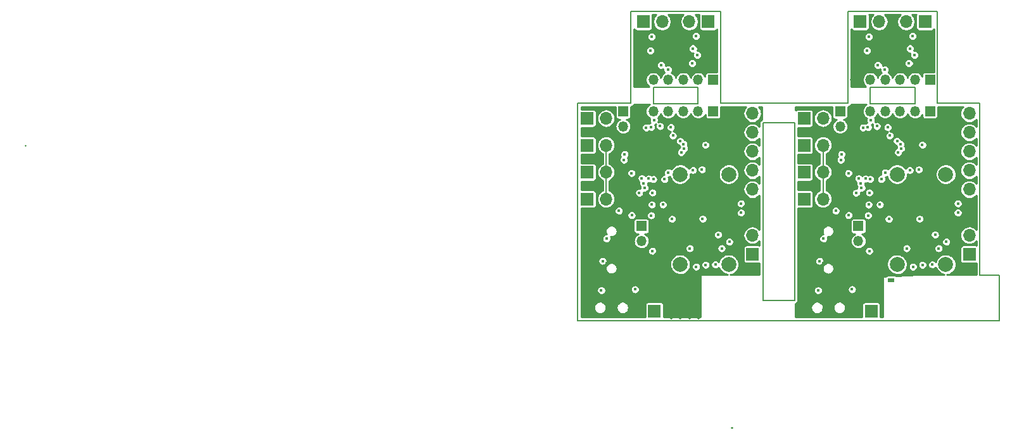
<source format=gbr>
%TF.GenerationSoftware,KiCad,Pcbnew,4.0.7*%
%TF.CreationDate,2019-06-15T20:20:24-05:00*%
%TF.ProjectId,GolfGloveMainBoardV1.0.0,476F6C66476C6F76654D61696E426F61,rev?*%
%TF.FileFunction,Copper,L3,Inr,Signal*%
%FSLAX46Y46*%
G04 Gerber Fmt 4.6, Leading zero omitted, Abs format (unit mm)*
G04 Created by KiCad (PCBNEW 4.0.7) date 06/15/19 20:20:24*
%MOMM*%
%LPD*%
G01*
G04 APERTURE LIST*
%ADD10C,0.100000*%
%ADD11C,0.150000*%
%ADD12R,1.350000X1.350000*%
%ADD13O,1.350000X1.350000*%
%ADD14C,2.000000*%
%ADD15R,1.700000X1.700000*%
%ADD16O,1.700000X1.700000*%
%ADD17O,2.000000X1.450000*%
%ADD18O,1.800000X1.150000*%
%ADD19C,0.500000*%
%ADD20R,0.900000X0.500000*%
%ADD21C,0.450000*%
%ADD22C,0.250000*%
%ADD23C,0.254000*%
G04 APERTURE END LIST*
D10*
D11*
X156650000Y-73250000D02*
X156650000Y-50250000D01*
X159250000Y-79300000D02*
X156650000Y-79300000D01*
X159250000Y-73250000D02*
X159250000Y-79300000D01*
X156650000Y-73250000D02*
X159250000Y-73250000D01*
X131900000Y-76625000D02*
X131900000Y-75525000D01*
X127650000Y-76625000D02*
X131900000Y-76625000D01*
X127650000Y-52875000D02*
X127650000Y-76625000D01*
X131900000Y-75525000D02*
X131900000Y-52875000D01*
X127650000Y-52875000D02*
X131900000Y-52875000D01*
X131900000Y-50250000D02*
X127650000Y-50250000D01*
X156650000Y-79300000D02*
X102900000Y-79300000D01*
X139000000Y-48100000D02*
X139000000Y-37900000D01*
X139000000Y-37900000D02*
X151000000Y-37900000D01*
X151000000Y-37900000D02*
X151000000Y-48100000D01*
X131900000Y-50250000D02*
X139000000Y-50250000D01*
X139000000Y-50250000D02*
X139000000Y-48100000D01*
X151000000Y-48100000D02*
X151000000Y-50250000D01*
X151000000Y-50250000D02*
X156650000Y-50250000D01*
X142000000Y-48100000D02*
X142000000Y-50275000D01*
X148000000Y-48100000D02*
X148000000Y-50250000D01*
X148000000Y-50275000D02*
X142000000Y-50275000D01*
X142000000Y-48100000D02*
X148000000Y-48100000D01*
X113000000Y-48100000D02*
X119000000Y-48100000D01*
X119000000Y-50275000D02*
X113000000Y-50275000D01*
X119000000Y-48100000D02*
X119000000Y-50250000D01*
X113000000Y-48100000D02*
X113000000Y-50275000D01*
X122000000Y-50250000D02*
X127650000Y-50250000D01*
X122000000Y-48100000D02*
X122000000Y-50250000D01*
X110000000Y-50250000D02*
X110000000Y-48100000D01*
X102900000Y-50250000D02*
X110000000Y-50250000D01*
X102900000Y-50250000D02*
X102900000Y-50350000D01*
X102900000Y-50350000D02*
X102900000Y-79300000D01*
X122000000Y-37900000D02*
X122000000Y-48100000D01*
X110000000Y-37900000D02*
X122000000Y-37900000D01*
X110000000Y-48100000D02*
X110000000Y-37900000D01*
D12*
X140425000Y-66675000D03*
D13*
X140425000Y-68675000D03*
D12*
X137975000Y-51325000D03*
D13*
X137975000Y-53325000D03*
D12*
X150000000Y-47100000D03*
D13*
X148000000Y-47100000D03*
X146000000Y-47100000D03*
X144000000Y-47100000D03*
X142000000Y-47100000D03*
X140000000Y-47100000D03*
D12*
X150000000Y-51300000D03*
D13*
X148000000Y-51300000D03*
X146000000Y-51300000D03*
X144000000Y-51300000D03*
X142000000Y-51300000D03*
X140000000Y-51300000D03*
D14*
X152100000Y-59750000D03*
X152100000Y-64250000D03*
X145600000Y-59750000D03*
X145600000Y-64250000D03*
X145600000Y-71800000D03*
X145600000Y-67300000D03*
X152100000Y-71800000D03*
X152100000Y-67300000D03*
D15*
X155250000Y-70450000D03*
D16*
X155250000Y-67910000D03*
D15*
X149350000Y-39300000D03*
D16*
X146810000Y-39300000D03*
D15*
X140650000Y-39300000D03*
D16*
X143190000Y-39300000D03*
D15*
X133150000Y-63050000D03*
D16*
X135690000Y-63050000D03*
D15*
X133150000Y-59450000D03*
D16*
X135690000Y-59450000D03*
D15*
X133150000Y-55850000D03*
D16*
X135690000Y-55850000D03*
D15*
X133150000Y-52250000D03*
D16*
X135690000Y-52250000D03*
D15*
X142150000Y-78050000D03*
D16*
X142150000Y-75510000D03*
D17*
X137450000Y-66125000D03*
X137450000Y-73575000D03*
D18*
X133650000Y-65975000D03*
X133650000Y-73725000D03*
D15*
X155250000Y-64300000D03*
D16*
X155250000Y-61760000D03*
X155250000Y-59220000D03*
X155250000Y-56680000D03*
X155250000Y-54140000D03*
X155250000Y-51600000D03*
D19*
X153225000Y-72900000D03*
X156025000Y-72700000D03*
X155025000Y-72700000D03*
X154025000Y-72700000D03*
X143225000Y-63000000D03*
X151125000Y-72900000D03*
X143225000Y-67000000D03*
X141925000Y-64600000D03*
X143225000Y-67900000D03*
X143225000Y-66100000D03*
X119025000Y-75500000D03*
X117025000Y-73900000D03*
X114225000Y-66100000D03*
X114225000Y-67900000D03*
X114225000Y-71100000D03*
X112925000Y-64600000D03*
X114225000Y-67000000D03*
X122125000Y-72900000D03*
X114225000Y-63000000D03*
X113025000Y-73300000D03*
X114225000Y-72200000D03*
X115425000Y-78900000D03*
X116625000Y-78900000D03*
X125025000Y-72700000D03*
X126025000Y-72700000D03*
X127025000Y-72700000D03*
X118425000Y-78100000D03*
X117825000Y-77300000D03*
X117825000Y-78900000D03*
X124225000Y-72900000D03*
X119025000Y-78900000D03*
X113825000Y-74100000D03*
X116225000Y-74700000D03*
X115425000Y-75700000D03*
X116025000Y-78100000D03*
X119025000Y-77300000D03*
X114625000Y-73100000D03*
X117025000Y-75500000D03*
X114825000Y-76500000D03*
X114825000Y-78100000D03*
X117225000Y-78100000D03*
X114625000Y-74900000D03*
X115425000Y-73900000D03*
X116025000Y-76500000D03*
X115425000Y-77300000D03*
X116625000Y-77300000D03*
D15*
X126250000Y-64300000D03*
D16*
X126250000Y-61760000D03*
X126250000Y-59220000D03*
X126250000Y-56680000D03*
X126250000Y-54140000D03*
X126250000Y-51600000D03*
D17*
X108450000Y-66125000D03*
X108450000Y-73575000D03*
D18*
X104650000Y-65975000D03*
X104650000Y-73725000D03*
D15*
X113150000Y-78050000D03*
D16*
X113150000Y-75510000D03*
D15*
X104150000Y-52250000D03*
D16*
X106690000Y-52250000D03*
D15*
X104150000Y-55850000D03*
D16*
X106690000Y-55850000D03*
D15*
X104150000Y-59450000D03*
D16*
X106690000Y-59450000D03*
D15*
X104150000Y-63050000D03*
D16*
X106690000Y-63050000D03*
D15*
X111650000Y-39300000D03*
D16*
X114190000Y-39300000D03*
D15*
X120350000Y-39300000D03*
D16*
X117810000Y-39300000D03*
D15*
X126250000Y-70450000D03*
D16*
X126250000Y-67910000D03*
D14*
X116600000Y-71800000D03*
X116600000Y-67300000D03*
X123100000Y-71800000D03*
X123100000Y-67300000D03*
X123100000Y-59750000D03*
X123100000Y-64250000D03*
X116600000Y-59750000D03*
X116600000Y-64250000D03*
D12*
X121000000Y-51300000D03*
D13*
X119000000Y-51300000D03*
X117000000Y-51300000D03*
X115000000Y-51300000D03*
X113000000Y-51300000D03*
X111000000Y-51300000D03*
D12*
X121000000Y-47100000D03*
D13*
X119000000Y-47100000D03*
X117000000Y-47100000D03*
X115000000Y-47100000D03*
X113000000Y-47100000D03*
X111000000Y-47100000D03*
D12*
X108975000Y-51325000D03*
D13*
X108975000Y-53325000D03*
D12*
X111425000Y-66675000D03*
D13*
X111425000Y-68675000D03*
D20*
X144800000Y-73900000D03*
D21*
X142000000Y-56300000D03*
X135750000Y-71675000D03*
X150075000Y-66825000D03*
X147325000Y-53800000D03*
X136715000Y-58480000D03*
X137015000Y-54560000D03*
X136735000Y-62090000D03*
X137735000Y-63470000D03*
X149585000Y-52720000D03*
X145925000Y-52710000D03*
X116925000Y-52710000D03*
X120585000Y-52720000D03*
X108735000Y-63470000D03*
X107735000Y-62090000D03*
X108015000Y-54560000D03*
X107715000Y-58480000D03*
X118815000Y-74070000D03*
X118325000Y-53800000D03*
X121075000Y-66825000D03*
X106750000Y-71675000D03*
X113000000Y-56300000D03*
X141600000Y-43200000D03*
X147200000Y-44875000D03*
X118200000Y-44875000D03*
X112600000Y-43200000D03*
X144550000Y-45350000D03*
X144225000Y-43100000D03*
X149225000Y-42200000D03*
X120225000Y-42200000D03*
X115225000Y-43100000D03*
X115550000Y-45350000D03*
X135225000Y-71350000D03*
X135750000Y-68350000D03*
X106750000Y-68350000D03*
X106225000Y-71350000D03*
X135050000Y-75275000D03*
X106050000Y-75275000D03*
X141875000Y-70000000D03*
X144500000Y-65725000D03*
X148975000Y-55805000D03*
X148600000Y-65700000D03*
X140465000Y-60280000D03*
X141725000Y-65250000D03*
X112725000Y-65250000D03*
X111465000Y-60280000D03*
X119600000Y-65700000D03*
X119975000Y-55805000D03*
X115500000Y-65725000D03*
X112875000Y-70000000D03*
X144350000Y-53450000D03*
X115350000Y-53450000D03*
X144625000Y-54575000D03*
X115625000Y-54575000D03*
X148500000Y-59100000D03*
X119500000Y-59100000D03*
X147300000Y-59200000D03*
X118300000Y-59200000D03*
X142000000Y-60400000D03*
X113000000Y-60400000D03*
X141900000Y-62200000D03*
X140700000Y-60950000D03*
X111700000Y-60950000D03*
X112900000Y-62200000D03*
X141395000Y-60330000D03*
X112395000Y-60330000D03*
X144000000Y-59500000D03*
X139100000Y-59600000D03*
X110100000Y-59600000D03*
X115000000Y-59500000D03*
X143500000Y-60400000D03*
X140850000Y-61550000D03*
X111850000Y-61550000D03*
X114500000Y-60400000D03*
X139575000Y-75150000D03*
X146875000Y-69650000D03*
X117875000Y-69650000D03*
X110575000Y-75150000D03*
X150675000Y-67825000D03*
X152175000Y-68775000D03*
X123175000Y-68775000D03*
X121675000Y-67825000D03*
X137400000Y-64625000D03*
X108400000Y-64625000D03*
X139125000Y-65225000D03*
X110125000Y-65225000D03*
X141050000Y-53500000D03*
X112050000Y-53500000D03*
X141700000Y-53450000D03*
X112700000Y-53450000D03*
X143950000Y-45750000D03*
X143050000Y-45150000D03*
X141800000Y-41300000D03*
X112800000Y-41300000D03*
X114050000Y-45150000D03*
X114950000Y-45750000D03*
X147700000Y-41250000D03*
X142100000Y-52500000D03*
X142900000Y-53300000D03*
X113900000Y-53300000D03*
X113100000Y-52500000D03*
X118700000Y-41250000D03*
X146050000Y-55700000D03*
X117050000Y-55700000D03*
X153725000Y-64875000D03*
X153725000Y-63650000D03*
X124725000Y-63650000D03*
X124725000Y-64875000D03*
X145750000Y-56800000D03*
X116750000Y-56800000D03*
X146125000Y-56300000D03*
X117125000Y-56300000D03*
X145600000Y-55300000D03*
X116600000Y-55300000D03*
X147900000Y-43750000D03*
X118900000Y-43750000D03*
X147325000Y-42900000D03*
X118325000Y-42900000D03*
X140125000Y-62225000D03*
X111125000Y-62225000D03*
X147725000Y-72125000D03*
X150300000Y-71825000D03*
X121300000Y-71825000D03*
X118725000Y-72125000D03*
X151150000Y-69650000D03*
X149000000Y-71875000D03*
X120000000Y-71875000D03*
X122150000Y-69650000D03*
X141800000Y-63800000D03*
X143300000Y-63800000D03*
X114300000Y-63800000D03*
X112800000Y-63800000D03*
X138175000Y-57050000D03*
X109175000Y-57050000D03*
X138075000Y-57825000D03*
X109075000Y-57825000D03*
D22*
X29050000Y-55850000D02*
X29050000Y-55875000D01*
X123500000Y-93650000D02*
X123450000Y-93650000D01*
D11*
X140000000Y-46325000D02*
X140000000Y-47100000D01*
X143325000Y-43000000D02*
X140000000Y-46325000D01*
X144125000Y-43000000D02*
X143325000Y-43000000D01*
X144225000Y-43100000D02*
X144125000Y-43000000D01*
X115225000Y-43100000D02*
X115125000Y-43000000D01*
X115125000Y-43000000D02*
X114325000Y-43000000D01*
X114325000Y-43000000D02*
X111000000Y-46325000D01*
X111000000Y-46325000D02*
X111000000Y-47100000D01*
X135690000Y-59450000D02*
X135690000Y-63050000D01*
X135690000Y-55850000D02*
X135690000Y-59450000D01*
X106690000Y-55850000D02*
X106690000Y-59450000D01*
X106690000Y-59450000D02*
X106690000Y-63050000D01*
D23*
G36*
X113322380Y-38408342D02*
X113056400Y-38806409D01*
X112963000Y-39275962D01*
X112963000Y-39324038D01*
X113056400Y-39793591D01*
X113322380Y-40191658D01*
X113720447Y-40457638D01*
X114190000Y-40551038D01*
X114659553Y-40457638D01*
X115057620Y-40191658D01*
X115323600Y-39793591D01*
X115417000Y-39324038D01*
X115417000Y-39275962D01*
X115323600Y-38806409D01*
X115057620Y-38408342D01*
X114973298Y-38352000D01*
X117026702Y-38352000D01*
X116942380Y-38408342D01*
X116676400Y-38806409D01*
X116583000Y-39275962D01*
X116583000Y-39324038D01*
X116676400Y-39793591D01*
X116942380Y-40191658D01*
X117340447Y-40457638D01*
X117810000Y-40551038D01*
X118279553Y-40457638D01*
X118677620Y-40191658D01*
X118943600Y-39793591D01*
X119037000Y-39324038D01*
X119037000Y-39275962D01*
X118943600Y-38806409D01*
X118677620Y-38408342D01*
X118593298Y-38352000D01*
X119135460Y-38352000D01*
X119115615Y-38450000D01*
X119115615Y-40150000D01*
X119141903Y-40289708D01*
X119224470Y-40418020D01*
X119350453Y-40504101D01*
X119500000Y-40534385D01*
X121200000Y-40534385D01*
X121339708Y-40508097D01*
X121468020Y-40425530D01*
X121548000Y-40308476D01*
X121548000Y-46040615D01*
X120325000Y-46040615D01*
X120185292Y-46066903D01*
X120056980Y-46149470D01*
X119970899Y-46275453D01*
X119940615Y-46425000D01*
X119940615Y-46629954D01*
X119743876Y-46335514D01*
X119402583Y-46107469D01*
X119000000Y-46027390D01*
X118597417Y-46107469D01*
X118256124Y-46335514D01*
X118028079Y-46676807D01*
X118000000Y-46817969D01*
X117971921Y-46676807D01*
X117743876Y-46335514D01*
X117402583Y-46107469D01*
X117000000Y-46027390D01*
X116597417Y-46107469D01*
X116256124Y-46335514D01*
X116028079Y-46676807D01*
X116000000Y-46817969D01*
X115971921Y-46676807D01*
X115743876Y-46335514D01*
X115427397Y-46124050D01*
X115460053Y-46091451D01*
X115551895Y-45870271D01*
X115552104Y-45630780D01*
X115460648Y-45409440D01*
X115291451Y-45239947D01*
X115070271Y-45148105D01*
X114830780Y-45147896D01*
X114651937Y-45221792D01*
X114652104Y-45030780D01*
X114636998Y-44994220D01*
X117597896Y-44994220D01*
X117689352Y-45215560D01*
X117858549Y-45385053D01*
X118079729Y-45476895D01*
X118319220Y-45477104D01*
X118540560Y-45385648D01*
X118710053Y-45216451D01*
X118801895Y-44995271D01*
X118802104Y-44755780D01*
X118710648Y-44534440D01*
X118541451Y-44364947D01*
X118320271Y-44273105D01*
X118080780Y-44272896D01*
X117859440Y-44364352D01*
X117689947Y-44533549D01*
X117598105Y-44754729D01*
X117597896Y-44994220D01*
X114636998Y-44994220D01*
X114560648Y-44809440D01*
X114391451Y-44639947D01*
X114170271Y-44548105D01*
X113930780Y-44547896D01*
X113709440Y-44639352D01*
X113539947Y-44808549D01*
X113448105Y-45029729D01*
X113447896Y-45269220D01*
X113539352Y-45490560D01*
X113708549Y-45660053D01*
X113929729Y-45751895D01*
X114169220Y-45752104D01*
X114348063Y-45678208D01*
X114347896Y-45869220D01*
X114439352Y-46090560D01*
X114512723Y-46164060D01*
X114256124Y-46335514D01*
X114028079Y-46676807D01*
X114000000Y-46817969D01*
X113971921Y-46676807D01*
X113743876Y-46335514D01*
X113402583Y-46107469D01*
X113000000Y-46027390D01*
X112597417Y-46107469D01*
X112256124Y-46335514D01*
X112028079Y-46676807D01*
X111948000Y-47079390D01*
X111948000Y-47120610D01*
X112028079Y-47523193D01*
X112256124Y-47864486D01*
X112418527Y-47973000D01*
X110452000Y-47973000D01*
X110452000Y-43319220D01*
X111997896Y-43319220D01*
X112089352Y-43540560D01*
X112258549Y-43710053D01*
X112479729Y-43801895D01*
X112719220Y-43802104D01*
X112940560Y-43710648D01*
X113110053Y-43541451D01*
X113201895Y-43320271D01*
X113202104Y-43080780D01*
X113176668Y-43019220D01*
X117722896Y-43019220D01*
X117814352Y-43240560D01*
X117983549Y-43410053D01*
X118204729Y-43501895D01*
X118351133Y-43502023D01*
X118298105Y-43629729D01*
X118297896Y-43869220D01*
X118389352Y-44090560D01*
X118558549Y-44260053D01*
X118779729Y-44351895D01*
X119019220Y-44352104D01*
X119240560Y-44260648D01*
X119410053Y-44091451D01*
X119501895Y-43870271D01*
X119502104Y-43630780D01*
X119410648Y-43409440D01*
X119241451Y-43239947D01*
X119020271Y-43148105D01*
X118873867Y-43147977D01*
X118926895Y-43020271D01*
X118927104Y-42780780D01*
X118835648Y-42559440D01*
X118666451Y-42389947D01*
X118445271Y-42298105D01*
X118205780Y-42297896D01*
X117984440Y-42389352D01*
X117814947Y-42558549D01*
X117723105Y-42779729D01*
X117722896Y-43019220D01*
X113176668Y-43019220D01*
X113110648Y-42859440D01*
X112941451Y-42689947D01*
X112720271Y-42598105D01*
X112480780Y-42597896D01*
X112259440Y-42689352D01*
X112089947Y-42858549D01*
X111998105Y-43079729D01*
X111997896Y-43319220D01*
X110452000Y-43319220D01*
X110452000Y-41419220D01*
X112197896Y-41419220D01*
X112289352Y-41640560D01*
X112458549Y-41810053D01*
X112679729Y-41901895D01*
X112919220Y-41902104D01*
X113140560Y-41810648D01*
X113310053Y-41641451D01*
X113401895Y-41420271D01*
X113401939Y-41369220D01*
X118097896Y-41369220D01*
X118189352Y-41590560D01*
X118358549Y-41760053D01*
X118579729Y-41851895D01*
X118819220Y-41852104D01*
X119040560Y-41760648D01*
X119210053Y-41591451D01*
X119301895Y-41370271D01*
X119302104Y-41130780D01*
X119210648Y-40909440D01*
X119041451Y-40739947D01*
X118820271Y-40648105D01*
X118580780Y-40647896D01*
X118359440Y-40739352D01*
X118189947Y-40908549D01*
X118098105Y-41129729D01*
X118097896Y-41369220D01*
X113401939Y-41369220D01*
X113402104Y-41180780D01*
X113310648Y-40959440D01*
X113141451Y-40789947D01*
X112920271Y-40698105D01*
X112680780Y-40697896D01*
X112459440Y-40789352D01*
X112289947Y-40958549D01*
X112198105Y-41179729D01*
X112197896Y-41419220D01*
X110452000Y-41419220D01*
X110452000Y-40305399D01*
X110524470Y-40418020D01*
X110650453Y-40504101D01*
X110800000Y-40534385D01*
X112500000Y-40534385D01*
X112639708Y-40508097D01*
X112768020Y-40425530D01*
X112854101Y-40299547D01*
X112884385Y-40150000D01*
X112884385Y-38450000D01*
X112865945Y-38352000D01*
X113406702Y-38352000D01*
X113322380Y-38408342D01*
X113322380Y-38408342D01*
G37*
X113322380Y-38408342D02*
X113056400Y-38806409D01*
X112963000Y-39275962D01*
X112963000Y-39324038D01*
X113056400Y-39793591D01*
X113322380Y-40191658D01*
X113720447Y-40457638D01*
X114190000Y-40551038D01*
X114659553Y-40457638D01*
X115057620Y-40191658D01*
X115323600Y-39793591D01*
X115417000Y-39324038D01*
X115417000Y-39275962D01*
X115323600Y-38806409D01*
X115057620Y-38408342D01*
X114973298Y-38352000D01*
X117026702Y-38352000D01*
X116942380Y-38408342D01*
X116676400Y-38806409D01*
X116583000Y-39275962D01*
X116583000Y-39324038D01*
X116676400Y-39793591D01*
X116942380Y-40191658D01*
X117340447Y-40457638D01*
X117810000Y-40551038D01*
X118279553Y-40457638D01*
X118677620Y-40191658D01*
X118943600Y-39793591D01*
X119037000Y-39324038D01*
X119037000Y-39275962D01*
X118943600Y-38806409D01*
X118677620Y-38408342D01*
X118593298Y-38352000D01*
X119135460Y-38352000D01*
X119115615Y-38450000D01*
X119115615Y-40150000D01*
X119141903Y-40289708D01*
X119224470Y-40418020D01*
X119350453Y-40504101D01*
X119500000Y-40534385D01*
X121200000Y-40534385D01*
X121339708Y-40508097D01*
X121468020Y-40425530D01*
X121548000Y-40308476D01*
X121548000Y-46040615D01*
X120325000Y-46040615D01*
X120185292Y-46066903D01*
X120056980Y-46149470D01*
X119970899Y-46275453D01*
X119940615Y-46425000D01*
X119940615Y-46629954D01*
X119743876Y-46335514D01*
X119402583Y-46107469D01*
X119000000Y-46027390D01*
X118597417Y-46107469D01*
X118256124Y-46335514D01*
X118028079Y-46676807D01*
X118000000Y-46817969D01*
X117971921Y-46676807D01*
X117743876Y-46335514D01*
X117402583Y-46107469D01*
X117000000Y-46027390D01*
X116597417Y-46107469D01*
X116256124Y-46335514D01*
X116028079Y-46676807D01*
X116000000Y-46817969D01*
X115971921Y-46676807D01*
X115743876Y-46335514D01*
X115427397Y-46124050D01*
X115460053Y-46091451D01*
X115551895Y-45870271D01*
X115552104Y-45630780D01*
X115460648Y-45409440D01*
X115291451Y-45239947D01*
X115070271Y-45148105D01*
X114830780Y-45147896D01*
X114651937Y-45221792D01*
X114652104Y-45030780D01*
X114636998Y-44994220D01*
X117597896Y-44994220D01*
X117689352Y-45215560D01*
X117858549Y-45385053D01*
X118079729Y-45476895D01*
X118319220Y-45477104D01*
X118540560Y-45385648D01*
X118710053Y-45216451D01*
X118801895Y-44995271D01*
X118802104Y-44755780D01*
X118710648Y-44534440D01*
X118541451Y-44364947D01*
X118320271Y-44273105D01*
X118080780Y-44272896D01*
X117859440Y-44364352D01*
X117689947Y-44533549D01*
X117598105Y-44754729D01*
X117597896Y-44994220D01*
X114636998Y-44994220D01*
X114560648Y-44809440D01*
X114391451Y-44639947D01*
X114170271Y-44548105D01*
X113930780Y-44547896D01*
X113709440Y-44639352D01*
X113539947Y-44808549D01*
X113448105Y-45029729D01*
X113447896Y-45269220D01*
X113539352Y-45490560D01*
X113708549Y-45660053D01*
X113929729Y-45751895D01*
X114169220Y-45752104D01*
X114348063Y-45678208D01*
X114347896Y-45869220D01*
X114439352Y-46090560D01*
X114512723Y-46164060D01*
X114256124Y-46335514D01*
X114028079Y-46676807D01*
X114000000Y-46817969D01*
X113971921Y-46676807D01*
X113743876Y-46335514D01*
X113402583Y-46107469D01*
X113000000Y-46027390D01*
X112597417Y-46107469D01*
X112256124Y-46335514D01*
X112028079Y-46676807D01*
X111948000Y-47079390D01*
X111948000Y-47120610D01*
X112028079Y-47523193D01*
X112256124Y-47864486D01*
X112418527Y-47973000D01*
X110452000Y-47973000D01*
X110452000Y-43319220D01*
X111997896Y-43319220D01*
X112089352Y-43540560D01*
X112258549Y-43710053D01*
X112479729Y-43801895D01*
X112719220Y-43802104D01*
X112940560Y-43710648D01*
X113110053Y-43541451D01*
X113201895Y-43320271D01*
X113202104Y-43080780D01*
X113176668Y-43019220D01*
X117722896Y-43019220D01*
X117814352Y-43240560D01*
X117983549Y-43410053D01*
X118204729Y-43501895D01*
X118351133Y-43502023D01*
X118298105Y-43629729D01*
X118297896Y-43869220D01*
X118389352Y-44090560D01*
X118558549Y-44260053D01*
X118779729Y-44351895D01*
X119019220Y-44352104D01*
X119240560Y-44260648D01*
X119410053Y-44091451D01*
X119501895Y-43870271D01*
X119502104Y-43630780D01*
X119410648Y-43409440D01*
X119241451Y-43239947D01*
X119020271Y-43148105D01*
X118873867Y-43147977D01*
X118926895Y-43020271D01*
X118927104Y-42780780D01*
X118835648Y-42559440D01*
X118666451Y-42389947D01*
X118445271Y-42298105D01*
X118205780Y-42297896D01*
X117984440Y-42389352D01*
X117814947Y-42558549D01*
X117723105Y-42779729D01*
X117722896Y-43019220D01*
X113176668Y-43019220D01*
X113110648Y-42859440D01*
X112941451Y-42689947D01*
X112720271Y-42598105D01*
X112480780Y-42597896D01*
X112259440Y-42689352D01*
X112089947Y-42858549D01*
X111998105Y-43079729D01*
X111997896Y-43319220D01*
X110452000Y-43319220D01*
X110452000Y-41419220D01*
X112197896Y-41419220D01*
X112289352Y-41640560D01*
X112458549Y-41810053D01*
X112679729Y-41901895D01*
X112919220Y-41902104D01*
X113140560Y-41810648D01*
X113310053Y-41641451D01*
X113401895Y-41420271D01*
X113401939Y-41369220D01*
X118097896Y-41369220D01*
X118189352Y-41590560D01*
X118358549Y-41760053D01*
X118579729Y-41851895D01*
X118819220Y-41852104D01*
X119040560Y-41760648D01*
X119210053Y-41591451D01*
X119301895Y-41370271D01*
X119302104Y-41130780D01*
X119210648Y-40909440D01*
X119041451Y-40739947D01*
X118820271Y-40648105D01*
X118580780Y-40647896D01*
X118359440Y-40739352D01*
X118189947Y-40908549D01*
X118098105Y-41129729D01*
X118097896Y-41369220D01*
X113401939Y-41369220D01*
X113402104Y-41180780D01*
X113310648Y-40959440D01*
X113141451Y-40789947D01*
X112920271Y-40698105D01*
X112680780Y-40697896D01*
X112459440Y-40789352D01*
X112289947Y-40958549D01*
X112198105Y-41179729D01*
X112197896Y-41419220D01*
X110452000Y-41419220D01*
X110452000Y-40305399D01*
X110524470Y-40418020D01*
X110650453Y-40504101D01*
X110800000Y-40534385D01*
X112500000Y-40534385D01*
X112639708Y-40508097D01*
X112768020Y-40425530D01*
X112854101Y-40299547D01*
X112884385Y-40150000D01*
X112884385Y-38450000D01*
X112865945Y-38352000D01*
X113406702Y-38352000D01*
X113322380Y-38408342D01*
G36*
X112423963Y-50414634D02*
X112263954Y-50543285D01*
X112131981Y-50700565D01*
X112033070Y-50880483D01*
X111970989Y-51076187D01*
X111948103Y-51280222D01*
X111948000Y-51294910D01*
X111948000Y-51305090D01*
X111968035Y-51509425D01*
X112027378Y-51705976D01*
X112123767Y-51887258D01*
X112253532Y-52046365D01*
X112411729Y-52177238D01*
X112551057Y-52252572D01*
X112523403Y-52317093D01*
X112498857Y-52432571D01*
X112497209Y-52550618D01*
X112518520Y-52666737D01*
X112561980Y-52776504D01*
X112611878Y-52853929D01*
X112529208Y-52869699D01*
X112419746Y-52913924D01*
X112337448Y-52967778D01*
X112228878Y-52922140D01*
X112113231Y-52898401D01*
X111995175Y-52897577D01*
X111879208Y-52919699D01*
X111769746Y-52963924D01*
X111670959Y-53028568D01*
X111586610Y-53111169D01*
X111519911Y-53208581D01*
X111473403Y-53317093D01*
X111448857Y-53432571D01*
X111447209Y-53550618D01*
X111468520Y-53666737D01*
X111511980Y-53776504D01*
X111575934Y-53875740D01*
X111657944Y-53960664D01*
X111754887Y-54028042D01*
X111863072Y-54075306D01*
X111978376Y-54100658D01*
X112096408Y-54103130D01*
X112212673Y-54082630D01*
X112322742Y-54039937D01*
X112414000Y-53982023D01*
X112513072Y-54025306D01*
X112628376Y-54050658D01*
X112746408Y-54053130D01*
X112862673Y-54032630D01*
X112972742Y-53989937D01*
X113072422Y-53926678D01*
X113157916Y-53845263D01*
X113225969Y-53748792D01*
X113273987Y-53640940D01*
X113300143Y-53525816D01*
X113302026Y-53390971D01*
X113279095Y-53275161D01*
X113234106Y-53166011D01*
X113187513Y-53095882D01*
X113262673Y-53082630D01*
X113353228Y-53047506D01*
X113323403Y-53117093D01*
X113298857Y-53232571D01*
X113297209Y-53350618D01*
X113318520Y-53466737D01*
X113361980Y-53576504D01*
X113425934Y-53675740D01*
X113507944Y-53760664D01*
X113604887Y-53828042D01*
X113713072Y-53875306D01*
X113828376Y-53900658D01*
X113946408Y-53903130D01*
X114062673Y-53882630D01*
X114172742Y-53839937D01*
X114272422Y-53776678D01*
X114357916Y-53695263D01*
X114425969Y-53598792D01*
X114469678Y-53500618D01*
X114747209Y-53500618D01*
X114768520Y-53616737D01*
X114811980Y-53726504D01*
X114875934Y-53825740D01*
X114957944Y-53910664D01*
X115054887Y-53978042D01*
X115163072Y-54025306D01*
X115278376Y-54050658D01*
X115325312Y-54051641D01*
X115245959Y-54103568D01*
X115161610Y-54186169D01*
X115094911Y-54283581D01*
X115048403Y-54392093D01*
X115023857Y-54507571D01*
X115022209Y-54625618D01*
X115043520Y-54741737D01*
X115086980Y-54851504D01*
X115150934Y-54950740D01*
X115232944Y-55035664D01*
X115329887Y-55103042D01*
X115438072Y-55150306D01*
X115553376Y-55175658D01*
X115671408Y-55178130D01*
X115787673Y-55157630D01*
X115897742Y-55114937D01*
X115997422Y-55051678D01*
X116082916Y-54970263D01*
X116150969Y-54873792D01*
X116198987Y-54765940D01*
X116225143Y-54650816D01*
X116227026Y-54515971D01*
X116204095Y-54400161D01*
X116159106Y-54291011D01*
X116093774Y-54192677D01*
X116010586Y-54108907D01*
X115912711Y-54042889D01*
X115803878Y-53997140D01*
X115688231Y-53973401D01*
X115649227Y-53973129D01*
X115722422Y-53926678D01*
X115807916Y-53845263D01*
X115875969Y-53748792D01*
X115923987Y-53640940D01*
X115950143Y-53525816D01*
X115952026Y-53390971D01*
X115929095Y-53275161D01*
X115884106Y-53166011D01*
X115818774Y-53067677D01*
X115735586Y-52983907D01*
X115637711Y-52917889D01*
X115528878Y-52872140D01*
X115413231Y-52848401D01*
X115295175Y-52847577D01*
X115179208Y-52869699D01*
X115069746Y-52913924D01*
X114970959Y-52978568D01*
X114886610Y-53061169D01*
X114819911Y-53158581D01*
X114773403Y-53267093D01*
X114748857Y-53382571D01*
X114747209Y-53500618D01*
X114469678Y-53500618D01*
X114473987Y-53490940D01*
X114500143Y-53375816D01*
X114502026Y-53240971D01*
X114479095Y-53125161D01*
X114434106Y-53016011D01*
X114368774Y-52917677D01*
X114285586Y-52833907D01*
X114187711Y-52767889D01*
X114078878Y-52722140D01*
X113963231Y-52698401D01*
X113845175Y-52697577D01*
X113729208Y-52719699D01*
X113646263Y-52753211D01*
X113673987Y-52690940D01*
X113700143Y-52575816D01*
X113702026Y-52440971D01*
X113679095Y-52325161D01*
X113634106Y-52216011D01*
X113600616Y-52165604D01*
X113736046Y-52056715D01*
X113868019Y-51899435D01*
X113966930Y-51719517D01*
X113999995Y-51615282D01*
X114027378Y-51705976D01*
X114123767Y-51887258D01*
X114253532Y-52046365D01*
X114411729Y-52177238D01*
X114592334Y-52274890D01*
X114788466Y-52335603D01*
X114992656Y-52357064D01*
X115197125Y-52338456D01*
X115394086Y-52280487D01*
X115576037Y-52185366D01*
X115736046Y-52056715D01*
X115868019Y-51899435D01*
X115966930Y-51719517D01*
X115999995Y-51615282D01*
X116027378Y-51705976D01*
X116123767Y-51887258D01*
X116253532Y-52046365D01*
X116411729Y-52177238D01*
X116592334Y-52274890D01*
X116788466Y-52335603D01*
X116992656Y-52357064D01*
X117197125Y-52338456D01*
X117394086Y-52280487D01*
X117576037Y-52185366D01*
X117736046Y-52056715D01*
X117868019Y-51899435D01*
X117966930Y-51719517D01*
X117999995Y-51615282D01*
X118027378Y-51705976D01*
X118123767Y-51887258D01*
X118253532Y-52046365D01*
X118411729Y-52177238D01*
X118592334Y-52274890D01*
X118788466Y-52335603D01*
X118992656Y-52357064D01*
X119197125Y-52338456D01*
X119394086Y-52280487D01*
X119576037Y-52185366D01*
X119736046Y-52056715D01*
X119868019Y-51899435D01*
X119946176Y-51757268D01*
X119946176Y-51975000D01*
X119950963Y-52035036D01*
X119982497Y-52136863D01*
X120041151Y-52225874D01*
X120122281Y-52295020D01*
X120219462Y-52338826D01*
X120325000Y-52353824D01*
X121675000Y-52353824D01*
X121735036Y-52349037D01*
X121836863Y-52317503D01*
X121925874Y-52258849D01*
X121995020Y-52177719D01*
X122038826Y-52080538D01*
X122053824Y-51975000D01*
X122053824Y-50702000D01*
X125413020Y-50702000D01*
X125379477Y-50729357D01*
X125226834Y-50913870D01*
X125112937Y-51124518D01*
X125042124Y-51353277D01*
X125017093Y-51591434D01*
X125038797Y-51829917D01*
X125106408Y-52059642D01*
X125217353Y-52271860D01*
X125367405Y-52458487D01*
X125550848Y-52612414D01*
X125760696Y-52727779D01*
X125988955Y-52800187D01*
X126226931Y-52826880D01*
X126244063Y-52827000D01*
X126255937Y-52827000D01*
X126494263Y-52803632D01*
X126723510Y-52734418D01*
X126934948Y-52621994D01*
X127120523Y-52470643D01*
X127273166Y-52286130D01*
X127387063Y-52075482D01*
X127457876Y-51846723D01*
X127482907Y-51608566D01*
X127461203Y-51370083D01*
X127393592Y-51140358D01*
X127282647Y-50928140D01*
X127132595Y-50741513D01*
X127085505Y-50702000D01*
X127523000Y-50702000D01*
X127523000Y-52443445D01*
X127521442Y-52443915D01*
X127480678Y-52455913D01*
X127479275Y-52456646D01*
X127477756Y-52457105D01*
X127440177Y-52477086D01*
X127402501Y-52496783D01*
X127401265Y-52497776D01*
X127399867Y-52498520D01*
X127366924Y-52525387D01*
X127333752Y-52552058D01*
X127332733Y-52553273D01*
X127331505Y-52554274D01*
X127304385Y-52587057D01*
X127277049Y-52619635D01*
X127276286Y-52621023D01*
X127275275Y-52622245D01*
X127255040Y-52659669D01*
X127234551Y-52696938D01*
X127234072Y-52698449D01*
X127233318Y-52699843D01*
X127220748Y-52740450D01*
X127207877Y-52781024D01*
X127207700Y-52782601D01*
X127207232Y-52784113D01*
X127202788Y-52826395D01*
X127198044Y-52868689D01*
X127198023Y-52871732D01*
X127198011Y-52871844D01*
X127198021Y-52871956D01*
X127198000Y-52875000D01*
X127198000Y-53362860D01*
X127132595Y-53281513D01*
X126949152Y-53127586D01*
X126739304Y-53012221D01*
X126511045Y-52939813D01*
X126273069Y-52913120D01*
X126255937Y-52913000D01*
X126244063Y-52913000D01*
X126005737Y-52936368D01*
X125776490Y-53005582D01*
X125565052Y-53118006D01*
X125379477Y-53269357D01*
X125226834Y-53453870D01*
X125112937Y-53664518D01*
X125042124Y-53893277D01*
X125017093Y-54131434D01*
X125038797Y-54369917D01*
X125106408Y-54599642D01*
X125217353Y-54811860D01*
X125367405Y-54998487D01*
X125550848Y-55152414D01*
X125760696Y-55267779D01*
X125988955Y-55340187D01*
X126226931Y-55366880D01*
X126244063Y-55367000D01*
X126255937Y-55367000D01*
X126494263Y-55343632D01*
X126723510Y-55274418D01*
X126934948Y-55161994D01*
X127120523Y-55010643D01*
X127198000Y-54916990D01*
X127198000Y-55902860D01*
X127132595Y-55821513D01*
X126949152Y-55667586D01*
X126739304Y-55552221D01*
X126511045Y-55479813D01*
X126273069Y-55453120D01*
X126255937Y-55453000D01*
X126244063Y-55453000D01*
X126005737Y-55476368D01*
X125776490Y-55545582D01*
X125565052Y-55658006D01*
X125379477Y-55809357D01*
X125226834Y-55993870D01*
X125112937Y-56204518D01*
X125042124Y-56433277D01*
X125017093Y-56671434D01*
X125038797Y-56909917D01*
X125106408Y-57139642D01*
X125217353Y-57351860D01*
X125367405Y-57538487D01*
X125550848Y-57692414D01*
X125760696Y-57807779D01*
X125988955Y-57880187D01*
X126226931Y-57906880D01*
X126244063Y-57907000D01*
X126255937Y-57907000D01*
X126494263Y-57883632D01*
X126723510Y-57814418D01*
X126934948Y-57701994D01*
X127120523Y-57550643D01*
X127198000Y-57456990D01*
X127198000Y-58442860D01*
X127132595Y-58361513D01*
X126949152Y-58207586D01*
X126739304Y-58092221D01*
X126511045Y-58019813D01*
X126273069Y-57993120D01*
X126255937Y-57993000D01*
X126244063Y-57993000D01*
X126005737Y-58016368D01*
X125776490Y-58085582D01*
X125565052Y-58198006D01*
X125379477Y-58349357D01*
X125226834Y-58533870D01*
X125112937Y-58744518D01*
X125042124Y-58973277D01*
X125017093Y-59211434D01*
X125038797Y-59449917D01*
X125106408Y-59679642D01*
X125217353Y-59891860D01*
X125367405Y-60078487D01*
X125550848Y-60232414D01*
X125760696Y-60347779D01*
X125988955Y-60420187D01*
X126226931Y-60446880D01*
X126244063Y-60447000D01*
X126255937Y-60447000D01*
X126494263Y-60423632D01*
X126723510Y-60354418D01*
X126934948Y-60241994D01*
X127120523Y-60090643D01*
X127198000Y-59996990D01*
X127198000Y-60982860D01*
X127132595Y-60901513D01*
X126949152Y-60747586D01*
X126739304Y-60632221D01*
X126511045Y-60559813D01*
X126273069Y-60533120D01*
X126255937Y-60533000D01*
X126244063Y-60533000D01*
X126005737Y-60556368D01*
X125776490Y-60625582D01*
X125565052Y-60738006D01*
X125379477Y-60889357D01*
X125226834Y-61073870D01*
X125112937Y-61284518D01*
X125042124Y-61513277D01*
X125017093Y-61751434D01*
X125038797Y-61989917D01*
X125106408Y-62219642D01*
X125217353Y-62431860D01*
X125367405Y-62618487D01*
X125550848Y-62772414D01*
X125760696Y-62887779D01*
X125988955Y-62960187D01*
X126226931Y-62986880D01*
X126244063Y-62987000D01*
X126255937Y-62987000D01*
X126494263Y-62963632D01*
X126723510Y-62894418D01*
X126934948Y-62781994D01*
X127120523Y-62630643D01*
X127198000Y-62536990D01*
X127198000Y-67132860D01*
X127132595Y-67051513D01*
X126949152Y-66897586D01*
X126739304Y-66782221D01*
X126511045Y-66709813D01*
X126273069Y-66683120D01*
X126255937Y-66683000D01*
X126244063Y-66683000D01*
X126005737Y-66706368D01*
X125776490Y-66775582D01*
X125565052Y-66888006D01*
X125379477Y-67039357D01*
X125226834Y-67223870D01*
X125112937Y-67434518D01*
X125042124Y-67663277D01*
X125017093Y-67901434D01*
X125038797Y-68139917D01*
X125106408Y-68369642D01*
X125217353Y-68581860D01*
X125367405Y-68768487D01*
X125550848Y-68922414D01*
X125760696Y-69037779D01*
X125988955Y-69110187D01*
X126226931Y-69136880D01*
X126244063Y-69137000D01*
X126255937Y-69137000D01*
X126494263Y-69113632D01*
X126723510Y-69044418D01*
X126934948Y-68931994D01*
X127120523Y-68780643D01*
X127198000Y-68686990D01*
X127198000Y-69235103D01*
X127100000Y-69221176D01*
X125400000Y-69221176D01*
X125339964Y-69225963D01*
X125238137Y-69257497D01*
X125149126Y-69316151D01*
X125079980Y-69397281D01*
X125036174Y-69494462D01*
X125021176Y-69600000D01*
X125021176Y-71300000D01*
X125025963Y-71360036D01*
X125057497Y-71461863D01*
X125116151Y-71550874D01*
X125197281Y-71620020D01*
X125294462Y-71663826D01*
X125400000Y-71678824D01*
X127100000Y-71678824D01*
X127160036Y-71674037D01*
X127198000Y-71662280D01*
X127198000Y-73173000D01*
X123243498Y-73173000D01*
X123472094Y-73132692D01*
X123723863Y-73035038D01*
X123951868Y-72890341D01*
X124147426Y-72704114D01*
X124303088Y-72483449D01*
X124412925Y-72236752D01*
X124472752Y-71973419D01*
X124477059Y-71664978D01*
X124424608Y-71400077D01*
X124321702Y-71150410D01*
X124172262Y-70925484D01*
X123981980Y-70733869D01*
X123758104Y-70582863D01*
X123509160Y-70478217D01*
X123244632Y-70423917D01*
X122974595Y-70422032D01*
X122709335Y-70472633D01*
X122458954Y-70573793D01*
X122232991Y-70721659D01*
X122040053Y-70910599D01*
X121887487Y-71133415D01*
X121781105Y-71381622D01*
X121768241Y-71442141D01*
X121685586Y-71358907D01*
X121587711Y-71292889D01*
X121478878Y-71247140D01*
X121363231Y-71223401D01*
X121245175Y-71222577D01*
X121129208Y-71244699D01*
X121019746Y-71288924D01*
X120920959Y-71353568D01*
X120836610Y-71436169D01*
X120769911Y-71533581D01*
X120723403Y-71642093D01*
X120698857Y-71757571D01*
X120697209Y-71875618D01*
X120718520Y-71991737D01*
X120761980Y-72101504D01*
X120825934Y-72200740D01*
X120907944Y-72285664D01*
X121004887Y-72353042D01*
X121113072Y-72400306D01*
X121228376Y-72425658D01*
X121346408Y-72428130D01*
X121462673Y-72407630D01*
X121572742Y-72364937D01*
X121672422Y-72301678D01*
X121757916Y-72220263D01*
X121775474Y-72195372D01*
X121869347Y-72432469D01*
X122015632Y-72659459D01*
X122203220Y-72853712D01*
X122424967Y-73007830D01*
X122672425Y-73115942D01*
X122931939Y-73173000D01*
X119475000Y-73173000D01*
X119439619Y-73178028D01*
X119407039Y-73192714D01*
X119379840Y-73215895D01*
X119360177Y-73245736D01*
X119349605Y-73279873D01*
X119348000Y-73300000D01*
X119348000Y-78848000D01*
X114378824Y-78848000D01*
X114378824Y-77200000D01*
X114374037Y-77139964D01*
X114342503Y-77038137D01*
X114283849Y-76949126D01*
X114202719Y-76879980D01*
X114105538Y-76836174D01*
X114000000Y-76821176D01*
X112300000Y-76821176D01*
X112239964Y-76825963D01*
X112138137Y-76857497D01*
X112049126Y-76916151D01*
X111979980Y-76997281D01*
X111936174Y-77094462D01*
X111921176Y-77200000D01*
X111921176Y-78848000D01*
X103352000Y-78848000D01*
X103352000Y-77649536D01*
X105071913Y-77649536D01*
X105101191Y-77809055D01*
X105160894Y-77959849D01*
X105248750Y-78096174D01*
X105361412Y-78212839D01*
X105494588Y-78305399D01*
X105643207Y-78370329D01*
X105801606Y-78405155D01*
X105963754Y-78408552D01*
X106123473Y-78380389D01*
X106274680Y-78321740D01*
X106411615Y-78234838D01*
X106529064Y-78122993D01*
X106622551Y-77990466D01*
X106688517Y-77842305D01*
X106724448Y-77684152D01*
X106724931Y-77649536D01*
X108071913Y-77649536D01*
X108101191Y-77809055D01*
X108160894Y-77959849D01*
X108248750Y-78096174D01*
X108361412Y-78212839D01*
X108494588Y-78305399D01*
X108643207Y-78370329D01*
X108801606Y-78405155D01*
X108963754Y-78408552D01*
X109123473Y-78380389D01*
X109274680Y-78321740D01*
X109411615Y-78234838D01*
X109529064Y-78122993D01*
X109622551Y-77990466D01*
X109688517Y-77842305D01*
X109724448Y-77684152D01*
X109727035Y-77498909D01*
X109695533Y-77339814D01*
X109633730Y-77189869D01*
X109543980Y-77054783D01*
X109429700Y-76939703D01*
X109295244Y-76849011D01*
X109145734Y-76786163D01*
X108986863Y-76753551D01*
X108824684Y-76752419D01*
X108665374Y-76782809D01*
X108515001Y-76843564D01*
X108379292Y-76932369D01*
X108263416Y-77045843D01*
X108171788Y-77179662D01*
X108107898Y-77328730D01*
X108074178Y-77487369D01*
X108071913Y-77649536D01*
X106724931Y-77649536D01*
X106727035Y-77498909D01*
X106695533Y-77339814D01*
X106633730Y-77189869D01*
X106543980Y-77054783D01*
X106429700Y-76939703D01*
X106295244Y-76849011D01*
X106145734Y-76786163D01*
X105986863Y-76753551D01*
X105824684Y-76752419D01*
X105665374Y-76782809D01*
X105515001Y-76843564D01*
X105379292Y-76932369D01*
X105263416Y-77045843D01*
X105171788Y-77179662D01*
X105107898Y-77328730D01*
X105074178Y-77487369D01*
X105071913Y-77649536D01*
X103352000Y-77649536D01*
X103352000Y-75325618D01*
X105447209Y-75325618D01*
X105468520Y-75441737D01*
X105511980Y-75551504D01*
X105575934Y-75650740D01*
X105657944Y-75735664D01*
X105754887Y-75803042D01*
X105863072Y-75850306D01*
X105978376Y-75875658D01*
X106096408Y-75878130D01*
X106212673Y-75857630D01*
X106322742Y-75814937D01*
X106422422Y-75751678D01*
X106507916Y-75670263D01*
X106575969Y-75573792D01*
X106623987Y-75465940D01*
X106650143Y-75350816D01*
X106652026Y-75215971D01*
X106648987Y-75200618D01*
X109972209Y-75200618D01*
X109993520Y-75316737D01*
X110036980Y-75426504D01*
X110100934Y-75525740D01*
X110182944Y-75610664D01*
X110279887Y-75678042D01*
X110388072Y-75725306D01*
X110503376Y-75750658D01*
X110621408Y-75753130D01*
X110737673Y-75732630D01*
X110847742Y-75689937D01*
X110947422Y-75626678D01*
X111032916Y-75545263D01*
X111100969Y-75448792D01*
X111148987Y-75340940D01*
X111175143Y-75225816D01*
X111177026Y-75090971D01*
X111154095Y-74975161D01*
X111109106Y-74866011D01*
X111043774Y-74767677D01*
X110960586Y-74683907D01*
X110862711Y-74617889D01*
X110753878Y-74572140D01*
X110638231Y-74548401D01*
X110520175Y-74547577D01*
X110404208Y-74569699D01*
X110294746Y-74613924D01*
X110195959Y-74678568D01*
X110111610Y-74761169D01*
X110044911Y-74858581D01*
X109998403Y-74967093D01*
X109973857Y-75082571D01*
X109972209Y-75200618D01*
X106648987Y-75200618D01*
X106629095Y-75100161D01*
X106584106Y-74991011D01*
X106518774Y-74892677D01*
X106435586Y-74808907D01*
X106337711Y-74742889D01*
X106228878Y-74697140D01*
X106113231Y-74673401D01*
X105995175Y-74672577D01*
X105879208Y-74694699D01*
X105769746Y-74738924D01*
X105670959Y-74803568D01*
X105586610Y-74886169D01*
X105519911Y-74983581D01*
X105473403Y-75092093D01*
X105448857Y-75207571D01*
X105447209Y-75325618D01*
X103352000Y-75325618D01*
X103352000Y-72346240D01*
X106623000Y-72346240D01*
X106623000Y-72353760D01*
X106637798Y-72504680D01*
X106681628Y-72649852D01*
X106752820Y-72783745D01*
X106848664Y-72901261D01*
X106965507Y-72997922D01*
X107098900Y-73070048D01*
X107243762Y-73114890D01*
X107394576Y-73130741D01*
X107545595Y-73116997D01*
X107691069Y-73074182D01*
X107825457Y-73003926D01*
X107943638Y-72908905D01*
X108041113Y-72792739D01*
X108114168Y-72659853D01*
X108160021Y-72515307D01*
X108176924Y-72364609D01*
X108177000Y-72353760D01*
X108177000Y-72346240D01*
X108162202Y-72195320D01*
X108118372Y-72050148D01*
X108047180Y-71916255D01*
X108046795Y-71915782D01*
X115221190Y-71915782D01*
X115269938Y-72181389D01*
X115369347Y-72432469D01*
X115515632Y-72659459D01*
X115703220Y-72853712D01*
X115924967Y-73007830D01*
X116172425Y-73115942D01*
X116436169Y-73173930D01*
X116706153Y-73179585D01*
X116972094Y-73132692D01*
X117223863Y-73035038D01*
X117451868Y-72890341D01*
X117647426Y-72704114D01*
X117803088Y-72483449D01*
X117912925Y-72236752D01*
X117926814Y-72175618D01*
X118122209Y-72175618D01*
X118143520Y-72291737D01*
X118186980Y-72401504D01*
X118250934Y-72500740D01*
X118332944Y-72585664D01*
X118429887Y-72653042D01*
X118538072Y-72700306D01*
X118653376Y-72725658D01*
X118771408Y-72728130D01*
X118887673Y-72707630D01*
X118997742Y-72664937D01*
X119097422Y-72601678D01*
X119182916Y-72520263D01*
X119250969Y-72423792D01*
X119298987Y-72315940D01*
X119325143Y-72200816D01*
X119327026Y-72065971D01*
X119304095Y-71950161D01*
X119293979Y-71925618D01*
X119397209Y-71925618D01*
X119418520Y-72041737D01*
X119461980Y-72151504D01*
X119525934Y-72250740D01*
X119607944Y-72335664D01*
X119704887Y-72403042D01*
X119813072Y-72450306D01*
X119928376Y-72475658D01*
X120046408Y-72478130D01*
X120162673Y-72457630D01*
X120272742Y-72414937D01*
X120372422Y-72351678D01*
X120457916Y-72270263D01*
X120525969Y-72173792D01*
X120573987Y-72065940D01*
X120600143Y-71950816D01*
X120602026Y-71815971D01*
X120579095Y-71700161D01*
X120534106Y-71591011D01*
X120468774Y-71492677D01*
X120385586Y-71408907D01*
X120287711Y-71342889D01*
X120178878Y-71297140D01*
X120063231Y-71273401D01*
X119945175Y-71272577D01*
X119829208Y-71294699D01*
X119719746Y-71338924D01*
X119620959Y-71403568D01*
X119536610Y-71486169D01*
X119469911Y-71583581D01*
X119423403Y-71692093D01*
X119398857Y-71807571D01*
X119397209Y-71925618D01*
X119293979Y-71925618D01*
X119259106Y-71841011D01*
X119193774Y-71742677D01*
X119110586Y-71658907D01*
X119012711Y-71592889D01*
X118903878Y-71547140D01*
X118788231Y-71523401D01*
X118670175Y-71522577D01*
X118554208Y-71544699D01*
X118444746Y-71588924D01*
X118345959Y-71653568D01*
X118261610Y-71736169D01*
X118194911Y-71833581D01*
X118148403Y-71942093D01*
X118123857Y-72057571D01*
X118122209Y-72175618D01*
X117926814Y-72175618D01*
X117972752Y-71973419D01*
X117977059Y-71664978D01*
X117924608Y-71400077D01*
X117821702Y-71150410D01*
X117672262Y-70925484D01*
X117481980Y-70733869D01*
X117258104Y-70582863D01*
X117009160Y-70478217D01*
X116744632Y-70423917D01*
X116474595Y-70422032D01*
X116209335Y-70472633D01*
X115958954Y-70573793D01*
X115732991Y-70721659D01*
X115540053Y-70910599D01*
X115387487Y-71133415D01*
X115281105Y-71381622D01*
X115224960Y-71645765D01*
X115221190Y-71915782D01*
X108046795Y-71915782D01*
X107951336Y-71798739D01*
X107834493Y-71702078D01*
X107701100Y-71629952D01*
X107556238Y-71585110D01*
X107405424Y-71569259D01*
X107254405Y-71583003D01*
X107108931Y-71625818D01*
X106974543Y-71696074D01*
X106856362Y-71791095D01*
X106758887Y-71907261D01*
X106685832Y-72040147D01*
X106639979Y-72184693D01*
X106623076Y-72335391D01*
X106623000Y-72346240D01*
X103352000Y-72346240D01*
X103352000Y-71400618D01*
X105622209Y-71400618D01*
X105643520Y-71516737D01*
X105686980Y-71626504D01*
X105750934Y-71725740D01*
X105832944Y-71810664D01*
X105929887Y-71878042D01*
X106038072Y-71925306D01*
X106153376Y-71950658D01*
X106271408Y-71953130D01*
X106387673Y-71932630D01*
X106497742Y-71889937D01*
X106597422Y-71826678D01*
X106682916Y-71745263D01*
X106750969Y-71648792D01*
X106798987Y-71540940D01*
X106825143Y-71425816D01*
X106827026Y-71290971D01*
X106804095Y-71175161D01*
X106759106Y-71066011D01*
X106693774Y-70967677D01*
X106610586Y-70883907D01*
X106512711Y-70817889D01*
X106403878Y-70772140D01*
X106288231Y-70748401D01*
X106170175Y-70747577D01*
X106054208Y-70769699D01*
X105944746Y-70813924D01*
X105845959Y-70878568D01*
X105761610Y-70961169D01*
X105694911Y-71058581D01*
X105648403Y-71167093D01*
X105623857Y-71282571D01*
X105622209Y-71400618D01*
X103352000Y-71400618D01*
X103352000Y-70050618D01*
X112272209Y-70050618D01*
X112293520Y-70166737D01*
X112336980Y-70276504D01*
X112400934Y-70375740D01*
X112482944Y-70460664D01*
X112579887Y-70528042D01*
X112688072Y-70575306D01*
X112803376Y-70600658D01*
X112921408Y-70603130D01*
X113037673Y-70582630D01*
X113147742Y-70539937D01*
X113247422Y-70476678D01*
X113332916Y-70395263D01*
X113400969Y-70298792D01*
X113448987Y-70190940D01*
X113475143Y-70075816D01*
X113477026Y-69940971D01*
X113454095Y-69825161D01*
X113409106Y-69716011D01*
X113398880Y-69700618D01*
X117272209Y-69700618D01*
X117293520Y-69816737D01*
X117336980Y-69926504D01*
X117400934Y-70025740D01*
X117482944Y-70110664D01*
X117579887Y-70178042D01*
X117688072Y-70225306D01*
X117803376Y-70250658D01*
X117921408Y-70253130D01*
X118037673Y-70232630D01*
X118147742Y-70189937D01*
X118247422Y-70126678D01*
X118332916Y-70045263D01*
X118400969Y-69948792D01*
X118448987Y-69840940D01*
X118475143Y-69725816D01*
X118475494Y-69700618D01*
X121547209Y-69700618D01*
X121568520Y-69816737D01*
X121611980Y-69926504D01*
X121675934Y-70025740D01*
X121757944Y-70110664D01*
X121854887Y-70178042D01*
X121963072Y-70225306D01*
X122078376Y-70250658D01*
X122196408Y-70253130D01*
X122312673Y-70232630D01*
X122422742Y-70189937D01*
X122522422Y-70126678D01*
X122607916Y-70045263D01*
X122675969Y-69948792D01*
X122723987Y-69840940D01*
X122750143Y-69725816D01*
X122752026Y-69590971D01*
X122729095Y-69475161D01*
X122684106Y-69366011D01*
X122618774Y-69267677D01*
X122535586Y-69183907D01*
X122437711Y-69117889D01*
X122328878Y-69072140D01*
X122213231Y-69048401D01*
X122095175Y-69047577D01*
X121979208Y-69069699D01*
X121869746Y-69113924D01*
X121770959Y-69178568D01*
X121686610Y-69261169D01*
X121619911Y-69358581D01*
X121573403Y-69467093D01*
X121548857Y-69582571D01*
X121547209Y-69700618D01*
X118475494Y-69700618D01*
X118477026Y-69590971D01*
X118454095Y-69475161D01*
X118409106Y-69366011D01*
X118343774Y-69267677D01*
X118260586Y-69183907D01*
X118162711Y-69117889D01*
X118053878Y-69072140D01*
X117938231Y-69048401D01*
X117820175Y-69047577D01*
X117704208Y-69069699D01*
X117594746Y-69113924D01*
X117495959Y-69178568D01*
X117411610Y-69261169D01*
X117344911Y-69358581D01*
X117298403Y-69467093D01*
X117273857Y-69582571D01*
X117272209Y-69700618D01*
X113398880Y-69700618D01*
X113343774Y-69617677D01*
X113260586Y-69533907D01*
X113162711Y-69467889D01*
X113053878Y-69422140D01*
X112938231Y-69398401D01*
X112820175Y-69397577D01*
X112704208Y-69419699D01*
X112594746Y-69463924D01*
X112495959Y-69528568D01*
X112411610Y-69611169D01*
X112344911Y-69708581D01*
X112298403Y-69817093D01*
X112273857Y-69932571D01*
X112272209Y-70050618D01*
X103352000Y-70050618D01*
X103352000Y-68400618D01*
X106147209Y-68400618D01*
X106168520Y-68516737D01*
X106211980Y-68626504D01*
X106275934Y-68725740D01*
X106357944Y-68810664D01*
X106454887Y-68878042D01*
X106563072Y-68925306D01*
X106678376Y-68950658D01*
X106796408Y-68953130D01*
X106912673Y-68932630D01*
X107022742Y-68889937D01*
X107122422Y-68826678D01*
X107207916Y-68745263D01*
X107262661Y-68667656D01*
X110367936Y-68667656D01*
X110386544Y-68872125D01*
X110444513Y-69069086D01*
X110539634Y-69251037D01*
X110668285Y-69411046D01*
X110825565Y-69543019D01*
X111005483Y-69641930D01*
X111201187Y-69704011D01*
X111405222Y-69726897D01*
X111419910Y-69727000D01*
X111430090Y-69727000D01*
X111634425Y-69706965D01*
X111830976Y-69647622D01*
X112012258Y-69551233D01*
X112171365Y-69421468D01*
X112302238Y-69263271D01*
X112399890Y-69082666D01*
X112460603Y-68886534D01*
X112467005Y-68825618D01*
X122572209Y-68825618D01*
X122593520Y-68941737D01*
X122636980Y-69051504D01*
X122700934Y-69150740D01*
X122782944Y-69235664D01*
X122879887Y-69303042D01*
X122988072Y-69350306D01*
X123103376Y-69375658D01*
X123221408Y-69378130D01*
X123337673Y-69357630D01*
X123447742Y-69314937D01*
X123547422Y-69251678D01*
X123632916Y-69170263D01*
X123700969Y-69073792D01*
X123748987Y-68965940D01*
X123775143Y-68850816D01*
X123777026Y-68715971D01*
X123754095Y-68600161D01*
X123709106Y-68491011D01*
X123643774Y-68392677D01*
X123560586Y-68308907D01*
X123462711Y-68242889D01*
X123353878Y-68197140D01*
X123238231Y-68173401D01*
X123120175Y-68172577D01*
X123004208Y-68194699D01*
X122894746Y-68238924D01*
X122795959Y-68303568D01*
X122711610Y-68386169D01*
X122644911Y-68483581D01*
X122598403Y-68592093D01*
X122573857Y-68707571D01*
X122572209Y-68825618D01*
X112467005Y-68825618D01*
X112482064Y-68682344D01*
X112463456Y-68477875D01*
X112405487Y-68280914D01*
X112310366Y-68098963D01*
X112181715Y-67938954D01*
X112106234Y-67875618D01*
X121072209Y-67875618D01*
X121093520Y-67991737D01*
X121136980Y-68101504D01*
X121200934Y-68200740D01*
X121282944Y-68285664D01*
X121379887Y-68353042D01*
X121488072Y-68400306D01*
X121603376Y-68425658D01*
X121721408Y-68428130D01*
X121837673Y-68407630D01*
X121947742Y-68364937D01*
X122047422Y-68301678D01*
X122132916Y-68220263D01*
X122200969Y-68123792D01*
X122248987Y-68015940D01*
X122275143Y-67900816D01*
X122277026Y-67765971D01*
X122254095Y-67650161D01*
X122209106Y-67541011D01*
X122143774Y-67442677D01*
X122060586Y-67358907D01*
X121962711Y-67292889D01*
X121853878Y-67247140D01*
X121738231Y-67223401D01*
X121620175Y-67222577D01*
X121504208Y-67244699D01*
X121394746Y-67288924D01*
X121295959Y-67353568D01*
X121211610Y-67436169D01*
X121144911Y-67533581D01*
X121098403Y-67642093D01*
X121073857Y-67757571D01*
X121072209Y-67875618D01*
X112106234Y-67875618D01*
X112024435Y-67806981D01*
X111882268Y-67728824D01*
X112100000Y-67728824D01*
X112160036Y-67724037D01*
X112261863Y-67692503D01*
X112350874Y-67633849D01*
X112420020Y-67552719D01*
X112463826Y-67455538D01*
X112478824Y-67350000D01*
X112478824Y-66000000D01*
X112474037Y-65939964D01*
X112442503Y-65838137D01*
X112383849Y-65749126D01*
X112364253Y-65732425D01*
X112429887Y-65778042D01*
X112538072Y-65825306D01*
X112653376Y-65850658D01*
X112771408Y-65853130D01*
X112887673Y-65832630D01*
X112997742Y-65789937D01*
X113020305Y-65775618D01*
X114897209Y-65775618D01*
X114918520Y-65891737D01*
X114961980Y-66001504D01*
X115025934Y-66100740D01*
X115107944Y-66185664D01*
X115204887Y-66253042D01*
X115313072Y-66300306D01*
X115428376Y-66325658D01*
X115546408Y-66328130D01*
X115662673Y-66307630D01*
X115772742Y-66264937D01*
X115872422Y-66201678D01*
X115957916Y-66120263D01*
X116025969Y-66023792D01*
X116073987Y-65915940D01*
X116100143Y-65800816D01*
X116100843Y-65750618D01*
X118997209Y-65750618D01*
X119018520Y-65866737D01*
X119061980Y-65976504D01*
X119125934Y-66075740D01*
X119207944Y-66160664D01*
X119304887Y-66228042D01*
X119413072Y-66275306D01*
X119528376Y-66300658D01*
X119646408Y-66303130D01*
X119762673Y-66282630D01*
X119872742Y-66239937D01*
X119972422Y-66176678D01*
X120057916Y-66095263D01*
X120125969Y-65998792D01*
X120173987Y-65890940D01*
X120200143Y-65775816D01*
X120202026Y-65640971D01*
X120179095Y-65525161D01*
X120134106Y-65416011D01*
X120068774Y-65317677D01*
X119985586Y-65233907D01*
X119887711Y-65167889D01*
X119778878Y-65122140D01*
X119663231Y-65098401D01*
X119545175Y-65097577D01*
X119429208Y-65119699D01*
X119319746Y-65163924D01*
X119220959Y-65228568D01*
X119136610Y-65311169D01*
X119069911Y-65408581D01*
X119023403Y-65517093D01*
X118998857Y-65632571D01*
X118997209Y-65750618D01*
X116100843Y-65750618D01*
X116102026Y-65665971D01*
X116079095Y-65550161D01*
X116034106Y-65441011D01*
X115968774Y-65342677D01*
X115885586Y-65258907D01*
X115787711Y-65192889D01*
X115678878Y-65147140D01*
X115563231Y-65123401D01*
X115445175Y-65122577D01*
X115329208Y-65144699D01*
X115219746Y-65188924D01*
X115120959Y-65253568D01*
X115036610Y-65336169D01*
X114969911Y-65433581D01*
X114923403Y-65542093D01*
X114898857Y-65657571D01*
X114897209Y-65775618D01*
X113020305Y-65775618D01*
X113097422Y-65726678D01*
X113182916Y-65645263D01*
X113250969Y-65548792D01*
X113298987Y-65440940D01*
X113325143Y-65325816D01*
X113327026Y-65190971D01*
X113304095Y-65075161D01*
X113259106Y-64966011D01*
X113232270Y-64925618D01*
X124122209Y-64925618D01*
X124143520Y-65041737D01*
X124186980Y-65151504D01*
X124250934Y-65250740D01*
X124332944Y-65335664D01*
X124429887Y-65403042D01*
X124538072Y-65450306D01*
X124653376Y-65475658D01*
X124771408Y-65478130D01*
X124887673Y-65457630D01*
X124997742Y-65414937D01*
X125097422Y-65351678D01*
X125182916Y-65270263D01*
X125250969Y-65173792D01*
X125298987Y-65065940D01*
X125325143Y-64950816D01*
X125327026Y-64815971D01*
X125304095Y-64700161D01*
X125259106Y-64591011D01*
X125193774Y-64492677D01*
X125110586Y-64408907D01*
X125012711Y-64342889D01*
X124903878Y-64297140D01*
X124788231Y-64273401D01*
X124670175Y-64272577D01*
X124554208Y-64294699D01*
X124444746Y-64338924D01*
X124345959Y-64403568D01*
X124261610Y-64486169D01*
X124194911Y-64583581D01*
X124148403Y-64692093D01*
X124123857Y-64807571D01*
X124122209Y-64925618D01*
X113232270Y-64925618D01*
X113193774Y-64867677D01*
X113110586Y-64783907D01*
X113012711Y-64717889D01*
X112903878Y-64672140D01*
X112788231Y-64648401D01*
X112670175Y-64647577D01*
X112554208Y-64669699D01*
X112444746Y-64713924D01*
X112345959Y-64778568D01*
X112261610Y-64861169D01*
X112194911Y-64958581D01*
X112148403Y-65067093D01*
X112123857Y-65182571D01*
X112122209Y-65300618D01*
X112143520Y-65416737D01*
X112186980Y-65526504D01*
X112250934Y-65625740D01*
X112306075Y-65682840D01*
X112302719Y-65679980D01*
X112205538Y-65636174D01*
X112100000Y-65621176D01*
X110750000Y-65621176D01*
X110689964Y-65625963D01*
X110588137Y-65657497D01*
X110499126Y-65716151D01*
X110429980Y-65797281D01*
X110386174Y-65894462D01*
X110371176Y-66000000D01*
X110371176Y-67350000D01*
X110375963Y-67410036D01*
X110407497Y-67511863D01*
X110466151Y-67600874D01*
X110547281Y-67670020D01*
X110644462Y-67713826D01*
X110750000Y-67728824D01*
X110969286Y-67728824D01*
X110837742Y-67798767D01*
X110678635Y-67928532D01*
X110547762Y-68086729D01*
X110450110Y-68267334D01*
X110389397Y-68463466D01*
X110367936Y-68667656D01*
X107262661Y-68667656D01*
X107275969Y-68648792D01*
X107323987Y-68540940D01*
X107350143Y-68425816D01*
X107352026Y-68290971D01*
X107329095Y-68175161D01*
X107306992Y-68121536D01*
X107394576Y-68130741D01*
X107545595Y-68116997D01*
X107691069Y-68074182D01*
X107825457Y-68003926D01*
X107943638Y-67908905D01*
X108041113Y-67792739D01*
X108114168Y-67659853D01*
X108160021Y-67515307D01*
X108176924Y-67364609D01*
X108177000Y-67353760D01*
X108177000Y-67346240D01*
X108162202Y-67195320D01*
X108118372Y-67050148D01*
X108047180Y-66916255D01*
X107951336Y-66798739D01*
X107834493Y-66702078D01*
X107701100Y-66629952D01*
X107556238Y-66585110D01*
X107405424Y-66569259D01*
X107254405Y-66583003D01*
X107108931Y-66625818D01*
X106974543Y-66696074D01*
X106856362Y-66791095D01*
X106758887Y-66907261D01*
X106685832Y-67040147D01*
X106639979Y-67184693D01*
X106623076Y-67335391D01*
X106623000Y-67346240D01*
X106623000Y-67353760D01*
X106637798Y-67504680D01*
X106681628Y-67649852D01*
X106733732Y-67747846D01*
X106695175Y-67747577D01*
X106579208Y-67769699D01*
X106469746Y-67813924D01*
X106370959Y-67878568D01*
X106286610Y-67961169D01*
X106219911Y-68058581D01*
X106173403Y-68167093D01*
X106148857Y-68282571D01*
X106147209Y-68400618D01*
X103352000Y-68400618D01*
X103352000Y-65275618D01*
X109522209Y-65275618D01*
X109543520Y-65391737D01*
X109586980Y-65501504D01*
X109650934Y-65600740D01*
X109732944Y-65685664D01*
X109829887Y-65753042D01*
X109938072Y-65800306D01*
X110053376Y-65825658D01*
X110171408Y-65828130D01*
X110287673Y-65807630D01*
X110397742Y-65764937D01*
X110497422Y-65701678D01*
X110582916Y-65620263D01*
X110650969Y-65523792D01*
X110698987Y-65415940D01*
X110725143Y-65300816D01*
X110727026Y-65165971D01*
X110704095Y-65050161D01*
X110659106Y-64941011D01*
X110593774Y-64842677D01*
X110510586Y-64758907D01*
X110412711Y-64692889D01*
X110303878Y-64647140D01*
X110188231Y-64623401D01*
X110070175Y-64622577D01*
X109954208Y-64644699D01*
X109844746Y-64688924D01*
X109745959Y-64753568D01*
X109661610Y-64836169D01*
X109594911Y-64933581D01*
X109548403Y-65042093D01*
X109523857Y-65157571D01*
X109522209Y-65275618D01*
X103352000Y-65275618D01*
X103352000Y-64675618D01*
X107797209Y-64675618D01*
X107818520Y-64791737D01*
X107861980Y-64901504D01*
X107925934Y-65000740D01*
X108007944Y-65085664D01*
X108104887Y-65153042D01*
X108213072Y-65200306D01*
X108328376Y-65225658D01*
X108446408Y-65228130D01*
X108562673Y-65207630D01*
X108672742Y-65164937D01*
X108772422Y-65101678D01*
X108857916Y-65020263D01*
X108925969Y-64923792D01*
X108973987Y-64815940D01*
X109000143Y-64700816D01*
X109002026Y-64565971D01*
X108979095Y-64450161D01*
X108934106Y-64341011D01*
X108868774Y-64242677D01*
X108785586Y-64158907D01*
X108687711Y-64092889D01*
X108578878Y-64047140D01*
X108463231Y-64023401D01*
X108345175Y-64022577D01*
X108229208Y-64044699D01*
X108119746Y-64088924D01*
X108020959Y-64153568D01*
X107936610Y-64236169D01*
X107869911Y-64333581D01*
X107823403Y-64442093D01*
X107798857Y-64557571D01*
X107797209Y-64675618D01*
X103352000Y-64675618D01*
X103352000Y-64278824D01*
X105000000Y-64278824D01*
X105060036Y-64274037D01*
X105161863Y-64242503D01*
X105250874Y-64183849D01*
X105320020Y-64102719D01*
X105363826Y-64005538D01*
X105378824Y-63900000D01*
X105378824Y-62200000D01*
X105374037Y-62139964D01*
X105342503Y-62038137D01*
X105283849Y-61949126D01*
X105202719Y-61879980D01*
X105105538Y-61836174D01*
X105000000Y-61821176D01*
X103352000Y-61821176D01*
X103352000Y-60678824D01*
X105000000Y-60678824D01*
X105060036Y-60674037D01*
X105161863Y-60642503D01*
X105250874Y-60583849D01*
X105320020Y-60502719D01*
X105363826Y-60405538D01*
X105378824Y-60300000D01*
X105378824Y-58600000D01*
X105374037Y-58539964D01*
X105342503Y-58438137D01*
X105283849Y-58349126D01*
X105202719Y-58279980D01*
X105105538Y-58236174D01*
X105000000Y-58221176D01*
X103352000Y-58221176D01*
X103352000Y-57078824D01*
X105000000Y-57078824D01*
X105060036Y-57074037D01*
X105161863Y-57042503D01*
X105250874Y-56983849D01*
X105320020Y-56902719D01*
X105363826Y-56805538D01*
X105378824Y-56700000D01*
X105378824Y-55844063D01*
X105463000Y-55844063D01*
X105463000Y-55855937D01*
X105486368Y-56094263D01*
X105555582Y-56323510D01*
X105668006Y-56534948D01*
X105819357Y-56720523D01*
X106003870Y-56873166D01*
X106214518Y-56987063D01*
X106238000Y-56994332D01*
X106238000Y-58304159D01*
X106230358Y-58306408D01*
X106018140Y-58417353D01*
X105831513Y-58567405D01*
X105677586Y-58750848D01*
X105562221Y-58960696D01*
X105489813Y-59188955D01*
X105463120Y-59426931D01*
X105463000Y-59444063D01*
X105463000Y-59455937D01*
X105486368Y-59694263D01*
X105555582Y-59923510D01*
X105668006Y-60134948D01*
X105819357Y-60320523D01*
X106003870Y-60473166D01*
X106214518Y-60587063D01*
X106238000Y-60594332D01*
X106238000Y-61904159D01*
X106230358Y-61906408D01*
X106018140Y-62017353D01*
X105831513Y-62167405D01*
X105677586Y-62350848D01*
X105562221Y-62560696D01*
X105489813Y-62788955D01*
X105463120Y-63026931D01*
X105463000Y-63044063D01*
X105463000Y-63055937D01*
X105486368Y-63294263D01*
X105555582Y-63523510D01*
X105668006Y-63734948D01*
X105819357Y-63920523D01*
X106003870Y-64073166D01*
X106214518Y-64187063D01*
X106443277Y-64257876D01*
X106681434Y-64282907D01*
X106919917Y-64261203D01*
X107149642Y-64193592D01*
X107361860Y-64082647D01*
X107548487Y-63932595D01*
X107617273Y-63850618D01*
X112197209Y-63850618D01*
X112218520Y-63966737D01*
X112261980Y-64076504D01*
X112325934Y-64175740D01*
X112407944Y-64260664D01*
X112504887Y-64328042D01*
X112613072Y-64375306D01*
X112728376Y-64400658D01*
X112846408Y-64403130D01*
X112962673Y-64382630D01*
X113072742Y-64339937D01*
X113172422Y-64276678D01*
X113257916Y-64195263D01*
X113325969Y-64098792D01*
X113373987Y-63990940D01*
X113400143Y-63875816D01*
X113400494Y-63850618D01*
X113697209Y-63850618D01*
X113718520Y-63966737D01*
X113761980Y-64076504D01*
X113825934Y-64175740D01*
X113907944Y-64260664D01*
X114004887Y-64328042D01*
X114113072Y-64375306D01*
X114228376Y-64400658D01*
X114346408Y-64403130D01*
X114462673Y-64382630D01*
X114572742Y-64339937D01*
X114672422Y-64276678D01*
X114757916Y-64195263D01*
X114825969Y-64098792D01*
X114873987Y-63990940D01*
X114900143Y-63875816D01*
X114902026Y-63740971D01*
X114894036Y-63700618D01*
X124122209Y-63700618D01*
X124143520Y-63816737D01*
X124186980Y-63926504D01*
X124250934Y-64025740D01*
X124332944Y-64110664D01*
X124429887Y-64178042D01*
X124538072Y-64225306D01*
X124653376Y-64250658D01*
X124771408Y-64253130D01*
X124887673Y-64232630D01*
X124997742Y-64189937D01*
X125097422Y-64126678D01*
X125182916Y-64045263D01*
X125250969Y-63948792D01*
X125298987Y-63840940D01*
X125325143Y-63725816D01*
X125327026Y-63590971D01*
X125304095Y-63475161D01*
X125259106Y-63366011D01*
X125193774Y-63267677D01*
X125110586Y-63183907D01*
X125012711Y-63117889D01*
X124903878Y-63072140D01*
X124788231Y-63048401D01*
X124670175Y-63047577D01*
X124554208Y-63069699D01*
X124444746Y-63113924D01*
X124345959Y-63178568D01*
X124261610Y-63261169D01*
X124194911Y-63358581D01*
X124148403Y-63467093D01*
X124123857Y-63582571D01*
X124122209Y-63700618D01*
X114894036Y-63700618D01*
X114879095Y-63625161D01*
X114834106Y-63516011D01*
X114768774Y-63417677D01*
X114685586Y-63333907D01*
X114587711Y-63267889D01*
X114478878Y-63222140D01*
X114363231Y-63198401D01*
X114245175Y-63197577D01*
X114129208Y-63219699D01*
X114019746Y-63263924D01*
X113920959Y-63328568D01*
X113836610Y-63411169D01*
X113769911Y-63508581D01*
X113723403Y-63617093D01*
X113698857Y-63732571D01*
X113697209Y-63850618D01*
X113400494Y-63850618D01*
X113402026Y-63740971D01*
X113379095Y-63625161D01*
X113334106Y-63516011D01*
X113268774Y-63417677D01*
X113185586Y-63333907D01*
X113087711Y-63267889D01*
X112978878Y-63222140D01*
X112863231Y-63198401D01*
X112745175Y-63197577D01*
X112629208Y-63219699D01*
X112519746Y-63263924D01*
X112420959Y-63328568D01*
X112336610Y-63411169D01*
X112269911Y-63508581D01*
X112223403Y-63617093D01*
X112198857Y-63732571D01*
X112197209Y-63850618D01*
X107617273Y-63850618D01*
X107702414Y-63749152D01*
X107817779Y-63539304D01*
X107890187Y-63311045D01*
X107916880Y-63073069D01*
X107917000Y-63055937D01*
X107917000Y-63044063D01*
X107893632Y-62805737D01*
X107824418Y-62576490D01*
X107711994Y-62365052D01*
X107639054Y-62275618D01*
X110522209Y-62275618D01*
X110543520Y-62391737D01*
X110586980Y-62501504D01*
X110650934Y-62600740D01*
X110732944Y-62685664D01*
X110829887Y-62753042D01*
X110938072Y-62800306D01*
X111053376Y-62825658D01*
X111171408Y-62828130D01*
X111287673Y-62807630D01*
X111397742Y-62764937D01*
X111497422Y-62701678D01*
X111582916Y-62620263D01*
X111650969Y-62523792D01*
X111698987Y-62415940D01*
X111725143Y-62300816D01*
X111725843Y-62250618D01*
X112297209Y-62250618D01*
X112318520Y-62366737D01*
X112361980Y-62476504D01*
X112425934Y-62575740D01*
X112507944Y-62660664D01*
X112604887Y-62728042D01*
X112713072Y-62775306D01*
X112828376Y-62800658D01*
X112946408Y-62803130D01*
X113062673Y-62782630D01*
X113172742Y-62739937D01*
X113272422Y-62676678D01*
X113357916Y-62595263D01*
X113425969Y-62498792D01*
X113473987Y-62390940D01*
X113500143Y-62275816D01*
X113502026Y-62140971D01*
X113479095Y-62025161D01*
X113434106Y-61916011D01*
X113368774Y-61817677D01*
X113285586Y-61733907D01*
X113187711Y-61667889D01*
X113078878Y-61622140D01*
X112963231Y-61598401D01*
X112845175Y-61597577D01*
X112729208Y-61619699D01*
X112619746Y-61663924D01*
X112520959Y-61728568D01*
X112436610Y-61811169D01*
X112369911Y-61908581D01*
X112323403Y-62017093D01*
X112298857Y-62132571D01*
X112297209Y-62250618D01*
X111725843Y-62250618D01*
X111727026Y-62165971D01*
X111721519Y-62138157D01*
X111778376Y-62150658D01*
X111896408Y-62153130D01*
X112012673Y-62132630D01*
X112122742Y-62089937D01*
X112222422Y-62026678D01*
X112307916Y-61945263D01*
X112375969Y-61848792D01*
X112423987Y-61740940D01*
X112450143Y-61625816D01*
X112452026Y-61490971D01*
X112429095Y-61375161D01*
X112384106Y-61266011D01*
X112318774Y-61167677D01*
X112277382Y-61125996D01*
X112300143Y-61025816D01*
X112301539Y-60925857D01*
X112323376Y-60930658D01*
X112441408Y-60933130D01*
X112557673Y-60912630D01*
X112637926Y-60881502D01*
X112704887Y-60928042D01*
X112813072Y-60975306D01*
X112928376Y-61000658D01*
X113046408Y-61003130D01*
X113162673Y-60982630D01*
X113272742Y-60939937D01*
X113372422Y-60876678D01*
X113457916Y-60795263D01*
X113525969Y-60698792D01*
X113573987Y-60590940D01*
X113600143Y-60475816D01*
X113600494Y-60450618D01*
X113897209Y-60450618D01*
X113918520Y-60566737D01*
X113961980Y-60676504D01*
X114025934Y-60775740D01*
X114107944Y-60860664D01*
X114204887Y-60928042D01*
X114313072Y-60975306D01*
X114428376Y-61000658D01*
X114546408Y-61003130D01*
X114662673Y-60982630D01*
X114772742Y-60939937D01*
X114872422Y-60876678D01*
X114957916Y-60795263D01*
X115025969Y-60698792D01*
X115073987Y-60590940D01*
X115100143Y-60475816D01*
X115102026Y-60340971D01*
X115079095Y-60225161D01*
X115034106Y-60116011D01*
X115025254Y-60102687D01*
X115046408Y-60103130D01*
X115162673Y-60082630D01*
X115254455Y-60047030D01*
X115269938Y-60131389D01*
X115369347Y-60382469D01*
X115515632Y-60609459D01*
X115703220Y-60803712D01*
X115924967Y-60957830D01*
X116172425Y-61065942D01*
X116436169Y-61123930D01*
X116706153Y-61129585D01*
X116972094Y-61082692D01*
X117223863Y-60985038D01*
X117451868Y-60840341D01*
X117647426Y-60654114D01*
X117803088Y-60433449D01*
X117912925Y-60186752D01*
X117972752Y-59923419D01*
X117973556Y-59865782D01*
X121721190Y-59865782D01*
X121769938Y-60131389D01*
X121869347Y-60382469D01*
X122015632Y-60609459D01*
X122203220Y-60803712D01*
X122424967Y-60957830D01*
X122672425Y-61065942D01*
X122936169Y-61123930D01*
X123206153Y-61129585D01*
X123472094Y-61082692D01*
X123723863Y-60985038D01*
X123951868Y-60840341D01*
X124147426Y-60654114D01*
X124303088Y-60433449D01*
X124412925Y-60186752D01*
X124472752Y-59923419D01*
X124477059Y-59614978D01*
X124424608Y-59350077D01*
X124321702Y-59100410D01*
X124172262Y-58875484D01*
X123981980Y-58683869D01*
X123758104Y-58532863D01*
X123509160Y-58428217D01*
X123244632Y-58373917D01*
X122974595Y-58372032D01*
X122709335Y-58422633D01*
X122458954Y-58523793D01*
X122232991Y-58671659D01*
X122040053Y-58860599D01*
X121887487Y-59083415D01*
X121781105Y-59331622D01*
X121724960Y-59595765D01*
X121721190Y-59865782D01*
X117973556Y-59865782D01*
X117975763Y-59707800D01*
X118004887Y-59728042D01*
X118113072Y-59775306D01*
X118228376Y-59800658D01*
X118346408Y-59803130D01*
X118462673Y-59782630D01*
X118572742Y-59739937D01*
X118672422Y-59676678D01*
X118757916Y-59595263D01*
X118825969Y-59498792D01*
X118873987Y-59390940D01*
X118900143Y-59275816D01*
X118901560Y-59174327D01*
X118918520Y-59266737D01*
X118961980Y-59376504D01*
X119025934Y-59475740D01*
X119107944Y-59560664D01*
X119204887Y-59628042D01*
X119313072Y-59675306D01*
X119428376Y-59700658D01*
X119546408Y-59703130D01*
X119662673Y-59682630D01*
X119772742Y-59639937D01*
X119872422Y-59576678D01*
X119957916Y-59495263D01*
X120025969Y-59398792D01*
X120073987Y-59290940D01*
X120100143Y-59175816D01*
X120102026Y-59040971D01*
X120079095Y-58925161D01*
X120034106Y-58816011D01*
X119968774Y-58717677D01*
X119885586Y-58633907D01*
X119787711Y-58567889D01*
X119678878Y-58522140D01*
X119563231Y-58498401D01*
X119445175Y-58497577D01*
X119329208Y-58519699D01*
X119219746Y-58563924D01*
X119120959Y-58628568D01*
X119036610Y-58711169D01*
X118969911Y-58808581D01*
X118923403Y-58917093D01*
X118898857Y-59032571D01*
X118897652Y-59118881D01*
X118879095Y-59025161D01*
X118834106Y-58916011D01*
X118768774Y-58817677D01*
X118685586Y-58733907D01*
X118587711Y-58667889D01*
X118478878Y-58622140D01*
X118363231Y-58598401D01*
X118245175Y-58597577D01*
X118129208Y-58619699D01*
X118019746Y-58663924D01*
X117920959Y-58728568D01*
X117836610Y-58811169D01*
X117769911Y-58908581D01*
X117740243Y-58977803D01*
X117672262Y-58875484D01*
X117481980Y-58683869D01*
X117258104Y-58532863D01*
X117009160Y-58428217D01*
X116744632Y-58373917D01*
X116474595Y-58372032D01*
X116209335Y-58422633D01*
X115958954Y-58523793D01*
X115732991Y-58671659D01*
X115540053Y-58860599D01*
X115406776Y-59055245D01*
X115385586Y-59033907D01*
X115287711Y-58967889D01*
X115178878Y-58922140D01*
X115063231Y-58898401D01*
X114945175Y-58897577D01*
X114829208Y-58919699D01*
X114719746Y-58963924D01*
X114620959Y-59028568D01*
X114536610Y-59111169D01*
X114469911Y-59208581D01*
X114423403Y-59317093D01*
X114398857Y-59432571D01*
X114397209Y-59550618D01*
X114418520Y-59666737D01*
X114461980Y-59776504D01*
X114475698Y-59797790D01*
X114445175Y-59797577D01*
X114329208Y-59819699D01*
X114219746Y-59863924D01*
X114120959Y-59928568D01*
X114036610Y-60011169D01*
X113969911Y-60108581D01*
X113923403Y-60217093D01*
X113898857Y-60332571D01*
X113897209Y-60450618D01*
X113600494Y-60450618D01*
X113602026Y-60340971D01*
X113579095Y-60225161D01*
X113534106Y-60116011D01*
X113468774Y-60017677D01*
X113385586Y-59933907D01*
X113287711Y-59867889D01*
X113178878Y-59822140D01*
X113063231Y-59798401D01*
X112945175Y-59797577D01*
X112829208Y-59819699D01*
X112757811Y-59848545D01*
X112682711Y-59797889D01*
X112573878Y-59752140D01*
X112458231Y-59728401D01*
X112340175Y-59727577D01*
X112224208Y-59749699D01*
X112114746Y-59793924D01*
X112015959Y-59858568D01*
X111950427Y-59922742D01*
X111933774Y-59897677D01*
X111850586Y-59813907D01*
X111752711Y-59747889D01*
X111643878Y-59702140D01*
X111528231Y-59678401D01*
X111410175Y-59677577D01*
X111294208Y-59699699D01*
X111184746Y-59743924D01*
X111085959Y-59808568D01*
X111001610Y-59891169D01*
X110934911Y-59988581D01*
X110888403Y-60097093D01*
X110863857Y-60212571D01*
X110862209Y-60330618D01*
X110883520Y-60446737D01*
X110926980Y-60556504D01*
X110990934Y-60655740D01*
X111072944Y-60740664D01*
X111121803Y-60774622D01*
X111098857Y-60882571D01*
X111097209Y-61000618D01*
X111118520Y-61116737D01*
X111161980Y-61226504D01*
X111225934Y-61325740D01*
X111272044Y-61373488D01*
X111248857Y-61482571D01*
X111247209Y-61600618D01*
X111253863Y-61636873D01*
X111188231Y-61623401D01*
X111070175Y-61622577D01*
X110954208Y-61644699D01*
X110844746Y-61688924D01*
X110745959Y-61753568D01*
X110661610Y-61836169D01*
X110594911Y-61933581D01*
X110548403Y-62042093D01*
X110523857Y-62157571D01*
X110522209Y-62275618D01*
X107639054Y-62275618D01*
X107560643Y-62179477D01*
X107376130Y-62026834D01*
X107165482Y-61912937D01*
X107142000Y-61905668D01*
X107142000Y-60595841D01*
X107149642Y-60593592D01*
X107361860Y-60482647D01*
X107548487Y-60332595D01*
X107702414Y-60149152D01*
X107817779Y-59939304D01*
X107890187Y-59711045D01*
X107896964Y-59650618D01*
X109497209Y-59650618D01*
X109518520Y-59766737D01*
X109561980Y-59876504D01*
X109625934Y-59975740D01*
X109707944Y-60060664D01*
X109804887Y-60128042D01*
X109913072Y-60175306D01*
X110028376Y-60200658D01*
X110146408Y-60203130D01*
X110262673Y-60182630D01*
X110372742Y-60139937D01*
X110472422Y-60076678D01*
X110557916Y-59995263D01*
X110625969Y-59898792D01*
X110673987Y-59790940D01*
X110700143Y-59675816D01*
X110702026Y-59540971D01*
X110679095Y-59425161D01*
X110634106Y-59316011D01*
X110568774Y-59217677D01*
X110485586Y-59133907D01*
X110387711Y-59067889D01*
X110278878Y-59022140D01*
X110163231Y-58998401D01*
X110045175Y-58997577D01*
X109929208Y-59019699D01*
X109819746Y-59063924D01*
X109720959Y-59128568D01*
X109636610Y-59211169D01*
X109569911Y-59308581D01*
X109523403Y-59417093D01*
X109498857Y-59532571D01*
X109497209Y-59650618D01*
X107896964Y-59650618D01*
X107916880Y-59473069D01*
X107917000Y-59455937D01*
X107917000Y-59444063D01*
X107893632Y-59205737D01*
X107824418Y-58976490D01*
X107711994Y-58765052D01*
X107560643Y-58579477D01*
X107376130Y-58426834D01*
X107165482Y-58312937D01*
X107142000Y-58305668D01*
X107142000Y-57875618D01*
X108472209Y-57875618D01*
X108493520Y-57991737D01*
X108536980Y-58101504D01*
X108600934Y-58200740D01*
X108682944Y-58285664D01*
X108779887Y-58353042D01*
X108888072Y-58400306D01*
X109003376Y-58425658D01*
X109121408Y-58428130D01*
X109237673Y-58407630D01*
X109347742Y-58364937D01*
X109447422Y-58301678D01*
X109532916Y-58220263D01*
X109600969Y-58123792D01*
X109648987Y-58015940D01*
X109675143Y-57900816D01*
X109677026Y-57765971D01*
X109654095Y-57650161D01*
X109609106Y-57541011D01*
X109579370Y-57496254D01*
X109632916Y-57445263D01*
X109700969Y-57348792D01*
X109748987Y-57240940D01*
X109775143Y-57125816D01*
X109777026Y-56990971D01*
X109754095Y-56875161D01*
X109709106Y-56766011D01*
X109643774Y-56667677D01*
X109560586Y-56583907D01*
X109462711Y-56517889D01*
X109353878Y-56472140D01*
X109238231Y-56448401D01*
X109120175Y-56447577D01*
X109004208Y-56469699D01*
X108894746Y-56513924D01*
X108795959Y-56578568D01*
X108711610Y-56661169D01*
X108644911Y-56758581D01*
X108598403Y-56867093D01*
X108573857Y-56982571D01*
X108572209Y-57100618D01*
X108593520Y-57216737D01*
X108636980Y-57326504D01*
X108670493Y-57378506D01*
X108611610Y-57436169D01*
X108544911Y-57533581D01*
X108498403Y-57642093D01*
X108473857Y-57757571D01*
X108472209Y-57875618D01*
X107142000Y-57875618D01*
X107142000Y-56995841D01*
X107149642Y-56993592D01*
X107361860Y-56882647D01*
X107548487Y-56732595D01*
X107702414Y-56549152D01*
X107817779Y-56339304D01*
X107890187Y-56111045D01*
X107916880Y-55873069D01*
X107917000Y-55855937D01*
X107917000Y-55844063D01*
X107893632Y-55605737D01*
X107824418Y-55376490D01*
X107810662Y-55350618D01*
X115997209Y-55350618D01*
X116018520Y-55466737D01*
X116061980Y-55576504D01*
X116125934Y-55675740D01*
X116207944Y-55760664D01*
X116304887Y-55828042D01*
X116413072Y-55875306D01*
X116477523Y-55889477D01*
X116511980Y-55976504D01*
X116570044Y-56066601D01*
X116548403Y-56117093D01*
X116523857Y-56232571D01*
X116523724Y-56242116D01*
X116469746Y-56263924D01*
X116370959Y-56328568D01*
X116286610Y-56411169D01*
X116219911Y-56508581D01*
X116173403Y-56617093D01*
X116148857Y-56732571D01*
X116147209Y-56850618D01*
X116168520Y-56966737D01*
X116211980Y-57076504D01*
X116275934Y-57175740D01*
X116357944Y-57260664D01*
X116454887Y-57328042D01*
X116563072Y-57375306D01*
X116678376Y-57400658D01*
X116796408Y-57403130D01*
X116912673Y-57382630D01*
X117022742Y-57339937D01*
X117122422Y-57276678D01*
X117207916Y-57195263D01*
X117275969Y-57098792D01*
X117323987Y-56990940D01*
X117350143Y-56875816D01*
X117350388Y-56858305D01*
X117397742Y-56839937D01*
X117497422Y-56776678D01*
X117582916Y-56695263D01*
X117650969Y-56598792D01*
X117698987Y-56490940D01*
X117725143Y-56375816D01*
X117727026Y-56240971D01*
X117704095Y-56125161D01*
X117659106Y-56016011D01*
X117604737Y-55934178D01*
X117623987Y-55890940D01*
X117632012Y-55855618D01*
X119372209Y-55855618D01*
X119393520Y-55971737D01*
X119436980Y-56081504D01*
X119500934Y-56180740D01*
X119582944Y-56265664D01*
X119679887Y-56333042D01*
X119788072Y-56380306D01*
X119903376Y-56405658D01*
X120021408Y-56408130D01*
X120137673Y-56387630D01*
X120247742Y-56344937D01*
X120347422Y-56281678D01*
X120432916Y-56200263D01*
X120500969Y-56103792D01*
X120548987Y-55995940D01*
X120575143Y-55880816D01*
X120577026Y-55745971D01*
X120554095Y-55630161D01*
X120509106Y-55521011D01*
X120443774Y-55422677D01*
X120360586Y-55338907D01*
X120262711Y-55272889D01*
X120153878Y-55227140D01*
X120038231Y-55203401D01*
X119920175Y-55202577D01*
X119804208Y-55224699D01*
X119694746Y-55268924D01*
X119595959Y-55333568D01*
X119511610Y-55416169D01*
X119444911Y-55513581D01*
X119398403Y-55622093D01*
X119373857Y-55737571D01*
X119372209Y-55855618D01*
X117632012Y-55855618D01*
X117650143Y-55775816D01*
X117652026Y-55640971D01*
X117629095Y-55525161D01*
X117584106Y-55416011D01*
X117518774Y-55317677D01*
X117435586Y-55233907D01*
X117337711Y-55167889D01*
X117228878Y-55122140D01*
X117173133Y-55110697D01*
X117134106Y-55016011D01*
X117068774Y-54917677D01*
X116985586Y-54833907D01*
X116887711Y-54767889D01*
X116778878Y-54722140D01*
X116663231Y-54698401D01*
X116545175Y-54697577D01*
X116429208Y-54719699D01*
X116319746Y-54763924D01*
X116220959Y-54828568D01*
X116136610Y-54911169D01*
X116069911Y-55008581D01*
X116023403Y-55117093D01*
X115998857Y-55232571D01*
X115997209Y-55350618D01*
X107810662Y-55350618D01*
X107711994Y-55165052D01*
X107560643Y-54979477D01*
X107376130Y-54826834D01*
X107165482Y-54712937D01*
X106936723Y-54642124D01*
X106698566Y-54617093D01*
X106460083Y-54638797D01*
X106230358Y-54706408D01*
X106018140Y-54817353D01*
X105831513Y-54967405D01*
X105677586Y-55150848D01*
X105562221Y-55360696D01*
X105489813Y-55588955D01*
X105463120Y-55826931D01*
X105463000Y-55844063D01*
X105378824Y-55844063D01*
X105378824Y-55000000D01*
X105374037Y-54939964D01*
X105342503Y-54838137D01*
X105283849Y-54749126D01*
X105202719Y-54679980D01*
X105105538Y-54636174D01*
X105000000Y-54621176D01*
X103352000Y-54621176D01*
X103352000Y-53478824D01*
X105000000Y-53478824D01*
X105060036Y-53474037D01*
X105161863Y-53442503D01*
X105250874Y-53383849D01*
X105320020Y-53302719D01*
X105363826Y-53205538D01*
X105378824Y-53100000D01*
X105378824Y-52244063D01*
X105463000Y-52244063D01*
X105463000Y-52255937D01*
X105486368Y-52494263D01*
X105555582Y-52723510D01*
X105668006Y-52934948D01*
X105819357Y-53120523D01*
X106003870Y-53273166D01*
X106214518Y-53387063D01*
X106443277Y-53457876D01*
X106681434Y-53482907D01*
X106919917Y-53461203D01*
X107149642Y-53393592D01*
X107361860Y-53282647D01*
X107548487Y-53132595D01*
X107702414Y-52949152D01*
X107817779Y-52739304D01*
X107890187Y-52511045D01*
X107916880Y-52273069D01*
X107917000Y-52255937D01*
X107917000Y-52244063D01*
X107893632Y-52005737D01*
X107824418Y-51776490D01*
X107711994Y-51565052D01*
X107560643Y-51379477D01*
X107376130Y-51226834D01*
X107165482Y-51112937D01*
X106936723Y-51042124D01*
X106698566Y-51017093D01*
X106460083Y-51038797D01*
X106230358Y-51106408D01*
X106018140Y-51217353D01*
X105831513Y-51367405D01*
X105677586Y-51550848D01*
X105562221Y-51760696D01*
X105489813Y-51988955D01*
X105463120Y-52226931D01*
X105463000Y-52244063D01*
X105378824Y-52244063D01*
X105378824Y-51400000D01*
X105374037Y-51339964D01*
X105342503Y-51238137D01*
X105283849Y-51149126D01*
X105202719Y-51079980D01*
X105105538Y-51036174D01*
X105000000Y-51021176D01*
X103352000Y-51021176D01*
X103352000Y-50702000D01*
X107921176Y-50702000D01*
X107921176Y-52000000D01*
X107925963Y-52060036D01*
X107957497Y-52161863D01*
X108016151Y-52250874D01*
X108097281Y-52320020D01*
X108194462Y-52363826D01*
X108300000Y-52378824D01*
X108519286Y-52378824D01*
X108387742Y-52448767D01*
X108228635Y-52578532D01*
X108097762Y-52736729D01*
X108000110Y-52917334D01*
X107939397Y-53113466D01*
X107917936Y-53317656D01*
X107936544Y-53522125D01*
X107994513Y-53719086D01*
X108089634Y-53901037D01*
X108218285Y-54061046D01*
X108375565Y-54193019D01*
X108555483Y-54291930D01*
X108751187Y-54354011D01*
X108955222Y-54376897D01*
X108969910Y-54377000D01*
X108980090Y-54377000D01*
X109184425Y-54356965D01*
X109380976Y-54297622D01*
X109562258Y-54201233D01*
X109721365Y-54071468D01*
X109852238Y-53913271D01*
X109949890Y-53732666D01*
X110010603Y-53536534D01*
X110032064Y-53332344D01*
X110013456Y-53127875D01*
X109955487Y-52930914D01*
X109860366Y-52748963D01*
X109731715Y-52588954D01*
X109574435Y-52456981D01*
X109432268Y-52378824D01*
X109650000Y-52378824D01*
X109710036Y-52374037D01*
X109811863Y-52342503D01*
X109900874Y-52283849D01*
X109970020Y-52202719D01*
X110013826Y-52105538D01*
X110028824Y-52000000D01*
X110028824Y-50699174D01*
X110042345Y-50697848D01*
X110084696Y-50693994D01*
X110086216Y-50693547D01*
X110087794Y-50693392D01*
X110128558Y-50681085D01*
X110169322Y-50669087D01*
X110170725Y-50668354D01*
X110172244Y-50667895D01*
X110209823Y-50647914D01*
X110247499Y-50628217D01*
X110248735Y-50627224D01*
X110250133Y-50626480D01*
X110283076Y-50599613D01*
X110316248Y-50572942D01*
X110317267Y-50571727D01*
X110318495Y-50570726D01*
X110345615Y-50537943D01*
X110372951Y-50505365D01*
X110373714Y-50503977D01*
X110374725Y-50502755D01*
X110394960Y-50465331D01*
X110415449Y-50428062D01*
X110415928Y-50426551D01*
X110416682Y-50425157D01*
X110429252Y-50384550D01*
X110431647Y-50377000D01*
X112495951Y-50377000D01*
X112423963Y-50414634D01*
X112423963Y-50414634D01*
G37*
X112423963Y-50414634D02*
X112263954Y-50543285D01*
X112131981Y-50700565D01*
X112033070Y-50880483D01*
X111970989Y-51076187D01*
X111948103Y-51280222D01*
X111948000Y-51294910D01*
X111948000Y-51305090D01*
X111968035Y-51509425D01*
X112027378Y-51705976D01*
X112123767Y-51887258D01*
X112253532Y-52046365D01*
X112411729Y-52177238D01*
X112551057Y-52252572D01*
X112523403Y-52317093D01*
X112498857Y-52432571D01*
X112497209Y-52550618D01*
X112518520Y-52666737D01*
X112561980Y-52776504D01*
X112611878Y-52853929D01*
X112529208Y-52869699D01*
X112419746Y-52913924D01*
X112337448Y-52967778D01*
X112228878Y-52922140D01*
X112113231Y-52898401D01*
X111995175Y-52897577D01*
X111879208Y-52919699D01*
X111769746Y-52963924D01*
X111670959Y-53028568D01*
X111586610Y-53111169D01*
X111519911Y-53208581D01*
X111473403Y-53317093D01*
X111448857Y-53432571D01*
X111447209Y-53550618D01*
X111468520Y-53666737D01*
X111511980Y-53776504D01*
X111575934Y-53875740D01*
X111657944Y-53960664D01*
X111754887Y-54028042D01*
X111863072Y-54075306D01*
X111978376Y-54100658D01*
X112096408Y-54103130D01*
X112212673Y-54082630D01*
X112322742Y-54039937D01*
X112414000Y-53982023D01*
X112513072Y-54025306D01*
X112628376Y-54050658D01*
X112746408Y-54053130D01*
X112862673Y-54032630D01*
X112972742Y-53989937D01*
X113072422Y-53926678D01*
X113157916Y-53845263D01*
X113225969Y-53748792D01*
X113273987Y-53640940D01*
X113300143Y-53525816D01*
X113302026Y-53390971D01*
X113279095Y-53275161D01*
X113234106Y-53166011D01*
X113187513Y-53095882D01*
X113262673Y-53082630D01*
X113353228Y-53047506D01*
X113323403Y-53117093D01*
X113298857Y-53232571D01*
X113297209Y-53350618D01*
X113318520Y-53466737D01*
X113361980Y-53576504D01*
X113425934Y-53675740D01*
X113507944Y-53760664D01*
X113604887Y-53828042D01*
X113713072Y-53875306D01*
X113828376Y-53900658D01*
X113946408Y-53903130D01*
X114062673Y-53882630D01*
X114172742Y-53839937D01*
X114272422Y-53776678D01*
X114357916Y-53695263D01*
X114425969Y-53598792D01*
X114469678Y-53500618D01*
X114747209Y-53500618D01*
X114768520Y-53616737D01*
X114811980Y-53726504D01*
X114875934Y-53825740D01*
X114957944Y-53910664D01*
X115054887Y-53978042D01*
X115163072Y-54025306D01*
X115278376Y-54050658D01*
X115325312Y-54051641D01*
X115245959Y-54103568D01*
X115161610Y-54186169D01*
X115094911Y-54283581D01*
X115048403Y-54392093D01*
X115023857Y-54507571D01*
X115022209Y-54625618D01*
X115043520Y-54741737D01*
X115086980Y-54851504D01*
X115150934Y-54950740D01*
X115232944Y-55035664D01*
X115329887Y-55103042D01*
X115438072Y-55150306D01*
X115553376Y-55175658D01*
X115671408Y-55178130D01*
X115787673Y-55157630D01*
X115897742Y-55114937D01*
X115997422Y-55051678D01*
X116082916Y-54970263D01*
X116150969Y-54873792D01*
X116198987Y-54765940D01*
X116225143Y-54650816D01*
X116227026Y-54515971D01*
X116204095Y-54400161D01*
X116159106Y-54291011D01*
X116093774Y-54192677D01*
X116010586Y-54108907D01*
X115912711Y-54042889D01*
X115803878Y-53997140D01*
X115688231Y-53973401D01*
X115649227Y-53973129D01*
X115722422Y-53926678D01*
X115807916Y-53845263D01*
X115875969Y-53748792D01*
X115923987Y-53640940D01*
X115950143Y-53525816D01*
X115952026Y-53390971D01*
X115929095Y-53275161D01*
X115884106Y-53166011D01*
X115818774Y-53067677D01*
X115735586Y-52983907D01*
X115637711Y-52917889D01*
X115528878Y-52872140D01*
X115413231Y-52848401D01*
X115295175Y-52847577D01*
X115179208Y-52869699D01*
X115069746Y-52913924D01*
X114970959Y-52978568D01*
X114886610Y-53061169D01*
X114819911Y-53158581D01*
X114773403Y-53267093D01*
X114748857Y-53382571D01*
X114747209Y-53500618D01*
X114469678Y-53500618D01*
X114473987Y-53490940D01*
X114500143Y-53375816D01*
X114502026Y-53240971D01*
X114479095Y-53125161D01*
X114434106Y-53016011D01*
X114368774Y-52917677D01*
X114285586Y-52833907D01*
X114187711Y-52767889D01*
X114078878Y-52722140D01*
X113963231Y-52698401D01*
X113845175Y-52697577D01*
X113729208Y-52719699D01*
X113646263Y-52753211D01*
X113673987Y-52690940D01*
X113700143Y-52575816D01*
X113702026Y-52440971D01*
X113679095Y-52325161D01*
X113634106Y-52216011D01*
X113600616Y-52165604D01*
X113736046Y-52056715D01*
X113868019Y-51899435D01*
X113966930Y-51719517D01*
X113999995Y-51615282D01*
X114027378Y-51705976D01*
X114123767Y-51887258D01*
X114253532Y-52046365D01*
X114411729Y-52177238D01*
X114592334Y-52274890D01*
X114788466Y-52335603D01*
X114992656Y-52357064D01*
X115197125Y-52338456D01*
X115394086Y-52280487D01*
X115576037Y-52185366D01*
X115736046Y-52056715D01*
X115868019Y-51899435D01*
X115966930Y-51719517D01*
X115999995Y-51615282D01*
X116027378Y-51705976D01*
X116123767Y-51887258D01*
X116253532Y-52046365D01*
X116411729Y-52177238D01*
X116592334Y-52274890D01*
X116788466Y-52335603D01*
X116992656Y-52357064D01*
X117197125Y-52338456D01*
X117394086Y-52280487D01*
X117576037Y-52185366D01*
X117736046Y-52056715D01*
X117868019Y-51899435D01*
X117966930Y-51719517D01*
X117999995Y-51615282D01*
X118027378Y-51705976D01*
X118123767Y-51887258D01*
X118253532Y-52046365D01*
X118411729Y-52177238D01*
X118592334Y-52274890D01*
X118788466Y-52335603D01*
X118992656Y-52357064D01*
X119197125Y-52338456D01*
X119394086Y-52280487D01*
X119576037Y-52185366D01*
X119736046Y-52056715D01*
X119868019Y-51899435D01*
X119946176Y-51757268D01*
X119946176Y-51975000D01*
X119950963Y-52035036D01*
X119982497Y-52136863D01*
X120041151Y-52225874D01*
X120122281Y-52295020D01*
X120219462Y-52338826D01*
X120325000Y-52353824D01*
X121675000Y-52353824D01*
X121735036Y-52349037D01*
X121836863Y-52317503D01*
X121925874Y-52258849D01*
X121995020Y-52177719D01*
X122038826Y-52080538D01*
X122053824Y-51975000D01*
X122053824Y-50702000D01*
X125413020Y-50702000D01*
X125379477Y-50729357D01*
X125226834Y-50913870D01*
X125112937Y-51124518D01*
X125042124Y-51353277D01*
X125017093Y-51591434D01*
X125038797Y-51829917D01*
X125106408Y-52059642D01*
X125217353Y-52271860D01*
X125367405Y-52458487D01*
X125550848Y-52612414D01*
X125760696Y-52727779D01*
X125988955Y-52800187D01*
X126226931Y-52826880D01*
X126244063Y-52827000D01*
X126255937Y-52827000D01*
X126494263Y-52803632D01*
X126723510Y-52734418D01*
X126934948Y-52621994D01*
X127120523Y-52470643D01*
X127273166Y-52286130D01*
X127387063Y-52075482D01*
X127457876Y-51846723D01*
X127482907Y-51608566D01*
X127461203Y-51370083D01*
X127393592Y-51140358D01*
X127282647Y-50928140D01*
X127132595Y-50741513D01*
X127085505Y-50702000D01*
X127523000Y-50702000D01*
X127523000Y-52443445D01*
X127521442Y-52443915D01*
X127480678Y-52455913D01*
X127479275Y-52456646D01*
X127477756Y-52457105D01*
X127440177Y-52477086D01*
X127402501Y-52496783D01*
X127401265Y-52497776D01*
X127399867Y-52498520D01*
X127366924Y-52525387D01*
X127333752Y-52552058D01*
X127332733Y-52553273D01*
X127331505Y-52554274D01*
X127304385Y-52587057D01*
X127277049Y-52619635D01*
X127276286Y-52621023D01*
X127275275Y-52622245D01*
X127255040Y-52659669D01*
X127234551Y-52696938D01*
X127234072Y-52698449D01*
X127233318Y-52699843D01*
X127220748Y-52740450D01*
X127207877Y-52781024D01*
X127207700Y-52782601D01*
X127207232Y-52784113D01*
X127202788Y-52826395D01*
X127198044Y-52868689D01*
X127198023Y-52871732D01*
X127198011Y-52871844D01*
X127198021Y-52871956D01*
X127198000Y-52875000D01*
X127198000Y-53362860D01*
X127132595Y-53281513D01*
X126949152Y-53127586D01*
X126739304Y-53012221D01*
X126511045Y-52939813D01*
X126273069Y-52913120D01*
X126255937Y-52913000D01*
X126244063Y-52913000D01*
X126005737Y-52936368D01*
X125776490Y-53005582D01*
X125565052Y-53118006D01*
X125379477Y-53269357D01*
X125226834Y-53453870D01*
X125112937Y-53664518D01*
X125042124Y-53893277D01*
X125017093Y-54131434D01*
X125038797Y-54369917D01*
X125106408Y-54599642D01*
X125217353Y-54811860D01*
X125367405Y-54998487D01*
X125550848Y-55152414D01*
X125760696Y-55267779D01*
X125988955Y-55340187D01*
X126226931Y-55366880D01*
X126244063Y-55367000D01*
X126255937Y-55367000D01*
X126494263Y-55343632D01*
X126723510Y-55274418D01*
X126934948Y-55161994D01*
X127120523Y-55010643D01*
X127198000Y-54916990D01*
X127198000Y-55902860D01*
X127132595Y-55821513D01*
X126949152Y-55667586D01*
X126739304Y-55552221D01*
X126511045Y-55479813D01*
X126273069Y-55453120D01*
X126255937Y-55453000D01*
X126244063Y-55453000D01*
X126005737Y-55476368D01*
X125776490Y-55545582D01*
X125565052Y-55658006D01*
X125379477Y-55809357D01*
X125226834Y-55993870D01*
X125112937Y-56204518D01*
X125042124Y-56433277D01*
X125017093Y-56671434D01*
X125038797Y-56909917D01*
X125106408Y-57139642D01*
X125217353Y-57351860D01*
X125367405Y-57538487D01*
X125550848Y-57692414D01*
X125760696Y-57807779D01*
X125988955Y-57880187D01*
X126226931Y-57906880D01*
X126244063Y-57907000D01*
X126255937Y-57907000D01*
X126494263Y-57883632D01*
X126723510Y-57814418D01*
X126934948Y-57701994D01*
X127120523Y-57550643D01*
X127198000Y-57456990D01*
X127198000Y-58442860D01*
X127132595Y-58361513D01*
X126949152Y-58207586D01*
X126739304Y-58092221D01*
X126511045Y-58019813D01*
X126273069Y-57993120D01*
X126255937Y-57993000D01*
X126244063Y-57993000D01*
X126005737Y-58016368D01*
X125776490Y-58085582D01*
X125565052Y-58198006D01*
X125379477Y-58349357D01*
X125226834Y-58533870D01*
X125112937Y-58744518D01*
X125042124Y-58973277D01*
X125017093Y-59211434D01*
X125038797Y-59449917D01*
X125106408Y-59679642D01*
X125217353Y-59891860D01*
X125367405Y-60078487D01*
X125550848Y-60232414D01*
X125760696Y-60347779D01*
X125988955Y-60420187D01*
X126226931Y-60446880D01*
X126244063Y-60447000D01*
X126255937Y-60447000D01*
X126494263Y-60423632D01*
X126723510Y-60354418D01*
X126934948Y-60241994D01*
X127120523Y-60090643D01*
X127198000Y-59996990D01*
X127198000Y-60982860D01*
X127132595Y-60901513D01*
X126949152Y-60747586D01*
X126739304Y-60632221D01*
X126511045Y-60559813D01*
X126273069Y-60533120D01*
X126255937Y-60533000D01*
X126244063Y-60533000D01*
X126005737Y-60556368D01*
X125776490Y-60625582D01*
X125565052Y-60738006D01*
X125379477Y-60889357D01*
X125226834Y-61073870D01*
X125112937Y-61284518D01*
X125042124Y-61513277D01*
X125017093Y-61751434D01*
X125038797Y-61989917D01*
X125106408Y-62219642D01*
X125217353Y-62431860D01*
X125367405Y-62618487D01*
X125550848Y-62772414D01*
X125760696Y-62887779D01*
X125988955Y-62960187D01*
X126226931Y-62986880D01*
X126244063Y-62987000D01*
X126255937Y-62987000D01*
X126494263Y-62963632D01*
X126723510Y-62894418D01*
X126934948Y-62781994D01*
X127120523Y-62630643D01*
X127198000Y-62536990D01*
X127198000Y-67132860D01*
X127132595Y-67051513D01*
X126949152Y-66897586D01*
X126739304Y-66782221D01*
X126511045Y-66709813D01*
X126273069Y-66683120D01*
X126255937Y-66683000D01*
X126244063Y-66683000D01*
X126005737Y-66706368D01*
X125776490Y-66775582D01*
X125565052Y-66888006D01*
X125379477Y-67039357D01*
X125226834Y-67223870D01*
X125112937Y-67434518D01*
X125042124Y-67663277D01*
X125017093Y-67901434D01*
X125038797Y-68139917D01*
X125106408Y-68369642D01*
X125217353Y-68581860D01*
X125367405Y-68768487D01*
X125550848Y-68922414D01*
X125760696Y-69037779D01*
X125988955Y-69110187D01*
X126226931Y-69136880D01*
X126244063Y-69137000D01*
X126255937Y-69137000D01*
X126494263Y-69113632D01*
X126723510Y-69044418D01*
X126934948Y-68931994D01*
X127120523Y-68780643D01*
X127198000Y-68686990D01*
X127198000Y-69235103D01*
X127100000Y-69221176D01*
X125400000Y-69221176D01*
X125339964Y-69225963D01*
X125238137Y-69257497D01*
X125149126Y-69316151D01*
X125079980Y-69397281D01*
X125036174Y-69494462D01*
X125021176Y-69600000D01*
X125021176Y-71300000D01*
X125025963Y-71360036D01*
X125057497Y-71461863D01*
X125116151Y-71550874D01*
X125197281Y-71620020D01*
X125294462Y-71663826D01*
X125400000Y-71678824D01*
X127100000Y-71678824D01*
X127160036Y-71674037D01*
X127198000Y-71662280D01*
X127198000Y-73173000D01*
X123243498Y-73173000D01*
X123472094Y-73132692D01*
X123723863Y-73035038D01*
X123951868Y-72890341D01*
X124147426Y-72704114D01*
X124303088Y-72483449D01*
X124412925Y-72236752D01*
X124472752Y-71973419D01*
X124477059Y-71664978D01*
X124424608Y-71400077D01*
X124321702Y-71150410D01*
X124172262Y-70925484D01*
X123981980Y-70733869D01*
X123758104Y-70582863D01*
X123509160Y-70478217D01*
X123244632Y-70423917D01*
X122974595Y-70422032D01*
X122709335Y-70472633D01*
X122458954Y-70573793D01*
X122232991Y-70721659D01*
X122040053Y-70910599D01*
X121887487Y-71133415D01*
X121781105Y-71381622D01*
X121768241Y-71442141D01*
X121685586Y-71358907D01*
X121587711Y-71292889D01*
X121478878Y-71247140D01*
X121363231Y-71223401D01*
X121245175Y-71222577D01*
X121129208Y-71244699D01*
X121019746Y-71288924D01*
X120920959Y-71353568D01*
X120836610Y-71436169D01*
X120769911Y-71533581D01*
X120723403Y-71642093D01*
X120698857Y-71757571D01*
X120697209Y-71875618D01*
X120718520Y-71991737D01*
X120761980Y-72101504D01*
X120825934Y-72200740D01*
X120907944Y-72285664D01*
X121004887Y-72353042D01*
X121113072Y-72400306D01*
X121228376Y-72425658D01*
X121346408Y-72428130D01*
X121462673Y-72407630D01*
X121572742Y-72364937D01*
X121672422Y-72301678D01*
X121757916Y-72220263D01*
X121775474Y-72195372D01*
X121869347Y-72432469D01*
X122015632Y-72659459D01*
X122203220Y-72853712D01*
X122424967Y-73007830D01*
X122672425Y-73115942D01*
X122931939Y-73173000D01*
X119475000Y-73173000D01*
X119439619Y-73178028D01*
X119407039Y-73192714D01*
X119379840Y-73215895D01*
X119360177Y-73245736D01*
X119349605Y-73279873D01*
X119348000Y-73300000D01*
X119348000Y-78848000D01*
X114378824Y-78848000D01*
X114378824Y-77200000D01*
X114374037Y-77139964D01*
X114342503Y-77038137D01*
X114283849Y-76949126D01*
X114202719Y-76879980D01*
X114105538Y-76836174D01*
X114000000Y-76821176D01*
X112300000Y-76821176D01*
X112239964Y-76825963D01*
X112138137Y-76857497D01*
X112049126Y-76916151D01*
X111979980Y-76997281D01*
X111936174Y-77094462D01*
X111921176Y-77200000D01*
X111921176Y-78848000D01*
X103352000Y-78848000D01*
X103352000Y-77649536D01*
X105071913Y-77649536D01*
X105101191Y-77809055D01*
X105160894Y-77959849D01*
X105248750Y-78096174D01*
X105361412Y-78212839D01*
X105494588Y-78305399D01*
X105643207Y-78370329D01*
X105801606Y-78405155D01*
X105963754Y-78408552D01*
X106123473Y-78380389D01*
X106274680Y-78321740D01*
X106411615Y-78234838D01*
X106529064Y-78122993D01*
X106622551Y-77990466D01*
X106688517Y-77842305D01*
X106724448Y-77684152D01*
X106724931Y-77649536D01*
X108071913Y-77649536D01*
X108101191Y-77809055D01*
X108160894Y-77959849D01*
X108248750Y-78096174D01*
X108361412Y-78212839D01*
X108494588Y-78305399D01*
X108643207Y-78370329D01*
X108801606Y-78405155D01*
X108963754Y-78408552D01*
X109123473Y-78380389D01*
X109274680Y-78321740D01*
X109411615Y-78234838D01*
X109529064Y-78122993D01*
X109622551Y-77990466D01*
X109688517Y-77842305D01*
X109724448Y-77684152D01*
X109727035Y-77498909D01*
X109695533Y-77339814D01*
X109633730Y-77189869D01*
X109543980Y-77054783D01*
X109429700Y-76939703D01*
X109295244Y-76849011D01*
X109145734Y-76786163D01*
X108986863Y-76753551D01*
X108824684Y-76752419D01*
X108665374Y-76782809D01*
X108515001Y-76843564D01*
X108379292Y-76932369D01*
X108263416Y-77045843D01*
X108171788Y-77179662D01*
X108107898Y-77328730D01*
X108074178Y-77487369D01*
X108071913Y-77649536D01*
X106724931Y-77649536D01*
X106727035Y-77498909D01*
X106695533Y-77339814D01*
X106633730Y-77189869D01*
X106543980Y-77054783D01*
X106429700Y-76939703D01*
X106295244Y-76849011D01*
X106145734Y-76786163D01*
X105986863Y-76753551D01*
X105824684Y-76752419D01*
X105665374Y-76782809D01*
X105515001Y-76843564D01*
X105379292Y-76932369D01*
X105263416Y-77045843D01*
X105171788Y-77179662D01*
X105107898Y-77328730D01*
X105074178Y-77487369D01*
X105071913Y-77649536D01*
X103352000Y-77649536D01*
X103352000Y-75325618D01*
X105447209Y-75325618D01*
X105468520Y-75441737D01*
X105511980Y-75551504D01*
X105575934Y-75650740D01*
X105657944Y-75735664D01*
X105754887Y-75803042D01*
X105863072Y-75850306D01*
X105978376Y-75875658D01*
X106096408Y-75878130D01*
X106212673Y-75857630D01*
X106322742Y-75814937D01*
X106422422Y-75751678D01*
X106507916Y-75670263D01*
X106575969Y-75573792D01*
X106623987Y-75465940D01*
X106650143Y-75350816D01*
X106652026Y-75215971D01*
X106648987Y-75200618D01*
X109972209Y-75200618D01*
X109993520Y-75316737D01*
X110036980Y-75426504D01*
X110100934Y-75525740D01*
X110182944Y-75610664D01*
X110279887Y-75678042D01*
X110388072Y-75725306D01*
X110503376Y-75750658D01*
X110621408Y-75753130D01*
X110737673Y-75732630D01*
X110847742Y-75689937D01*
X110947422Y-75626678D01*
X111032916Y-75545263D01*
X111100969Y-75448792D01*
X111148987Y-75340940D01*
X111175143Y-75225816D01*
X111177026Y-75090971D01*
X111154095Y-74975161D01*
X111109106Y-74866011D01*
X111043774Y-74767677D01*
X110960586Y-74683907D01*
X110862711Y-74617889D01*
X110753878Y-74572140D01*
X110638231Y-74548401D01*
X110520175Y-74547577D01*
X110404208Y-74569699D01*
X110294746Y-74613924D01*
X110195959Y-74678568D01*
X110111610Y-74761169D01*
X110044911Y-74858581D01*
X109998403Y-74967093D01*
X109973857Y-75082571D01*
X109972209Y-75200618D01*
X106648987Y-75200618D01*
X106629095Y-75100161D01*
X106584106Y-74991011D01*
X106518774Y-74892677D01*
X106435586Y-74808907D01*
X106337711Y-74742889D01*
X106228878Y-74697140D01*
X106113231Y-74673401D01*
X105995175Y-74672577D01*
X105879208Y-74694699D01*
X105769746Y-74738924D01*
X105670959Y-74803568D01*
X105586610Y-74886169D01*
X105519911Y-74983581D01*
X105473403Y-75092093D01*
X105448857Y-75207571D01*
X105447209Y-75325618D01*
X103352000Y-75325618D01*
X103352000Y-72346240D01*
X106623000Y-72346240D01*
X106623000Y-72353760D01*
X106637798Y-72504680D01*
X106681628Y-72649852D01*
X106752820Y-72783745D01*
X106848664Y-72901261D01*
X106965507Y-72997922D01*
X107098900Y-73070048D01*
X107243762Y-73114890D01*
X107394576Y-73130741D01*
X107545595Y-73116997D01*
X107691069Y-73074182D01*
X107825457Y-73003926D01*
X107943638Y-72908905D01*
X108041113Y-72792739D01*
X108114168Y-72659853D01*
X108160021Y-72515307D01*
X108176924Y-72364609D01*
X108177000Y-72353760D01*
X108177000Y-72346240D01*
X108162202Y-72195320D01*
X108118372Y-72050148D01*
X108047180Y-71916255D01*
X108046795Y-71915782D01*
X115221190Y-71915782D01*
X115269938Y-72181389D01*
X115369347Y-72432469D01*
X115515632Y-72659459D01*
X115703220Y-72853712D01*
X115924967Y-73007830D01*
X116172425Y-73115942D01*
X116436169Y-73173930D01*
X116706153Y-73179585D01*
X116972094Y-73132692D01*
X117223863Y-73035038D01*
X117451868Y-72890341D01*
X117647426Y-72704114D01*
X117803088Y-72483449D01*
X117912925Y-72236752D01*
X117926814Y-72175618D01*
X118122209Y-72175618D01*
X118143520Y-72291737D01*
X118186980Y-72401504D01*
X118250934Y-72500740D01*
X118332944Y-72585664D01*
X118429887Y-72653042D01*
X118538072Y-72700306D01*
X118653376Y-72725658D01*
X118771408Y-72728130D01*
X118887673Y-72707630D01*
X118997742Y-72664937D01*
X119097422Y-72601678D01*
X119182916Y-72520263D01*
X119250969Y-72423792D01*
X119298987Y-72315940D01*
X119325143Y-72200816D01*
X119327026Y-72065971D01*
X119304095Y-71950161D01*
X119293979Y-71925618D01*
X119397209Y-71925618D01*
X119418520Y-72041737D01*
X119461980Y-72151504D01*
X119525934Y-72250740D01*
X119607944Y-72335664D01*
X119704887Y-72403042D01*
X119813072Y-72450306D01*
X119928376Y-72475658D01*
X120046408Y-72478130D01*
X120162673Y-72457630D01*
X120272742Y-72414937D01*
X120372422Y-72351678D01*
X120457916Y-72270263D01*
X120525969Y-72173792D01*
X120573987Y-72065940D01*
X120600143Y-71950816D01*
X120602026Y-71815971D01*
X120579095Y-71700161D01*
X120534106Y-71591011D01*
X120468774Y-71492677D01*
X120385586Y-71408907D01*
X120287711Y-71342889D01*
X120178878Y-71297140D01*
X120063231Y-71273401D01*
X119945175Y-71272577D01*
X119829208Y-71294699D01*
X119719746Y-71338924D01*
X119620959Y-71403568D01*
X119536610Y-71486169D01*
X119469911Y-71583581D01*
X119423403Y-71692093D01*
X119398857Y-71807571D01*
X119397209Y-71925618D01*
X119293979Y-71925618D01*
X119259106Y-71841011D01*
X119193774Y-71742677D01*
X119110586Y-71658907D01*
X119012711Y-71592889D01*
X118903878Y-71547140D01*
X118788231Y-71523401D01*
X118670175Y-71522577D01*
X118554208Y-71544699D01*
X118444746Y-71588924D01*
X118345959Y-71653568D01*
X118261610Y-71736169D01*
X118194911Y-71833581D01*
X118148403Y-71942093D01*
X118123857Y-72057571D01*
X118122209Y-72175618D01*
X117926814Y-72175618D01*
X117972752Y-71973419D01*
X117977059Y-71664978D01*
X117924608Y-71400077D01*
X117821702Y-71150410D01*
X117672262Y-70925484D01*
X117481980Y-70733869D01*
X117258104Y-70582863D01*
X117009160Y-70478217D01*
X116744632Y-70423917D01*
X116474595Y-70422032D01*
X116209335Y-70472633D01*
X115958954Y-70573793D01*
X115732991Y-70721659D01*
X115540053Y-70910599D01*
X115387487Y-71133415D01*
X115281105Y-71381622D01*
X115224960Y-71645765D01*
X115221190Y-71915782D01*
X108046795Y-71915782D01*
X107951336Y-71798739D01*
X107834493Y-71702078D01*
X107701100Y-71629952D01*
X107556238Y-71585110D01*
X107405424Y-71569259D01*
X107254405Y-71583003D01*
X107108931Y-71625818D01*
X106974543Y-71696074D01*
X106856362Y-71791095D01*
X106758887Y-71907261D01*
X106685832Y-72040147D01*
X106639979Y-72184693D01*
X106623076Y-72335391D01*
X106623000Y-72346240D01*
X103352000Y-72346240D01*
X103352000Y-71400618D01*
X105622209Y-71400618D01*
X105643520Y-71516737D01*
X105686980Y-71626504D01*
X105750934Y-71725740D01*
X105832944Y-71810664D01*
X105929887Y-71878042D01*
X106038072Y-71925306D01*
X106153376Y-71950658D01*
X106271408Y-71953130D01*
X106387673Y-71932630D01*
X106497742Y-71889937D01*
X106597422Y-71826678D01*
X106682916Y-71745263D01*
X106750969Y-71648792D01*
X106798987Y-71540940D01*
X106825143Y-71425816D01*
X106827026Y-71290971D01*
X106804095Y-71175161D01*
X106759106Y-71066011D01*
X106693774Y-70967677D01*
X106610586Y-70883907D01*
X106512711Y-70817889D01*
X106403878Y-70772140D01*
X106288231Y-70748401D01*
X106170175Y-70747577D01*
X106054208Y-70769699D01*
X105944746Y-70813924D01*
X105845959Y-70878568D01*
X105761610Y-70961169D01*
X105694911Y-71058581D01*
X105648403Y-71167093D01*
X105623857Y-71282571D01*
X105622209Y-71400618D01*
X103352000Y-71400618D01*
X103352000Y-70050618D01*
X112272209Y-70050618D01*
X112293520Y-70166737D01*
X112336980Y-70276504D01*
X112400934Y-70375740D01*
X112482944Y-70460664D01*
X112579887Y-70528042D01*
X112688072Y-70575306D01*
X112803376Y-70600658D01*
X112921408Y-70603130D01*
X113037673Y-70582630D01*
X113147742Y-70539937D01*
X113247422Y-70476678D01*
X113332916Y-70395263D01*
X113400969Y-70298792D01*
X113448987Y-70190940D01*
X113475143Y-70075816D01*
X113477026Y-69940971D01*
X113454095Y-69825161D01*
X113409106Y-69716011D01*
X113398880Y-69700618D01*
X117272209Y-69700618D01*
X117293520Y-69816737D01*
X117336980Y-69926504D01*
X117400934Y-70025740D01*
X117482944Y-70110664D01*
X117579887Y-70178042D01*
X117688072Y-70225306D01*
X117803376Y-70250658D01*
X117921408Y-70253130D01*
X118037673Y-70232630D01*
X118147742Y-70189937D01*
X118247422Y-70126678D01*
X118332916Y-70045263D01*
X118400969Y-69948792D01*
X118448987Y-69840940D01*
X118475143Y-69725816D01*
X118475494Y-69700618D01*
X121547209Y-69700618D01*
X121568520Y-69816737D01*
X121611980Y-69926504D01*
X121675934Y-70025740D01*
X121757944Y-70110664D01*
X121854887Y-70178042D01*
X121963072Y-70225306D01*
X122078376Y-70250658D01*
X122196408Y-70253130D01*
X122312673Y-70232630D01*
X122422742Y-70189937D01*
X122522422Y-70126678D01*
X122607916Y-70045263D01*
X122675969Y-69948792D01*
X122723987Y-69840940D01*
X122750143Y-69725816D01*
X122752026Y-69590971D01*
X122729095Y-69475161D01*
X122684106Y-69366011D01*
X122618774Y-69267677D01*
X122535586Y-69183907D01*
X122437711Y-69117889D01*
X122328878Y-69072140D01*
X122213231Y-69048401D01*
X122095175Y-69047577D01*
X121979208Y-69069699D01*
X121869746Y-69113924D01*
X121770959Y-69178568D01*
X121686610Y-69261169D01*
X121619911Y-69358581D01*
X121573403Y-69467093D01*
X121548857Y-69582571D01*
X121547209Y-69700618D01*
X118475494Y-69700618D01*
X118477026Y-69590971D01*
X118454095Y-69475161D01*
X118409106Y-69366011D01*
X118343774Y-69267677D01*
X118260586Y-69183907D01*
X118162711Y-69117889D01*
X118053878Y-69072140D01*
X117938231Y-69048401D01*
X117820175Y-69047577D01*
X117704208Y-69069699D01*
X117594746Y-69113924D01*
X117495959Y-69178568D01*
X117411610Y-69261169D01*
X117344911Y-69358581D01*
X117298403Y-69467093D01*
X117273857Y-69582571D01*
X117272209Y-69700618D01*
X113398880Y-69700618D01*
X113343774Y-69617677D01*
X113260586Y-69533907D01*
X113162711Y-69467889D01*
X113053878Y-69422140D01*
X112938231Y-69398401D01*
X112820175Y-69397577D01*
X112704208Y-69419699D01*
X112594746Y-69463924D01*
X112495959Y-69528568D01*
X112411610Y-69611169D01*
X112344911Y-69708581D01*
X112298403Y-69817093D01*
X112273857Y-69932571D01*
X112272209Y-70050618D01*
X103352000Y-70050618D01*
X103352000Y-68400618D01*
X106147209Y-68400618D01*
X106168520Y-68516737D01*
X106211980Y-68626504D01*
X106275934Y-68725740D01*
X106357944Y-68810664D01*
X106454887Y-68878042D01*
X106563072Y-68925306D01*
X106678376Y-68950658D01*
X106796408Y-68953130D01*
X106912673Y-68932630D01*
X107022742Y-68889937D01*
X107122422Y-68826678D01*
X107207916Y-68745263D01*
X107262661Y-68667656D01*
X110367936Y-68667656D01*
X110386544Y-68872125D01*
X110444513Y-69069086D01*
X110539634Y-69251037D01*
X110668285Y-69411046D01*
X110825565Y-69543019D01*
X111005483Y-69641930D01*
X111201187Y-69704011D01*
X111405222Y-69726897D01*
X111419910Y-69727000D01*
X111430090Y-69727000D01*
X111634425Y-69706965D01*
X111830976Y-69647622D01*
X112012258Y-69551233D01*
X112171365Y-69421468D01*
X112302238Y-69263271D01*
X112399890Y-69082666D01*
X112460603Y-68886534D01*
X112467005Y-68825618D01*
X122572209Y-68825618D01*
X122593520Y-68941737D01*
X122636980Y-69051504D01*
X122700934Y-69150740D01*
X122782944Y-69235664D01*
X122879887Y-69303042D01*
X122988072Y-69350306D01*
X123103376Y-69375658D01*
X123221408Y-69378130D01*
X123337673Y-69357630D01*
X123447742Y-69314937D01*
X123547422Y-69251678D01*
X123632916Y-69170263D01*
X123700969Y-69073792D01*
X123748987Y-68965940D01*
X123775143Y-68850816D01*
X123777026Y-68715971D01*
X123754095Y-68600161D01*
X123709106Y-68491011D01*
X123643774Y-68392677D01*
X123560586Y-68308907D01*
X123462711Y-68242889D01*
X123353878Y-68197140D01*
X123238231Y-68173401D01*
X123120175Y-68172577D01*
X123004208Y-68194699D01*
X122894746Y-68238924D01*
X122795959Y-68303568D01*
X122711610Y-68386169D01*
X122644911Y-68483581D01*
X122598403Y-68592093D01*
X122573857Y-68707571D01*
X122572209Y-68825618D01*
X112467005Y-68825618D01*
X112482064Y-68682344D01*
X112463456Y-68477875D01*
X112405487Y-68280914D01*
X112310366Y-68098963D01*
X112181715Y-67938954D01*
X112106234Y-67875618D01*
X121072209Y-67875618D01*
X121093520Y-67991737D01*
X121136980Y-68101504D01*
X121200934Y-68200740D01*
X121282944Y-68285664D01*
X121379887Y-68353042D01*
X121488072Y-68400306D01*
X121603376Y-68425658D01*
X121721408Y-68428130D01*
X121837673Y-68407630D01*
X121947742Y-68364937D01*
X122047422Y-68301678D01*
X122132916Y-68220263D01*
X122200969Y-68123792D01*
X122248987Y-68015940D01*
X122275143Y-67900816D01*
X122277026Y-67765971D01*
X122254095Y-67650161D01*
X122209106Y-67541011D01*
X122143774Y-67442677D01*
X122060586Y-67358907D01*
X121962711Y-67292889D01*
X121853878Y-67247140D01*
X121738231Y-67223401D01*
X121620175Y-67222577D01*
X121504208Y-67244699D01*
X121394746Y-67288924D01*
X121295959Y-67353568D01*
X121211610Y-67436169D01*
X121144911Y-67533581D01*
X121098403Y-67642093D01*
X121073857Y-67757571D01*
X121072209Y-67875618D01*
X112106234Y-67875618D01*
X112024435Y-67806981D01*
X111882268Y-67728824D01*
X112100000Y-67728824D01*
X112160036Y-67724037D01*
X112261863Y-67692503D01*
X112350874Y-67633849D01*
X112420020Y-67552719D01*
X112463826Y-67455538D01*
X112478824Y-67350000D01*
X112478824Y-66000000D01*
X112474037Y-65939964D01*
X112442503Y-65838137D01*
X112383849Y-65749126D01*
X112364253Y-65732425D01*
X112429887Y-65778042D01*
X112538072Y-65825306D01*
X112653376Y-65850658D01*
X112771408Y-65853130D01*
X112887673Y-65832630D01*
X112997742Y-65789937D01*
X113020305Y-65775618D01*
X114897209Y-65775618D01*
X114918520Y-65891737D01*
X114961980Y-66001504D01*
X115025934Y-66100740D01*
X115107944Y-66185664D01*
X115204887Y-66253042D01*
X115313072Y-66300306D01*
X115428376Y-66325658D01*
X115546408Y-66328130D01*
X115662673Y-66307630D01*
X115772742Y-66264937D01*
X115872422Y-66201678D01*
X115957916Y-66120263D01*
X116025969Y-66023792D01*
X116073987Y-65915940D01*
X116100143Y-65800816D01*
X116100843Y-65750618D01*
X118997209Y-65750618D01*
X119018520Y-65866737D01*
X119061980Y-65976504D01*
X119125934Y-66075740D01*
X119207944Y-66160664D01*
X119304887Y-66228042D01*
X119413072Y-66275306D01*
X119528376Y-66300658D01*
X119646408Y-66303130D01*
X119762673Y-66282630D01*
X119872742Y-66239937D01*
X119972422Y-66176678D01*
X120057916Y-66095263D01*
X120125969Y-65998792D01*
X120173987Y-65890940D01*
X120200143Y-65775816D01*
X120202026Y-65640971D01*
X120179095Y-65525161D01*
X120134106Y-65416011D01*
X120068774Y-65317677D01*
X119985586Y-65233907D01*
X119887711Y-65167889D01*
X119778878Y-65122140D01*
X119663231Y-65098401D01*
X119545175Y-65097577D01*
X119429208Y-65119699D01*
X119319746Y-65163924D01*
X119220959Y-65228568D01*
X119136610Y-65311169D01*
X119069911Y-65408581D01*
X119023403Y-65517093D01*
X118998857Y-65632571D01*
X118997209Y-65750618D01*
X116100843Y-65750618D01*
X116102026Y-65665971D01*
X116079095Y-65550161D01*
X116034106Y-65441011D01*
X115968774Y-65342677D01*
X115885586Y-65258907D01*
X115787711Y-65192889D01*
X115678878Y-65147140D01*
X115563231Y-65123401D01*
X115445175Y-65122577D01*
X115329208Y-65144699D01*
X115219746Y-65188924D01*
X115120959Y-65253568D01*
X115036610Y-65336169D01*
X114969911Y-65433581D01*
X114923403Y-65542093D01*
X114898857Y-65657571D01*
X114897209Y-65775618D01*
X113020305Y-65775618D01*
X113097422Y-65726678D01*
X113182916Y-65645263D01*
X113250969Y-65548792D01*
X113298987Y-65440940D01*
X113325143Y-65325816D01*
X113327026Y-65190971D01*
X113304095Y-65075161D01*
X113259106Y-64966011D01*
X113232270Y-64925618D01*
X124122209Y-64925618D01*
X124143520Y-65041737D01*
X124186980Y-65151504D01*
X124250934Y-65250740D01*
X124332944Y-65335664D01*
X124429887Y-65403042D01*
X124538072Y-65450306D01*
X124653376Y-65475658D01*
X124771408Y-65478130D01*
X124887673Y-65457630D01*
X124997742Y-65414937D01*
X125097422Y-65351678D01*
X125182916Y-65270263D01*
X125250969Y-65173792D01*
X125298987Y-65065940D01*
X125325143Y-64950816D01*
X125327026Y-64815971D01*
X125304095Y-64700161D01*
X125259106Y-64591011D01*
X125193774Y-64492677D01*
X125110586Y-64408907D01*
X125012711Y-64342889D01*
X124903878Y-64297140D01*
X124788231Y-64273401D01*
X124670175Y-64272577D01*
X124554208Y-64294699D01*
X124444746Y-64338924D01*
X124345959Y-64403568D01*
X124261610Y-64486169D01*
X124194911Y-64583581D01*
X124148403Y-64692093D01*
X124123857Y-64807571D01*
X124122209Y-64925618D01*
X113232270Y-64925618D01*
X113193774Y-64867677D01*
X113110586Y-64783907D01*
X113012711Y-64717889D01*
X112903878Y-64672140D01*
X112788231Y-64648401D01*
X112670175Y-64647577D01*
X112554208Y-64669699D01*
X112444746Y-64713924D01*
X112345959Y-64778568D01*
X112261610Y-64861169D01*
X112194911Y-64958581D01*
X112148403Y-65067093D01*
X112123857Y-65182571D01*
X112122209Y-65300618D01*
X112143520Y-65416737D01*
X112186980Y-65526504D01*
X112250934Y-65625740D01*
X112306075Y-65682840D01*
X112302719Y-65679980D01*
X112205538Y-65636174D01*
X112100000Y-65621176D01*
X110750000Y-65621176D01*
X110689964Y-65625963D01*
X110588137Y-65657497D01*
X110499126Y-65716151D01*
X110429980Y-65797281D01*
X110386174Y-65894462D01*
X110371176Y-66000000D01*
X110371176Y-67350000D01*
X110375963Y-67410036D01*
X110407497Y-67511863D01*
X110466151Y-67600874D01*
X110547281Y-67670020D01*
X110644462Y-67713826D01*
X110750000Y-67728824D01*
X110969286Y-67728824D01*
X110837742Y-67798767D01*
X110678635Y-67928532D01*
X110547762Y-68086729D01*
X110450110Y-68267334D01*
X110389397Y-68463466D01*
X110367936Y-68667656D01*
X107262661Y-68667656D01*
X107275969Y-68648792D01*
X107323987Y-68540940D01*
X107350143Y-68425816D01*
X107352026Y-68290971D01*
X107329095Y-68175161D01*
X107306992Y-68121536D01*
X107394576Y-68130741D01*
X107545595Y-68116997D01*
X107691069Y-68074182D01*
X107825457Y-68003926D01*
X107943638Y-67908905D01*
X108041113Y-67792739D01*
X108114168Y-67659853D01*
X108160021Y-67515307D01*
X108176924Y-67364609D01*
X108177000Y-67353760D01*
X108177000Y-67346240D01*
X108162202Y-67195320D01*
X108118372Y-67050148D01*
X108047180Y-66916255D01*
X107951336Y-66798739D01*
X107834493Y-66702078D01*
X107701100Y-66629952D01*
X107556238Y-66585110D01*
X107405424Y-66569259D01*
X107254405Y-66583003D01*
X107108931Y-66625818D01*
X106974543Y-66696074D01*
X106856362Y-66791095D01*
X106758887Y-66907261D01*
X106685832Y-67040147D01*
X106639979Y-67184693D01*
X106623076Y-67335391D01*
X106623000Y-67346240D01*
X106623000Y-67353760D01*
X106637798Y-67504680D01*
X106681628Y-67649852D01*
X106733732Y-67747846D01*
X106695175Y-67747577D01*
X106579208Y-67769699D01*
X106469746Y-67813924D01*
X106370959Y-67878568D01*
X106286610Y-67961169D01*
X106219911Y-68058581D01*
X106173403Y-68167093D01*
X106148857Y-68282571D01*
X106147209Y-68400618D01*
X103352000Y-68400618D01*
X103352000Y-65275618D01*
X109522209Y-65275618D01*
X109543520Y-65391737D01*
X109586980Y-65501504D01*
X109650934Y-65600740D01*
X109732944Y-65685664D01*
X109829887Y-65753042D01*
X109938072Y-65800306D01*
X110053376Y-65825658D01*
X110171408Y-65828130D01*
X110287673Y-65807630D01*
X110397742Y-65764937D01*
X110497422Y-65701678D01*
X110582916Y-65620263D01*
X110650969Y-65523792D01*
X110698987Y-65415940D01*
X110725143Y-65300816D01*
X110727026Y-65165971D01*
X110704095Y-65050161D01*
X110659106Y-64941011D01*
X110593774Y-64842677D01*
X110510586Y-64758907D01*
X110412711Y-64692889D01*
X110303878Y-64647140D01*
X110188231Y-64623401D01*
X110070175Y-64622577D01*
X109954208Y-64644699D01*
X109844746Y-64688924D01*
X109745959Y-64753568D01*
X109661610Y-64836169D01*
X109594911Y-64933581D01*
X109548403Y-65042093D01*
X109523857Y-65157571D01*
X109522209Y-65275618D01*
X103352000Y-65275618D01*
X103352000Y-64675618D01*
X107797209Y-64675618D01*
X107818520Y-64791737D01*
X107861980Y-64901504D01*
X107925934Y-65000740D01*
X108007944Y-65085664D01*
X108104887Y-65153042D01*
X108213072Y-65200306D01*
X108328376Y-65225658D01*
X108446408Y-65228130D01*
X108562673Y-65207630D01*
X108672742Y-65164937D01*
X108772422Y-65101678D01*
X108857916Y-65020263D01*
X108925969Y-64923792D01*
X108973987Y-64815940D01*
X109000143Y-64700816D01*
X109002026Y-64565971D01*
X108979095Y-64450161D01*
X108934106Y-64341011D01*
X108868774Y-64242677D01*
X108785586Y-64158907D01*
X108687711Y-64092889D01*
X108578878Y-64047140D01*
X108463231Y-64023401D01*
X108345175Y-64022577D01*
X108229208Y-64044699D01*
X108119746Y-64088924D01*
X108020959Y-64153568D01*
X107936610Y-64236169D01*
X107869911Y-64333581D01*
X107823403Y-64442093D01*
X107798857Y-64557571D01*
X107797209Y-64675618D01*
X103352000Y-64675618D01*
X103352000Y-64278824D01*
X105000000Y-64278824D01*
X105060036Y-64274037D01*
X105161863Y-64242503D01*
X105250874Y-64183849D01*
X105320020Y-64102719D01*
X105363826Y-64005538D01*
X105378824Y-63900000D01*
X105378824Y-62200000D01*
X105374037Y-62139964D01*
X105342503Y-62038137D01*
X105283849Y-61949126D01*
X105202719Y-61879980D01*
X105105538Y-61836174D01*
X105000000Y-61821176D01*
X103352000Y-61821176D01*
X103352000Y-60678824D01*
X105000000Y-60678824D01*
X105060036Y-60674037D01*
X105161863Y-60642503D01*
X105250874Y-60583849D01*
X105320020Y-60502719D01*
X105363826Y-60405538D01*
X105378824Y-60300000D01*
X105378824Y-58600000D01*
X105374037Y-58539964D01*
X105342503Y-58438137D01*
X105283849Y-58349126D01*
X105202719Y-58279980D01*
X105105538Y-58236174D01*
X105000000Y-58221176D01*
X103352000Y-58221176D01*
X103352000Y-57078824D01*
X105000000Y-57078824D01*
X105060036Y-57074037D01*
X105161863Y-57042503D01*
X105250874Y-56983849D01*
X105320020Y-56902719D01*
X105363826Y-56805538D01*
X105378824Y-56700000D01*
X105378824Y-55844063D01*
X105463000Y-55844063D01*
X105463000Y-55855937D01*
X105486368Y-56094263D01*
X105555582Y-56323510D01*
X105668006Y-56534948D01*
X105819357Y-56720523D01*
X106003870Y-56873166D01*
X106214518Y-56987063D01*
X106238000Y-56994332D01*
X106238000Y-58304159D01*
X106230358Y-58306408D01*
X106018140Y-58417353D01*
X105831513Y-58567405D01*
X105677586Y-58750848D01*
X105562221Y-58960696D01*
X105489813Y-59188955D01*
X105463120Y-59426931D01*
X105463000Y-59444063D01*
X105463000Y-59455937D01*
X105486368Y-59694263D01*
X105555582Y-59923510D01*
X105668006Y-60134948D01*
X105819357Y-60320523D01*
X106003870Y-60473166D01*
X106214518Y-60587063D01*
X106238000Y-60594332D01*
X106238000Y-61904159D01*
X106230358Y-61906408D01*
X106018140Y-62017353D01*
X105831513Y-62167405D01*
X105677586Y-62350848D01*
X105562221Y-62560696D01*
X105489813Y-62788955D01*
X105463120Y-63026931D01*
X105463000Y-63044063D01*
X105463000Y-63055937D01*
X105486368Y-63294263D01*
X105555582Y-63523510D01*
X105668006Y-63734948D01*
X105819357Y-63920523D01*
X106003870Y-64073166D01*
X106214518Y-64187063D01*
X106443277Y-64257876D01*
X106681434Y-64282907D01*
X106919917Y-64261203D01*
X107149642Y-64193592D01*
X107361860Y-64082647D01*
X107548487Y-63932595D01*
X107617273Y-63850618D01*
X112197209Y-63850618D01*
X112218520Y-63966737D01*
X112261980Y-64076504D01*
X112325934Y-64175740D01*
X112407944Y-64260664D01*
X112504887Y-64328042D01*
X112613072Y-64375306D01*
X112728376Y-64400658D01*
X112846408Y-64403130D01*
X112962673Y-64382630D01*
X113072742Y-64339937D01*
X113172422Y-64276678D01*
X113257916Y-64195263D01*
X113325969Y-64098792D01*
X113373987Y-63990940D01*
X113400143Y-63875816D01*
X113400494Y-63850618D01*
X113697209Y-63850618D01*
X113718520Y-63966737D01*
X113761980Y-64076504D01*
X113825934Y-64175740D01*
X113907944Y-64260664D01*
X114004887Y-64328042D01*
X114113072Y-64375306D01*
X114228376Y-64400658D01*
X114346408Y-64403130D01*
X114462673Y-64382630D01*
X114572742Y-64339937D01*
X114672422Y-64276678D01*
X114757916Y-64195263D01*
X114825969Y-64098792D01*
X114873987Y-63990940D01*
X114900143Y-63875816D01*
X114902026Y-63740971D01*
X114894036Y-63700618D01*
X124122209Y-63700618D01*
X124143520Y-63816737D01*
X124186980Y-63926504D01*
X124250934Y-64025740D01*
X124332944Y-64110664D01*
X124429887Y-64178042D01*
X124538072Y-64225306D01*
X124653376Y-64250658D01*
X124771408Y-64253130D01*
X124887673Y-64232630D01*
X124997742Y-64189937D01*
X125097422Y-64126678D01*
X125182916Y-64045263D01*
X125250969Y-63948792D01*
X125298987Y-63840940D01*
X125325143Y-63725816D01*
X125327026Y-63590971D01*
X125304095Y-63475161D01*
X125259106Y-63366011D01*
X125193774Y-63267677D01*
X125110586Y-63183907D01*
X125012711Y-63117889D01*
X124903878Y-63072140D01*
X124788231Y-63048401D01*
X124670175Y-63047577D01*
X124554208Y-63069699D01*
X124444746Y-63113924D01*
X124345959Y-63178568D01*
X124261610Y-63261169D01*
X124194911Y-63358581D01*
X124148403Y-63467093D01*
X124123857Y-63582571D01*
X124122209Y-63700618D01*
X114894036Y-63700618D01*
X114879095Y-63625161D01*
X114834106Y-63516011D01*
X114768774Y-63417677D01*
X114685586Y-63333907D01*
X114587711Y-63267889D01*
X114478878Y-63222140D01*
X114363231Y-63198401D01*
X114245175Y-63197577D01*
X114129208Y-63219699D01*
X114019746Y-63263924D01*
X113920959Y-63328568D01*
X113836610Y-63411169D01*
X113769911Y-63508581D01*
X113723403Y-63617093D01*
X113698857Y-63732571D01*
X113697209Y-63850618D01*
X113400494Y-63850618D01*
X113402026Y-63740971D01*
X113379095Y-63625161D01*
X113334106Y-63516011D01*
X113268774Y-63417677D01*
X113185586Y-63333907D01*
X113087711Y-63267889D01*
X112978878Y-63222140D01*
X112863231Y-63198401D01*
X112745175Y-63197577D01*
X112629208Y-63219699D01*
X112519746Y-63263924D01*
X112420959Y-63328568D01*
X112336610Y-63411169D01*
X112269911Y-63508581D01*
X112223403Y-63617093D01*
X112198857Y-63732571D01*
X112197209Y-63850618D01*
X107617273Y-63850618D01*
X107702414Y-63749152D01*
X107817779Y-63539304D01*
X107890187Y-63311045D01*
X107916880Y-63073069D01*
X107917000Y-63055937D01*
X107917000Y-63044063D01*
X107893632Y-62805737D01*
X107824418Y-62576490D01*
X107711994Y-62365052D01*
X107639054Y-62275618D01*
X110522209Y-62275618D01*
X110543520Y-62391737D01*
X110586980Y-62501504D01*
X110650934Y-62600740D01*
X110732944Y-62685664D01*
X110829887Y-62753042D01*
X110938072Y-62800306D01*
X111053376Y-62825658D01*
X111171408Y-62828130D01*
X111287673Y-62807630D01*
X111397742Y-62764937D01*
X111497422Y-62701678D01*
X111582916Y-62620263D01*
X111650969Y-62523792D01*
X111698987Y-62415940D01*
X111725143Y-62300816D01*
X111725843Y-62250618D01*
X112297209Y-62250618D01*
X112318520Y-62366737D01*
X112361980Y-62476504D01*
X112425934Y-62575740D01*
X112507944Y-62660664D01*
X112604887Y-62728042D01*
X112713072Y-62775306D01*
X112828376Y-62800658D01*
X112946408Y-62803130D01*
X113062673Y-62782630D01*
X113172742Y-62739937D01*
X113272422Y-62676678D01*
X113357916Y-62595263D01*
X113425969Y-62498792D01*
X113473987Y-62390940D01*
X113500143Y-62275816D01*
X113502026Y-62140971D01*
X113479095Y-62025161D01*
X113434106Y-61916011D01*
X113368774Y-61817677D01*
X113285586Y-61733907D01*
X113187711Y-61667889D01*
X113078878Y-61622140D01*
X112963231Y-61598401D01*
X112845175Y-61597577D01*
X112729208Y-61619699D01*
X112619746Y-61663924D01*
X112520959Y-61728568D01*
X112436610Y-61811169D01*
X112369911Y-61908581D01*
X112323403Y-62017093D01*
X112298857Y-62132571D01*
X112297209Y-62250618D01*
X111725843Y-62250618D01*
X111727026Y-62165971D01*
X111721519Y-62138157D01*
X111778376Y-62150658D01*
X111896408Y-62153130D01*
X112012673Y-62132630D01*
X112122742Y-62089937D01*
X112222422Y-62026678D01*
X112307916Y-61945263D01*
X112375969Y-61848792D01*
X112423987Y-61740940D01*
X112450143Y-61625816D01*
X112452026Y-61490971D01*
X112429095Y-61375161D01*
X112384106Y-61266011D01*
X112318774Y-61167677D01*
X112277382Y-61125996D01*
X112300143Y-61025816D01*
X112301539Y-60925857D01*
X112323376Y-60930658D01*
X112441408Y-60933130D01*
X112557673Y-60912630D01*
X112637926Y-60881502D01*
X112704887Y-60928042D01*
X112813072Y-60975306D01*
X112928376Y-61000658D01*
X113046408Y-61003130D01*
X113162673Y-60982630D01*
X113272742Y-60939937D01*
X113372422Y-60876678D01*
X113457916Y-60795263D01*
X113525969Y-60698792D01*
X113573987Y-60590940D01*
X113600143Y-60475816D01*
X113600494Y-60450618D01*
X113897209Y-60450618D01*
X113918520Y-60566737D01*
X113961980Y-60676504D01*
X114025934Y-60775740D01*
X114107944Y-60860664D01*
X114204887Y-60928042D01*
X114313072Y-60975306D01*
X114428376Y-61000658D01*
X114546408Y-61003130D01*
X114662673Y-60982630D01*
X114772742Y-60939937D01*
X114872422Y-60876678D01*
X114957916Y-60795263D01*
X115025969Y-60698792D01*
X115073987Y-60590940D01*
X115100143Y-60475816D01*
X115102026Y-60340971D01*
X115079095Y-60225161D01*
X115034106Y-60116011D01*
X115025254Y-60102687D01*
X115046408Y-60103130D01*
X115162673Y-60082630D01*
X115254455Y-60047030D01*
X115269938Y-60131389D01*
X115369347Y-60382469D01*
X115515632Y-60609459D01*
X115703220Y-60803712D01*
X115924967Y-60957830D01*
X116172425Y-61065942D01*
X116436169Y-61123930D01*
X116706153Y-61129585D01*
X116972094Y-61082692D01*
X117223863Y-60985038D01*
X117451868Y-60840341D01*
X117647426Y-60654114D01*
X117803088Y-60433449D01*
X117912925Y-60186752D01*
X117972752Y-59923419D01*
X117973556Y-59865782D01*
X121721190Y-59865782D01*
X121769938Y-60131389D01*
X121869347Y-60382469D01*
X122015632Y-60609459D01*
X122203220Y-60803712D01*
X122424967Y-60957830D01*
X122672425Y-61065942D01*
X122936169Y-61123930D01*
X123206153Y-61129585D01*
X123472094Y-61082692D01*
X123723863Y-60985038D01*
X123951868Y-60840341D01*
X124147426Y-60654114D01*
X124303088Y-60433449D01*
X124412925Y-60186752D01*
X124472752Y-59923419D01*
X124477059Y-59614978D01*
X124424608Y-59350077D01*
X124321702Y-59100410D01*
X124172262Y-58875484D01*
X123981980Y-58683869D01*
X123758104Y-58532863D01*
X123509160Y-58428217D01*
X123244632Y-58373917D01*
X122974595Y-58372032D01*
X122709335Y-58422633D01*
X122458954Y-58523793D01*
X122232991Y-58671659D01*
X122040053Y-58860599D01*
X121887487Y-59083415D01*
X121781105Y-59331622D01*
X121724960Y-59595765D01*
X121721190Y-59865782D01*
X117973556Y-59865782D01*
X117975763Y-59707800D01*
X118004887Y-59728042D01*
X118113072Y-59775306D01*
X118228376Y-59800658D01*
X118346408Y-59803130D01*
X118462673Y-59782630D01*
X118572742Y-59739937D01*
X118672422Y-59676678D01*
X118757916Y-59595263D01*
X118825969Y-59498792D01*
X118873987Y-59390940D01*
X118900143Y-59275816D01*
X118901560Y-59174327D01*
X118918520Y-59266737D01*
X118961980Y-59376504D01*
X119025934Y-59475740D01*
X119107944Y-59560664D01*
X119204887Y-59628042D01*
X119313072Y-59675306D01*
X119428376Y-59700658D01*
X119546408Y-59703130D01*
X119662673Y-59682630D01*
X119772742Y-59639937D01*
X119872422Y-59576678D01*
X119957916Y-59495263D01*
X120025969Y-59398792D01*
X120073987Y-59290940D01*
X120100143Y-59175816D01*
X120102026Y-59040971D01*
X120079095Y-58925161D01*
X120034106Y-58816011D01*
X119968774Y-58717677D01*
X119885586Y-58633907D01*
X119787711Y-58567889D01*
X119678878Y-58522140D01*
X119563231Y-58498401D01*
X119445175Y-58497577D01*
X119329208Y-58519699D01*
X119219746Y-58563924D01*
X119120959Y-58628568D01*
X119036610Y-58711169D01*
X118969911Y-58808581D01*
X118923403Y-58917093D01*
X118898857Y-59032571D01*
X118897652Y-59118881D01*
X118879095Y-59025161D01*
X118834106Y-58916011D01*
X118768774Y-58817677D01*
X118685586Y-58733907D01*
X118587711Y-58667889D01*
X118478878Y-58622140D01*
X118363231Y-58598401D01*
X118245175Y-58597577D01*
X118129208Y-58619699D01*
X118019746Y-58663924D01*
X117920959Y-58728568D01*
X117836610Y-58811169D01*
X117769911Y-58908581D01*
X117740243Y-58977803D01*
X117672262Y-58875484D01*
X117481980Y-58683869D01*
X117258104Y-58532863D01*
X117009160Y-58428217D01*
X116744632Y-58373917D01*
X116474595Y-58372032D01*
X116209335Y-58422633D01*
X115958954Y-58523793D01*
X115732991Y-58671659D01*
X115540053Y-58860599D01*
X115406776Y-59055245D01*
X115385586Y-59033907D01*
X115287711Y-58967889D01*
X115178878Y-58922140D01*
X115063231Y-58898401D01*
X114945175Y-58897577D01*
X114829208Y-58919699D01*
X114719746Y-58963924D01*
X114620959Y-59028568D01*
X114536610Y-59111169D01*
X114469911Y-59208581D01*
X114423403Y-59317093D01*
X114398857Y-59432571D01*
X114397209Y-59550618D01*
X114418520Y-59666737D01*
X114461980Y-59776504D01*
X114475698Y-59797790D01*
X114445175Y-59797577D01*
X114329208Y-59819699D01*
X114219746Y-59863924D01*
X114120959Y-59928568D01*
X114036610Y-60011169D01*
X113969911Y-60108581D01*
X113923403Y-60217093D01*
X113898857Y-60332571D01*
X113897209Y-60450618D01*
X113600494Y-60450618D01*
X113602026Y-60340971D01*
X113579095Y-60225161D01*
X113534106Y-60116011D01*
X113468774Y-60017677D01*
X113385586Y-59933907D01*
X113287711Y-59867889D01*
X113178878Y-59822140D01*
X113063231Y-59798401D01*
X112945175Y-59797577D01*
X112829208Y-59819699D01*
X112757811Y-59848545D01*
X112682711Y-59797889D01*
X112573878Y-59752140D01*
X112458231Y-59728401D01*
X112340175Y-59727577D01*
X112224208Y-59749699D01*
X112114746Y-59793924D01*
X112015959Y-59858568D01*
X111950427Y-59922742D01*
X111933774Y-59897677D01*
X111850586Y-59813907D01*
X111752711Y-59747889D01*
X111643878Y-59702140D01*
X111528231Y-59678401D01*
X111410175Y-59677577D01*
X111294208Y-59699699D01*
X111184746Y-59743924D01*
X111085959Y-59808568D01*
X111001610Y-59891169D01*
X110934911Y-59988581D01*
X110888403Y-60097093D01*
X110863857Y-60212571D01*
X110862209Y-60330618D01*
X110883520Y-60446737D01*
X110926980Y-60556504D01*
X110990934Y-60655740D01*
X111072944Y-60740664D01*
X111121803Y-60774622D01*
X111098857Y-60882571D01*
X111097209Y-61000618D01*
X111118520Y-61116737D01*
X111161980Y-61226504D01*
X111225934Y-61325740D01*
X111272044Y-61373488D01*
X111248857Y-61482571D01*
X111247209Y-61600618D01*
X111253863Y-61636873D01*
X111188231Y-61623401D01*
X111070175Y-61622577D01*
X110954208Y-61644699D01*
X110844746Y-61688924D01*
X110745959Y-61753568D01*
X110661610Y-61836169D01*
X110594911Y-61933581D01*
X110548403Y-62042093D01*
X110523857Y-62157571D01*
X110522209Y-62275618D01*
X107639054Y-62275618D01*
X107560643Y-62179477D01*
X107376130Y-62026834D01*
X107165482Y-61912937D01*
X107142000Y-61905668D01*
X107142000Y-60595841D01*
X107149642Y-60593592D01*
X107361860Y-60482647D01*
X107548487Y-60332595D01*
X107702414Y-60149152D01*
X107817779Y-59939304D01*
X107890187Y-59711045D01*
X107896964Y-59650618D01*
X109497209Y-59650618D01*
X109518520Y-59766737D01*
X109561980Y-59876504D01*
X109625934Y-59975740D01*
X109707944Y-60060664D01*
X109804887Y-60128042D01*
X109913072Y-60175306D01*
X110028376Y-60200658D01*
X110146408Y-60203130D01*
X110262673Y-60182630D01*
X110372742Y-60139937D01*
X110472422Y-60076678D01*
X110557916Y-59995263D01*
X110625969Y-59898792D01*
X110673987Y-59790940D01*
X110700143Y-59675816D01*
X110702026Y-59540971D01*
X110679095Y-59425161D01*
X110634106Y-59316011D01*
X110568774Y-59217677D01*
X110485586Y-59133907D01*
X110387711Y-59067889D01*
X110278878Y-59022140D01*
X110163231Y-58998401D01*
X110045175Y-58997577D01*
X109929208Y-59019699D01*
X109819746Y-59063924D01*
X109720959Y-59128568D01*
X109636610Y-59211169D01*
X109569911Y-59308581D01*
X109523403Y-59417093D01*
X109498857Y-59532571D01*
X109497209Y-59650618D01*
X107896964Y-59650618D01*
X107916880Y-59473069D01*
X107917000Y-59455937D01*
X107917000Y-59444063D01*
X107893632Y-59205737D01*
X107824418Y-58976490D01*
X107711994Y-58765052D01*
X107560643Y-58579477D01*
X107376130Y-58426834D01*
X107165482Y-58312937D01*
X107142000Y-58305668D01*
X107142000Y-57875618D01*
X108472209Y-57875618D01*
X108493520Y-57991737D01*
X108536980Y-58101504D01*
X108600934Y-58200740D01*
X108682944Y-58285664D01*
X108779887Y-58353042D01*
X108888072Y-58400306D01*
X109003376Y-58425658D01*
X109121408Y-58428130D01*
X109237673Y-58407630D01*
X109347742Y-58364937D01*
X109447422Y-58301678D01*
X109532916Y-58220263D01*
X109600969Y-58123792D01*
X109648987Y-58015940D01*
X109675143Y-57900816D01*
X109677026Y-57765971D01*
X109654095Y-57650161D01*
X109609106Y-57541011D01*
X109579370Y-57496254D01*
X109632916Y-57445263D01*
X109700969Y-57348792D01*
X109748987Y-57240940D01*
X109775143Y-57125816D01*
X109777026Y-56990971D01*
X109754095Y-56875161D01*
X109709106Y-56766011D01*
X109643774Y-56667677D01*
X109560586Y-56583907D01*
X109462711Y-56517889D01*
X109353878Y-56472140D01*
X109238231Y-56448401D01*
X109120175Y-56447577D01*
X109004208Y-56469699D01*
X108894746Y-56513924D01*
X108795959Y-56578568D01*
X108711610Y-56661169D01*
X108644911Y-56758581D01*
X108598403Y-56867093D01*
X108573857Y-56982571D01*
X108572209Y-57100618D01*
X108593520Y-57216737D01*
X108636980Y-57326504D01*
X108670493Y-57378506D01*
X108611610Y-57436169D01*
X108544911Y-57533581D01*
X108498403Y-57642093D01*
X108473857Y-57757571D01*
X108472209Y-57875618D01*
X107142000Y-57875618D01*
X107142000Y-56995841D01*
X107149642Y-56993592D01*
X107361860Y-56882647D01*
X107548487Y-56732595D01*
X107702414Y-56549152D01*
X107817779Y-56339304D01*
X107890187Y-56111045D01*
X107916880Y-55873069D01*
X107917000Y-55855937D01*
X107917000Y-55844063D01*
X107893632Y-55605737D01*
X107824418Y-55376490D01*
X107810662Y-55350618D01*
X115997209Y-55350618D01*
X116018520Y-55466737D01*
X116061980Y-55576504D01*
X116125934Y-55675740D01*
X116207944Y-55760664D01*
X116304887Y-55828042D01*
X116413072Y-55875306D01*
X116477523Y-55889477D01*
X116511980Y-55976504D01*
X116570044Y-56066601D01*
X116548403Y-56117093D01*
X116523857Y-56232571D01*
X116523724Y-56242116D01*
X116469746Y-56263924D01*
X116370959Y-56328568D01*
X116286610Y-56411169D01*
X116219911Y-56508581D01*
X116173403Y-56617093D01*
X116148857Y-56732571D01*
X116147209Y-56850618D01*
X116168520Y-56966737D01*
X116211980Y-57076504D01*
X116275934Y-57175740D01*
X116357944Y-57260664D01*
X116454887Y-57328042D01*
X116563072Y-57375306D01*
X116678376Y-57400658D01*
X116796408Y-57403130D01*
X116912673Y-57382630D01*
X117022742Y-57339937D01*
X117122422Y-57276678D01*
X117207916Y-57195263D01*
X117275969Y-57098792D01*
X117323987Y-56990940D01*
X117350143Y-56875816D01*
X117350388Y-56858305D01*
X117397742Y-56839937D01*
X117497422Y-56776678D01*
X117582916Y-56695263D01*
X117650969Y-56598792D01*
X117698987Y-56490940D01*
X117725143Y-56375816D01*
X117727026Y-56240971D01*
X117704095Y-56125161D01*
X117659106Y-56016011D01*
X117604737Y-55934178D01*
X117623987Y-55890940D01*
X117632012Y-55855618D01*
X119372209Y-55855618D01*
X119393520Y-55971737D01*
X119436980Y-56081504D01*
X119500934Y-56180740D01*
X119582944Y-56265664D01*
X119679887Y-56333042D01*
X119788072Y-56380306D01*
X119903376Y-56405658D01*
X120021408Y-56408130D01*
X120137673Y-56387630D01*
X120247742Y-56344937D01*
X120347422Y-56281678D01*
X120432916Y-56200263D01*
X120500969Y-56103792D01*
X120548987Y-55995940D01*
X120575143Y-55880816D01*
X120577026Y-55745971D01*
X120554095Y-55630161D01*
X120509106Y-55521011D01*
X120443774Y-55422677D01*
X120360586Y-55338907D01*
X120262711Y-55272889D01*
X120153878Y-55227140D01*
X120038231Y-55203401D01*
X119920175Y-55202577D01*
X119804208Y-55224699D01*
X119694746Y-55268924D01*
X119595959Y-55333568D01*
X119511610Y-55416169D01*
X119444911Y-55513581D01*
X119398403Y-55622093D01*
X119373857Y-55737571D01*
X119372209Y-55855618D01*
X117632012Y-55855618D01*
X117650143Y-55775816D01*
X117652026Y-55640971D01*
X117629095Y-55525161D01*
X117584106Y-55416011D01*
X117518774Y-55317677D01*
X117435586Y-55233907D01*
X117337711Y-55167889D01*
X117228878Y-55122140D01*
X117173133Y-55110697D01*
X117134106Y-55016011D01*
X117068774Y-54917677D01*
X116985586Y-54833907D01*
X116887711Y-54767889D01*
X116778878Y-54722140D01*
X116663231Y-54698401D01*
X116545175Y-54697577D01*
X116429208Y-54719699D01*
X116319746Y-54763924D01*
X116220959Y-54828568D01*
X116136610Y-54911169D01*
X116069911Y-55008581D01*
X116023403Y-55117093D01*
X115998857Y-55232571D01*
X115997209Y-55350618D01*
X107810662Y-55350618D01*
X107711994Y-55165052D01*
X107560643Y-54979477D01*
X107376130Y-54826834D01*
X107165482Y-54712937D01*
X106936723Y-54642124D01*
X106698566Y-54617093D01*
X106460083Y-54638797D01*
X106230358Y-54706408D01*
X106018140Y-54817353D01*
X105831513Y-54967405D01*
X105677586Y-55150848D01*
X105562221Y-55360696D01*
X105489813Y-55588955D01*
X105463120Y-55826931D01*
X105463000Y-55844063D01*
X105378824Y-55844063D01*
X105378824Y-55000000D01*
X105374037Y-54939964D01*
X105342503Y-54838137D01*
X105283849Y-54749126D01*
X105202719Y-54679980D01*
X105105538Y-54636174D01*
X105000000Y-54621176D01*
X103352000Y-54621176D01*
X103352000Y-53478824D01*
X105000000Y-53478824D01*
X105060036Y-53474037D01*
X105161863Y-53442503D01*
X105250874Y-53383849D01*
X105320020Y-53302719D01*
X105363826Y-53205538D01*
X105378824Y-53100000D01*
X105378824Y-52244063D01*
X105463000Y-52244063D01*
X105463000Y-52255937D01*
X105486368Y-52494263D01*
X105555582Y-52723510D01*
X105668006Y-52934948D01*
X105819357Y-53120523D01*
X106003870Y-53273166D01*
X106214518Y-53387063D01*
X106443277Y-53457876D01*
X106681434Y-53482907D01*
X106919917Y-53461203D01*
X107149642Y-53393592D01*
X107361860Y-53282647D01*
X107548487Y-53132595D01*
X107702414Y-52949152D01*
X107817779Y-52739304D01*
X107890187Y-52511045D01*
X107916880Y-52273069D01*
X107917000Y-52255937D01*
X107917000Y-52244063D01*
X107893632Y-52005737D01*
X107824418Y-51776490D01*
X107711994Y-51565052D01*
X107560643Y-51379477D01*
X107376130Y-51226834D01*
X107165482Y-51112937D01*
X106936723Y-51042124D01*
X106698566Y-51017093D01*
X106460083Y-51038797D01*
X106230358Y-51106408D01*
X106018140Y-51217353D01*
X105831513Y-51367405D01*
X105677586Y-51550848D01*
X105562221Y-51760696D01*
X105489813Y-51988955D01*
X105463120Y-52226931D01*
X105463000Y-52244063D01*
X105378824Y-52244063D01*
X105378824Y-51400000D01*
X105374037Y-51339964D01*
X105342503Y-51238137D01*
X105283849Y-51149126D01*
X105202719Y-51079980D01*
X105105538Y-51036174D01*
X105000000Y-51021176D01*
X103352000Y-51021176D01*
X103352000Y-50702000D01*
X107921176Y-50702000D01*
X107921176Y-52000000D01*
X107925963Y-52060036D01*
X107957497Y-52161863D01*
X108016151Y-52250874D01*
X108097281Y-52320020D01*
X108194462Y-52363826D01*
X108300000Y-52378824D01*
X108519286Y-52378824D01*
X108387742Y-52448767D01*
X108228635Y-52578532D01*
X108097762Y-52736729D01*
X108000110Y-52917334D01*
X107939397Y-53113466D01*
X107917936Y-53317656D01*
X107936544Y-53522125D01*
X107994513Y-53719086D01*
X108089634Y-53901037D01*
X108218285Y-54061046D01*
X108375565Y-54193019D01*
X108555483Y-54291930D01*
X108751187Y-54354011D01*
X108955222Y-54376897D01*
X108969910Y-54377000D01*
X108980090Y-54377000D01*
X109184425Y-54356965D01*
X109380976Y-54297622D01*
X109562258Y-54201233D01*
X109721365Y-54071468D01*
X109852238Y-53913271D01*
X109949890Y-53732666D01*
X110010603Y-53536534D01*
X110032064Y-53332344D01*
X110013456Y-53127875D01*
X109955487Y-52930914D01*
X109860366Y-52748963D01*
X109731715Y-52588954D01*
X109574435Y-52456981D01*
X109432268Y-52378824D01*
X109650000Y-52378824D01*
X109710036Y-52374037D01*
X109811863Y-52342503D01*
X109900874Y-52283849D01*
X109970020Y-52202719D01*
X110013826Y-52105538D01*
X110028824Y-52000000D01*
X110028824Y-50699174D01*
X110042345Y-50697848D01*
X110084696Y-50693994D01*
X110086216Y-50693547D01*
X110087794Y-50693392D01*
X110128558Y-50681085D01*
X110169322Y-50669087D01*
X110170725Y-50668354D01*
X110172244Y-50667895D01*
X110209823Y-50647914D01*
X110247499Y-50628217D01*
X110248735Y-50627224D01*
X110250133Y-50626480D01*
X110283076Y-50599613D01*
X110316248Y-50572942D01*
X110317267Y-50571727D01*
X110318495Y-50570726D01*
X110345615Y-50537943D01*
X110372951Y-50505365D01*
X110373714Y-50503977D01*
X110374725Y-50502755D01*
X110394960Y-50465331D01*
X110415449Y-50428062D01*
X110415928Y-50426551D01*
X110416682Y-50425157D01*
X110429252Y-50384550D01*
X110431647Y-50377000D01*
X112495951Y-50377000D01*
X112423963Y-50414634D01*
G36*
X142322380Y-38408342D02*
X142056400Y-38806409D01*
X141963000Y-39275962D01*
X141963000Y-39324038D01*
X142056400Y-39793591D01*
X142322380Y-40191658D01*
X142720447Y-40457638D01*
X143190000Y-40551038D01*
X143659553Y-40457638D01*
X144057620Y-40191658D01*
X144323600Y-39793591D01*
X144417000Y-39324038D01*
X144417000Y-39275962D01*
X144323600Y-38806409D01*
X144057620Y-38408342D01*
X143973298Y-38352000D01*
X146026702Y-38352000D01*
X145942380Y-38408342D01*
X145676400Y-38806409D01*
X145583000Y-39275962D01*
X145583000Y-39324038D01*
X145676400Y-39793591D01*
X145942380Y-40191658D01*
X146340447Y-40457638D01*
X146810000Y-40551038D01*
X147279553Y-40457638D01*
X147677620Y-40191658D01*
X147943600Y-39793591D01*
X148037000Y-39324038D01*
X148037000Y-39275962D01*
X147943600Y-38806409D01*
X147677620Y-38408342D01*
X147593298Y-38352000D01*
X148135460Y-38352000D01*
X148115615Y-38450000D01*
X148115615Y-40150000D01*
X148141903Y-40289708D01*
X148224470Y-40418020D01*
X148350453Y-40504101D01*
X148500000Y-40534385D01*
X150200000Y-40534385D01*
X150339708Y-40508097D01*
X150468020Y-40425530D01*
X150548000Y-40308476D01*
X150548000Y-46040615D01*
X149325000Y-46040615D01*
X149185292Y-46066903D01*
X149056980Y-46149470D01*
X148970899Y-46275453D01*
X148940615Y-46425000D01*
X148940615Y-46629954D01*
X148743876Y-46335514D01*
X148402583Y-46107469D01*
X148000000Y-46027390D01*
X147597417Y-46107469D01*
X147256124Y-46335514D01*
X147028079Y-46676807D01*
X147000000Y-46817969D01*
X146971921Y-46676807D01*
X146743876Y-46335514D01*
X146402583Y-46107469D01*
X146000000Y-46027390D01*
X145597417Y-46107469D01*
X145256124Y-46335514D01*
X145028079Y-46676807D01*
X145000000Y-46817969D01*
X144971921Y-46676807D01*
X144743876Y-46335514D01*
X144427397Y-46124050D01*
X144460053Y-46091451D01*
X144551895Y-45870271D01*
X144552104Y-45630780D01*
X144460648Y-45409440D01*
X144291451Y-45239947D01*
X144070271Y-45148105D01*
X143830780Y-45147896D01*
X143651937Y-45221792D01*
X143652104Y-45030780D01*
X143636998Y-44994220D01*
X146597896Y-44994220D01*
X146689352Y-45215560D01*
X146858549Y-45385053D01*
X147079729Y-45476895D01*
X147319220Y-45477104D01*
X147540560Y-45385648D01*
X147710053Y-45216451D01*
X147801895Y-44995271D01*
X147802104Y-44755780D01*
X147710648Y-44534440D01*
X147541451Y-44364947D01*
X147320271Y-44273105D01*
X147080780Y-44272896D01*
X146859440Y-44364352D01*
X146689947Y-44533549D01*
X146598105Y-44754729D01*
X146597896Y-44994220D01*
X143636998Y-44994220D01*
X143560648Y-44809440D01*
X143391451Y-44639947D01*
X143170271Y-44548105D01*
X142930780Y-44547896D01*
X142709440Y-44639352D01*
X142539947Y-44808549D01*
X142448105Y-45029729D01*
X142447896Y-45269220D01*
X142539352Y-45490560D01*
X142708549Y-45660053D01*
X142929729Y-45751895D01*
X143169220Y-45752104D01*
X143348063Y-45678208D01*
X143347896Y-45869220D01*
X143439352Y-46090560D01*
X143512723Y-46164060D01*
X143256124Y-46335514D01*
X143028079Y-46676807D01*
X143000000Y-46817969D01*
X142971921Y-46676807D01*
X142743876Y-46335514D01*
X142402583Y-46107469D01*
X142000000Y-46027390D01*
X141597417Y-46107469D01*
X141256124Y-46335514D01*
X141028079Y-46676807D01*
X140948000Y-47079390D01*
X140948000Y-47120610D01*
X141028079Y-47523193D01*
X141256124Y-47864486D01*
X141418527Y-47973000D01*
X139452000Y-47973000D01*
X139452000Y-43319220D01*
X140997896Y-43319220D01*
X141089352Y-43540560D01*
X141258549Y-43710053D01*
X141479729Y-43801895D01*
X141719220Y-43802104D01*
X141940560Y-43710648D01*
X142110053Y-43541451D01*
X142201895Y-43320271D01*
X142202104Y-43080780D01*
X142176668Y-43019220D01*
X146722896Y-43019220D01*
X146814352Y-43240560D01*
X146983549Y-43410053D01*
X147204729Y-43501895D01*
X147351133Y-43502023D01*
X147298105Y-43629729D01*
X147297896Y-43869220D01*
X147389352Y-44090560D01*
X147558549Y-44260053D01*
X147779729Y-44351895D01*
X148019220Y-44352104D01*
X148240560Y-44260648D01*
X148410053Y-44091451D01*
X148501895Y-43870271D01*
X148502104Y-43630780D01*
X148410648Y-43409440D01*
X148241451Y-43239947D01*
X148020271Y-43148105D01*
X147873867Y-43147977D01*
X147926895Y-43020271D01*
X147927104Y-42780780D01*
X147835648Y-42559440D01*
X147666451Y-42389947D01*
X147445271Y-42298105D01*
X147205780Y-42297896D01*
X146984440Y-42389352D01*
X146814947Y-42558549D01*
X146723105Y-42779729D01*
X146722896Y-43019220D01*
X142176668Y-43019220D01*
X142110648Y-42859440D01*
X141941451Y-42689947D01*
X141720271Y-42598105D01*
X141480780Y-42597896D01*
X141259440Y-42689352D01*
X141089947Y-42858549D01*
X140998105Y-43079729D01*
X140997896Y-43319220D01*
X139452000Y-43319220D01*
X139452000Y-41419220D01*
X141197896Y-41419220D01*
X141289352Y-41640560D01*
X141458549Y-41810053D01*
X141679729Y-41901895D01*
X141919220Y-41902104D01*
X142140560Y-41810648D01*
X142310053Y-41641451D01*
X142401895Y-41420271D01*
X142401939Y-41369220D01*
X147097896Y-41369220D01*
X147189352Y-41590560D01*
X147358549Y-41760053D01*
X147579729Y-41851895D01*
X147819220Y-41852104D01*
X148040560Y-41760648D01*
X148210053Y-41591451D01*
X148301895Y-41370271D01*
X148302104Y-41130780D01*
X148210648Y-40909440D01*
X148041451Y-40739947D01*
X147820271Y-40648105D01*
X147580780Y-40647896D01*
X147359440Y-40739352D01*
X147189947Y-40908549D01*
X147098105Y-41129729D01*
X147097896Y-41369220D01*
X142401939Y-41369220D01*
X142402104Y-41180780D01*
X142310648Y-40959440D01*
X142141451Y-40789947D01*
X141920271Y-40698105D01*
X141680780Y-40697896D01*
X141459440Y-40789352D01*
X141289947Y-40958549D01*
X141198105Y-41179729D01*
X141197896Y-41419220D01*
X139452000Y-41419220D01*
X139452000Y-40305399D01*
X139524470Y-40418020D01*
X139650453Y-40504101D01*
X139800000Y-40534385D01*
X141500000Y-40534385D01*
X141639708Y-40508097D01*
X141768020Y-40425530D01*
X141854101Y-40299547D01*
X141884385Y-40150000D01*
X141884385Y-38450000D01*
X141865945Y-38352000D01*
X142406702Y-38352000D01*
X142322380Y-38408342D01*
X142322380Y-38408342D01*
G37*
X142322380Y-38408342D02*
X142056400Y-38806409D01*
X141963000Y-39275962D01*
X141963000Y-39324038D01*
X142056400Y-39793591D01*
X142322380Y-40191658D01*
X142720447Y-40457638D01*
X143190000Y-40551038D01*
X143659553Y-40457638D01*
X144057620Y-40191658D01*
X144323600Y-39793591D01*
X144417000Y-39324038D01*
X144417000Y-39275962D01*
X144323600Y-38806409D01*
X144057620Y-38408342D01*
X143973298Y-38352000D01*
X146026702Y-38352000D01*
X145942380Y-38408342D01*
X145676400Y-38806409D01*
X145583000Y-39275962D01*
X145583000Y-39324038D01*
X145676400Y-39793591D01*
X145942380Y-40191658D01*
X146340447Y-40457638D01*
X146810000Y-40551038D01*
X147279553Y-40457638D01*
X147677620Y-40191658D01*
X147943600Y-39793591D01*
X148037000Y-39324038D01*
X148037000Y-39275962D01*
X147943600Y-38806409D01*
X147677620Y-38408342D01*
X147593298Y-38352000D01*
X148135460Y-38352000D01*
X148115615Y-38450000D01*
X148115615Y-40150000D01*
X148141903Y-40289708D01*
X148224470Y-40418020D01*
X148350453Y-40504101D01*
X148500000Y-40534385D01*
X150200000Y-40534385D01*
X150339708Y-40508097D01*
X150468020Y-40425530D01*
X150548000Y-40308476D01*
X150548000Y-46040615D01*
X149325000Y-46040615D01*
X149185292Y-46066903D01*
X149056980Y-46149470D01*
X148970899Y-46275453D01*
X148940615Y-46425000D01*
X148940615Y-46629954D01*
X148743876Y-46335514D01*
X148402583Y-46107469D01*
X148000000Y-46027390D01*
X147597417Y-46107469D01*
X147256124Y-46335514D01*
X147028079Y-46676807D01*
X147000000Y-46817969D01*
X146971921Y-46676807D01*
X146743876Y-46335514D01*
X146402583Y-46107469D01*
X146000000Y-46027390D01*
X145597417Y-46107469D01*
X145256124Y-46335514D01*
X145028079Y-46676807D01*
X145000000Y-46817969D01*
X144971921Y-46676807D01*
X144743876Y-46335514D01*
X144427397Y-46124050D01*
X144460053Y-46091451D01*
X144551895Y-45870271D01*
X144552104Y-45630780D01*
X144460648Y-45409440D01*
X144291451Y-45239947D01*
X144070271Y-45148105D01*
X143830780Y-45147896D01*
X143651937Y-45221792D01*
X143652104Y-45030780D01*
X143636998Y-44994220D01*
X146597896Y-44994220D01*
X146689352Y-45215560D01*
X146858549Y-45385053D01*
X147079729Y-45476895D01*
X147319220Y-45477104D01*
X147540560Y-45385648D01*
X147710053Y-45216451D01*
X147801895Y-44995271D01*
X147802104Y-44755780D01*
X147710648Y-44534440D01*
X147541451Y-44364947D01*
X147320271Y-44273105D01*
X147080780Y-44272896D01*
X146859440Y-44364352D01*
X146689947Y-44533549D01*
X146598105Y-44754729D01*
X146597896Y-44994220D01*
X143636998Y-44994220D01*
X143560648Y-44809440D01*
X143391451Y-44639947D01*
X143170271Y-44548105D01*
X142930780Y-44547896D01*
X142709440Y-44639352D01*
X142539947Y-44808549D01*
X142448105Y-45029729D01*
X142447896Y-45269220D01*
X142539352Y-45490560D01*
X142708549Y-45660053D01*
X142929729Y-45751895D01*
X143169220Y-45752104D01*
X143348063Y-45678208D01*
X143347896Y-45869220D01*
X143439352Y-46090560D01*
X143512723Y-46164060D01*
X143256124Y-46335514D01*
X143028079Y-46676807D01*
X143000000Y-46817969D01*
X142971921Y-46676807D01*
X142743876Y-46335514D01*
X142402583Y-46107469D01*
X142000000Y-46027390D01*
X141597417Y-46107469D01*
X141256124Y-46335514D01*
X141028079Y-46676807D01*
X140948000Y-47079390D01*
X140948000Y-47120610D01*
X141028079Y-47523193D01*
X141256124Y-47864486D01*
X141418527Y-47973000D01*
X139452000Y-47973000D01*
X139452000Y-43319220D01*
X140997896Y-43319220D01*
X141089352Y-43540560D01*
X141258549Y-43710053D01*
X141479729Y-43801895D01*
X141719220Y-43802104D01*
X141940560Y-43710648D01*
X142110053Y-43541451D01*
X142201895Y-43320271D01*
X142202104Y-43080780D01*
X142176668Y-43019220D01*
X146722896Y-43019220D01*
X146814352Y-43240560D01*
X146983549Y-43410053D01*
X147204729Y-43501895D01*
X147351133Y-43502023D01*
X147298105Y-43629729D01*
X147297896Y-43869220D01*
X147389352Y-44090560D01*
X147558549Y-44260053D01*
X147779729Y-44351895D01*
X148019220Y-44352104D01*
X148240560Y-44260648D01*
X148410053Y-44091451D01*
X148501895Y-43870271D01*
X148502104Y-43630780D01*
X148410648Y-43409440D01*
X148241451Y-43239947D01*
X148020271Y-43148105D01*
X147873867Y-43147977D01*
X147926895Y-43020271D01*
X147927104Y-42780780D01*
X147835648Y-42559440D01*
X147666451Y-42389947D01*
X147445271Y-42298105D01*
X147205780Y-42297896D01*
X146984440Y-42389352D01*
X146814947Y-42558549D01*
X146723105Y-42779729D01*
X146722896Y-43019220D01*
X142176668Y-43019220D01*
X142110648Y-42859440D01*
X141941451Y-42689947D01*
X141720271Y-42598105D01*
X141480780Y-42597896D01*
X141259440Y-42689352D01*
X141089947Y-42858549D01*
X140998105Y-43079729D01*
X140997896Y-43319220D01*
X139452000Y-43319220D01*
X139452000Y-41419220D01*
X141197896Y-41419220D01*
X141289352Y-41640560D01*
X141458549Y-41810053D01*
X141679729Y-41901895D01*
X141919220Y-41902104D01*
X142140560Y-41810648D01*
X142310053Y-41641451D01*
X142401895Y-41420271D01*
X142401939Y-41369220D01*
X147097896Y-41369220D01*
X147189352Y-41590560D01*
X147358549Y-41760053D01*
X147579729Y-41851895D01*
X147819220Y-41852104D01*
X148040560Y-41760648D01*
X148210053Y-41591451D01*
X148301895Y-41370271D01*
X148302104Y-41130780D01*
X148210648Y-40909440D01*
X148041451Y-40739947D01*
X147820271Y-40648105D01*
X147580780Y-40647896D01*
X147359440Y-40739352D01*
X147189947Y-40908549D01*
X147098105Y-41129729D01*
X147097896Y-41369220D01*
X142401939Y-41369220D01*
X142402104Y-41180780D01*
X142310648Y-40959440D01*
X142141451Y-40789947D01*
X141920271Y-40698105D01*
X141680780Y-40697896D01*
X141459440Y-40789352D01*
X141289947Y-40958549D01*
X141198105Y-41179729D01*
X141197896Y-41419220D01*
X139452000Y-41419220D01*
X139452000Y-40305399D01*
X139524470Y-40418020D01*
X139650453Y-40504101D01*
X139800000Y-40534385D01*
X141500000Y-40534385D01*
X141639708Y-40508097D01*
X141768020Y-40425530D01*
X141854101Y-40299547D01*
X141884385Y-40150000D01*
X141884385Y-38450000D01*
X141865945Y-38352000D01*
X142406702Y-38352000D01*
X142322380Y-38408342D01*
G36*
X141423963Y-50414634D02*
X141263954Y-50543285D01*
X141131981Y-50700565D01*
X141033070Y-50880483D01*
X140970989Y-51076187D01*
X140948103Y-51280222D01*
X140948000Y-51294910D01*
X140948000Y-51305090D01*
X140968035Y-51509425D01*
X141027378Y-51705976D01*
X141123767Y-51887258D01*
X141253532Y-52046365D01*
X141411729Y-52177238D01*
X141551057Y-52252572D01*
X141523403Y-52317093D01*
X141498857Y-52432571D01*
X141497209Y-52550618D01*
X141518520Y-52666737D01*
X141561980Y-52776504D01*
X141611878Y-52853929D01*
X141529208Y-52869699D01*
X141419746Y-52913924D01*
X141337448Y-52967778D01*
X141228878Y-52922140D01*
X141113231Y-52898401D01*
X140995175Y-52897577D01*
X140879208Y-52919699D01*
X140769746Y-52963924D01*
X140670959Y-53028568D01*
X140586610Y-53111169D01*
X140519911Y-53208581D01*
X140473403Y-53317093D01*
X140448857Y-53432571D01*
X140447209Y-53550618D01*
X140468520Y-53666737D01*
X140511980Y-53776504D01*
X140575934Y-53875740D01*
X140657944Y-53960664D01*
X140754887Y-54028042D01*
X140863072Y-54075306D01*
X140978376Y-54100658D01*
X141096408Y-54103130D01*
X141212673Y-54082630D01*
X141322742Y-54039937D01*
X141414000Y-53982023D01*
X141513072Y-54025306D01*
X141628376Y-54050658D01*
X141746408Y-54053130D01*
X141862673Y-54032630D01*
X141972742Y-53989937D01*
X142072422Y-53926678D01*
X142157916Y-53845263D01*
X142225969Y-53748792D01*
X142273987Y-53640940D01*
X142300143Y-53525816D01*
X142302026Y-53390971D01*
X142279095Y-53275161D01*
X142234106Y-53166011D01*
X142187513Y-53095882D01*
X142262673Y-53082630D01*
X142353228Y-53047506D01*
X142323403Y-53117093D01*
X142298857Y-53232571D01*
X142297209Y-53350618D01*
X142318520Y-53466737D01*
X142361980Y-53576504D01*
X142425934Y-53675740D01*
X142507944Y-53760664D01*
X142604887Y-53828042D01*
X142713072Y-53875306D01*
X142828376Y-53900658D01*
X142946408Y-53903130D01*
X143062673Y-53882630D01*
X143172742Y-53839937D01*
X143272422Y-53776678D01*
X143357916Y-53695263D01*
X143425969Y-53598792D01*
X143469678Y-53500618D01*
X143747209Y-53500618D01*
X143768520Y-53616737D01*
X143811980Y-53726504D01*
X143875934Y-53825740D01*
X143957944Y-53910664D01*
X144054887Y-53978042D01*
X144163072Y-54025306D01*
X144278376Y-54050658D01*
X144325312Y-54051641D01*
X144245959Y-54103568D01*
X144161610Y-54186169D01*
X144094911Y-54283581D01*
X144048403Y-54392093D01*
X144023857Y-54507571D01*
X144022209Y-54625618D01*
X144043520Y-54741737D01*
X144086980Y-54851504D01*
X144150934Y-54950740D01*
X144232944Y-55035664D01*
X144329887Y-55103042D01*
X144438072Y-55150306D01*
X144553376Y-55175658D01*
X144671408Y-55178130D01*
X144787673Y-55157630D01*
X144897742Y-55114937D01*
X144997422Y-55051678D01*
X145082916Y-54970263D01*
X145150969Y-54873792D01*
X145198987Y-54765940D01*
X145225143Y-54650816D01*
X145227026Y-54515971D01*
X145204095Y-54400161D01*
X145159106Y-54291011D01*
X145093774Y-54192677D01*
X145010586Y-54108907D01*
X144912711Y-54042889D01*
X144803878Y-53997140D01*
X144688231Y-53973401D01*
X144649227Y-53973129D01*
X144722422Y-53926678D01*
X144807916Y-53845263D01*
X144875969Y-53748792D01*
X144923987Y-53640940D01*
X144950143Y-53525816D01*
X144952026Y-53390971D01*
X144929095Y-53275161D01*
X144884106Y-53166011D01*
X144818774Y-53067677D01*
X144735586Y-52983907D01*
X144637711Y-52917889D01*
X144528878Y-52872140D01*
X144413231Y-52848401D01*
X144295175Y-52847577D01*
X144179208Y-52869699D01*
X144069746Y-52913924D01*
X143970959Y-52978568D01*
X143886610Y-53061169D01*
X143819911Y-53158581D01*
X143773403Y-53267093D01*
X143748857Y-53382571D01*
X143747209Y-53500618D01*
X143469678Y-53500618D01*
X143473987Y-53490940D01*
X143500143Y-53375816D01*
X143502026Y-53240971D01*
X143479095Y-53125161D01*
X143434106Y-53016011D01*
X143368774Y-52917677D01*
X143285586Y-52833907D01*
X143187711Y-52767889D01*
X143078878Y-52722140D01*
X142963231Y-52698401D01*
X142845175Y-52697577D01*
X142729208Y-52719699D01*
X142646263Y-52753211D01*
X142673987Y-52690940D01*
X142700143Y-52575816D01*
X142702026Y-52440971D01*
X142679095Y-52325161D01*
X142634106Y-52216011D01*
X142600616Y-52165604D01*
X142736046Y-52056715D01*
X142868019Y-51899435D01*
X142966930Y-51719517D01*
X142999995Y-51615282D01*
X143027378Y-51705976D01*
X143123767Y-51887258D01*
X143253532Y-52046365D01*
X143411729Y-52177238D01*
X143592334Y-52274890D01*
X143788466Y-52335603D01*
X143992656Y-52357064D01*
X144197125Y-52338456D01*
X144394086Y-52280487D01*
X144576037Y-52185366D01*
X144736046Y-52056715D01*
X144868019Y-51899435D01*
X144966930Y-51719517D01*
X144999995Y-51615282D01*
X145027378Y-51705976D01*
X145123767Y-51887258D01*
X145253532Y-52046365D01*
X145411729Y-52177238D01*
X145592334Y-52274890D01*
X145788466Y-52335603D01*
X145992656Y-52357064D01*
X146197125Y-52338456D01*
X146394086Y-52280487D01*
X146576037Y-52185366D01*
X146736046Y-52056715D01*
X146868019Y-51899435D01*
X146966930Y-51719517D01*
X146999995Y-51615282D01*
X147027378Y-51705976D01*
X147123767Y-51887258D01*
X147253532Y-52046365D01*
X147411729Y-52177238D01*
X147592334Y-52274890D01*
X147788466Y-52335603D01*
X147992656Y-52357064D01*
X148197125Y-52338456D01*
X148394086Y-52280487D01*
X148576037Y-52185366D01*
X148736046Y-52056715D01*
X148868019Y-51899435D01*
X148946176Y-51757268D01*
X148946176Y-51975000D01*
X148950963Y-52035036D01*
X148982497Y-52136863D01*
X149041151Y-52225874D01*
X149122281Y-52295020D01*
X149219462Y-52338826D01*
X149325000Y-52353824D01*
X150675000Y-52353824D01*
X150735036Y-52349037D01*
X150836863Y-52317503D01*
X150925874Y-52258849D01*
X150995020Y-52177719D01*
X151038826Y-52080538D01*
X151053824Y-51975000D01*
X151053824Y-50702000D01*
X154413020Y-50702000D01*
X154379477Y-50729357D01*
X154226834Y-50913870D01*
X154112937Y-51124518D01*
X154042124Y-51353277D01*
X154017093Y-51591434D01*
X154038797Y-51829917D01*
X154106408Y-52059642D01*
X154217353Y-52271860D01*
X154367405Y-52458487D01*
X154550848Y-52612414D01*
X154760696Y-52727779D01*
X154988955Y-52800187D01*
X155226931Y-52826880D01*
X155244063Y-52827000D01*
X155255937Y-52827000D01*
X155494263Y-52803632D01*
X155723510Y-52734418D01*
X155934948Y-52621994D01*
X156120523Y-52470643D01*
X156198000Y-52376990D01*
X156198000Y-53362860D01*
X156132595Y-53281513D01*
X155949152Y-53127586D01*
X155739304Y-53012221D01*
X155511045Y-52939813D01*
X155273069Y-52913120D01*
X155255937Y-52913000D01*
X155244063Y-52913000D01*
X155005737Y-52936368D01*
X154776490Y-53005582D01*
X154565052Y-53118006D01*
X154379477Y-53269357D01*
X154226834Y-53453870D01*
X154112937Y-53664518D01*
X154042124Y-53893277D01*
X154017093Y-54131434D01*
X154038797Y-54369917D01*
X154106408Y-54599642D01*
X154217353Y-54811860D01*
X154367405Y-54998487D01*
X154550848Y-55152414D01*
X154760696Y-55267779D01*
X154988955Y-55340187D01*
X155226931Y-55366880D01*
X155244063Y-55367000D01*
X155255937Y-55367000D01*
X155494263Y-55343632D01*
X155723510Y-55274418D01*
X155934948Y-55161994D01*
X156120523Y-55010643D01*
X156198000Y-54916990D01*
X156198000Y-55902860D01*
X156132595Y-55821513D01*
X155949152Y-55667586D01*
X155739304Y-55552221D01*
X155511045Y-55479813D01*
X155273069Y-55453120D01*
X155255937Y-55453000D01*
X155244063Y-55453000D01*
X155005737Y-55476368D01*
X154776490Y-55545582D01*
X154565052Y-55658006D01*
X154379477Y-55809357D01*
X154226834Y-55993870D01*
X154112937Y-56204518D01*
X154042124Y-56433277D01*
X154017093Y-56671434D01*
X154038797Y-56909917D01*
X154106408Y-57139642D01*
X154217353Y-57351860D01*
X154367405Y-57538487D01*
X154550848Y-57692414D01*
X154760696Y-57807779D01*
X154988955Y-57880187D01*
X155226931Y-57906880D01*
X155244063Y-57907000D01*
X155255937Y-57907000D01*
X155494263Y-57883632D01*
X155723510Y-57814418D01*
X155934948Y-57701994D01*
X156120523Y-57550643D01*
X156198000Y-57456990D01*
X156198000Y-58442860D01*
X156132595Y-58361513D01*
X155949152Y-58207586D01*
X155739304Y-58092221D01*
X155511045Y-58019813D01*
X155273069Y-57993120D01*
X155255937Y-57993000D01*
X155244063Y-57993000D01*
X155005737Y-58016368D01*
X154776490Y-58085582D01*
X154565052Y-58198006D01*
X154379477Y-58349357D01*
X154226834Y-58533870D01*
X154112937Y-58744518D01*
X154042124Y-58973277D01*
X154017093Y-59211434D01*
X154038797Y-59449917D01*
X154106408Y-59679642D01*
X154217353Y-59891860D01*
X154367405Y-60078487D01*
X154550848Y-60232414D01*
X154760696Y-60347779D01*
X154988955Y-60420187D01*
X155226931Y-60446880D01*
X155244063Y-60447000D01*
X155255937Y-60447000D01*
X155494263Y-60423632D01*
X155723510Y-60354418D01*
X155934948Y-60241994D01*
X156120523Y-60090643D01*
X156198000Y-59996990D01*
X156198000Y-60982860D01*
X156132595Y-60901513D01*
X155949152Y-60747586D01*
X155739304Y-60632221D01*
X155511045Y-60559813D01*
X155273069Y-60533120D01*
X155255937Y-60533000D01*
X155244063Y-60533000D01*
X155005737Y-60556368D01*
X154776490Y-60625582D01*
X154565052Y-60738006D01*
X154379477Y-60889357D01*
X154226834Y-61073870D01*
X154112937Y-61284518D01*
X154042124Y-61513277D01*
X154017093Y-61751434D01*
X154038797Y-61989917D01*
X154106408Y-62219642D01*
X154217353Y-62431860D01*
X154367405Y-62618487D01*
X154550848Y-62772414D01*
X154760696Y-62887779D01*
X154988955Y-62960187D01*
X155226931Y-62986880D01*
X155244063Y-62987000D01*
X155255937Y-62987000D01*
X155494263Y-62963632D01*
X155723510Y-62894418D01*
X155934948Y-62781994D01*
X156120523Y-62630643D01*
X156198000Y-62536990D01*
X156198000Y-67132860D01*
X156132595Y-67051513D01*
X155949152Y-66897586D01*
X155739304Y-66782221D01*
X155511045Y-66709813D01*
X155273069Y-66683120D01*
X155255937Y-66683000D01*
X155244063Y-66683000D01*
X155005737Y-66706368D01*
X154776490Y-66775582D01*
X154565052Y-66888006D01*
X154379477Y-67039357D01*
X154226834Y-67223870D01*
X154112937Y-67434518D01*
X154042124Y-67663277D01*
X154017093Y-67901434D01*
X154038797Y-68139917D01*
X154106408Y-68369642D01*
X154217353Y-68581860D01*
X154367405Y-68768487D01*
X154550848Y-68922414D01*
X154760696Y-69037779D01*
X154988955Y-69110187D01*
X155226931Y-69136880D01*
X155244063Y-69137000D01*
X155255937Y-69137000D01*
X155494263Y-69113632D01*
X155723510Y-69044418D01*
X155934948Y-68931994D01*
X156120523Y-68780643D01*
X156198000Y-68686990D01*
X156198000Y-69235103D01*
X156100000Y-69221176D01*
X154400000Y-69221176D01*
X154339964Y-69225963D01*
X154238137Y-69257497D01*
X154149126Y-69316151D01*
X154079980Y-69397281D01*
X154036174Y-69494462D01*
X154021176Y-69600000D01*
X154021176Y-71300000D01*
X154025963Y-71360036D01*
X154057497Y-71461863D01*
X154116151Y-71550874D01*
X154197281Y-71620020D01*
X154294462Y-71663826D01*
X154400000Y-71678824D01*
X156100000Y-71678824D01*
X156160036Y-71674037D01*
X156198000Y-71662280D01*
X156198000Y-73173000D01*
X152243498Y-73173000D01*
X152472094Y-73132692D01*
X152723863Y-73035038D01*
X152951868Y-72890341D01*
X153147426Y-72704114D01*
X153303088Y-72483449D01*
X153412925Y-72236752D01*
X153472752Y-71973419D01*
X153477059Y-71664978D01*
X153424608Y-71400077D01*
X153321702Y-71150410D01*
X153172262Y-70925484D01*
X152981980Y-70733869D01*
X152758104Y-70582863D01*
X152509160Y-70478217D01*
X152244632Y-70423917D01*
X151974595Y-70422032D01*
X151709335Y-70472633D01*
X151458954Y-70573793D01*
X151232991Y-70721659D01*
X151040053Y-70910599D01*
X150887487Y-71133415D01*
X150781105Y-71381622D01*
X150768241Y-71442141D01*
X150685586Y-71358907D01*
X150587711Y-71292889D01*
X150478878Y-71247140D01*
X150363231Y-71223401D01*
X150245175Y-71222577D01*
X150129208Y-71244699D01*
X150019746Y-71288924D01*
X149920959Y-71353568D01*
X149836610Y-71436169D01*
X149769911Y-71533581D01*
X149723403Y-71642093D01*
X149698857Y-71757571D01*
X149697209Y-71875618D01*
X149718520Y-71991737D01*
X149761980Y-72101504D01*
X149825934Y-72200740D01*
X149907944Y-72285664D01*
X150004887Y-72353042D01*
X150113072Y-72400306D01*
X150228376Y-72425658D01*
X150346408Y-72428130D01*
X150462673Y-72407630D01*
X150572742Y-72364937D01*
X150672422Y-72301678D01*
X150757916Y-72220263D01*
X150775474Y-72195372D01*
X150869347Y-72432469D01*
X151015632Y-72659459D01*
X151203220Y-72853712D01*
X151424967Y-73007830D01*
X151672425Y-73115942D01*
X151931939Y-73173000D01*
X148475000Y-73173000D01*
X148468862Y-73173148D01*
X145430903Y-73320146D01*
X145355538Y-73286174D01*
X145250000Y-73271176D01*
X144350000Y-73271176D01*
X144289964Y-73275963D01*
X144188137Y-73307497D01*
X144099126Y-73366151D01*
X144082738Y-73385380D01*
X143818862Y-73398148D01*
X143783765Y-73404881D01*
X143751933Y-73421124D01*
X143725887Y-73445592D01*
X143707688Y-73476349D01*
X143698000Y-73525000D01*
X143698000Y-78848000D01*
X143378824Y-78848000D01*
X143378824Y-77200000D01*
X143374037Y-77139964D01*
X143342503Y-77038137D01*
X143283849Y-76949126D01*
X143202719Y-76879980D01*
X143105538Y-76836174D01*
X143000000Y-76821176D01*
X141300000Y-76821176D01*
X141239964Y-76825963D01*
X141138137Y-76857497D01*
X141049126Y-76916151D01*
X140979980Y-76997281D01*
X140936174Y-77094462D01*
X140921176Y-77200000D01*
X140921176Y-78848000D01*
X132027000Y-78848000D01*
X132027000Y-77649536D01*
X134071913Y-77649536D01*
X134101191Y-77809055D01*
X134160894Y-77959849D01*
X134248750Y-78096174D01*
X134361412Y-78212839D01*
X134494588Y-78305399D01*
X134643207Y-78370329D01*
X134801606Y-78405155D01*
X134963754Y-78408552D01*
X135123473Y-78380389D01*
X135274680Y-78321740D01*
X135411615Y-78234838D01*
X135529064Y-78122993D01*
X135622551Y-77990466D01*
X135688517Y-77842305D01*
X135724448Y-77684152D01*
X135724931Y-77649536D01*
X137071913Y-77649536D01*
X137101191Y-77809055D01*
X137160894Y-77959849D01*
X137248750Y-78096174D01*
X137361412Y-78212839D01*
X137494588Y-78305399D01*
X137643207Y-78370329D01*
X137801606Y-78405155D01*
X137963754Y-78408552D01*
X138123473Y-78380389D01*
X138274680Y-78321740D01*
X138411615Y-78234838D01*
X138529064Y-78122993D01*
X138622551Y-77990466D01*
X138688517Y-77842305D01*
X138724448Y-77684152D01*
X138727035Y-77498909D01*
X138695533Y-77339814D01*
X138633730Y-77189869D01*
X138543980Y-77054783D01*
X138429700Y-76939703D01*
X138295244Y-76849011D01*
X138145734Y-76786163D01*
X137986863Y-76753551D01*
X137824684Y-76752419D01*
X137665374Y-76782809D01*
X137515001Y-76843564D01*
X137379292Y-76932369D01*
X137263416Y-77045843D01*
X137171788Y-77179662D01*
X137107898Y-77328730D01*
X137074178Y-77487369D01*
X137071913Y-77649536D01*
X135724931Y-77649536D01*
X135727035Y-77498909D01*
X135695533Y-77339814D01*
X135633730Y-77189869D01*
X135543980Y-77054783D01*
X135429700Y-76939703D01*
X135295244Y-76849011D01*
X135145734Y-76786163D01*
X134986863Y-76753551D01*
X134824684Y-76752419D01*
X134665374Y-76782809D01*
X134515001Y-76843564D01*
X134379292Y-76932369D01*
X134263416Y-77045843D01*
X134171788Y-77179662D01*
X134107898Y-77328730D01*
X134074178Y-77487369D01*
X134071913Y-77649536D01*
X132027000Y-77649536D01*
X132027000Y-77056555D01*
X132028558Y-77056085D01*
X132069322Y-77044087D01*
X132070725Y-77043354D01*
X132072244Y-77042895D01*
X132109823Y-77022914D01*
X132147499Y-77003217D01*
X132148735Y-77002224D01*
X132150133Y-77001480D01*
X132183076Y-76974613D01*
X132216248Y-76947942D01*
X132217267Y-76946727D01*
X132218495Y-76945726D01*
X132245615Y-76912943D01*
X132272951Y-76880365D01*
X132273714Y-76878977D01*
X132274725Y-76877755D01*
X132294960Y-76840331D01*
X132315449Y-76803062D01*
X132315928Y-76801551D01*
X132316682Y-76800157D01*
X132329252Y-76759550D01*
X132342123Y-76718976D01*
X132342300Y-76717399D01*
X132342768Y-76715887D01*
X132347212Y-76673605D01*
X132351956Y-76631311D01*
X132351977Y-76628268D01*
X132351989Y-76628156D01*
X132351979Y-76628044D01*
X132352000Y-76625000D01*
X132352000Y-75325618D01*
X134447209Y-75325618D01*
X134468520Y-75441737D01*
X134511980Y-75551504D01*
X134575934Y-75650740D01*
X134657944Y-75735664D01*
X134754887Y-75803042D01*
X134863072Y-75850306D01*
X134978376Y-75875658D01*
X135096408Y-75878130D01*
X135212673Y-75857630D01*
X135322742Y-75814937D01*
X135422422Y-75751678D01*
X135507916Y-75670263D01*
X135575969Y-75573792D01*
X135623987Y-75465940D01*
X135650143Y-75350816D01*
X135652026Y-75215971D01*
X135648987Y-75200618D01*
X138972209Y-75200618D01*
X138993520Y-75316737D01*
X139036980Y-75426504D01*
X139100934Y-75525740D01*
X139182944Y-75610664D01*
X139279887Y-75678042D01*
X139388072Y-75725306D01*
X139503376Y-75750658D01*
X139621408Y-75753130D01*
X139737673Y-75732630D01*
X139847742Y-75689937D01*
X139947422Y-75626678D01*
X140032916Y-75545263D01*
X140100969Y-75448792D01*
X140148987Y-75340940D01*
X140175143Y-75225816D01*
X140177026Y-75090971D01*
X140154095Y-74975161D01*
X140109106Y-74866011D01*
X140043774Y-74767677D01*
X139960586Y-74683907D01*
X139862711Y-74617889D01*
X139753878Y-74572140D01*
X139638231Y-74548401D01*
X139520175Y-74547577D01*
X139404208Y-74569699D01*
X139294746Y-74613924D01*
X139195959Y-74678568D01*
X139111610Y-74761169D01*
X139044911Y-74858581D01*
X138998403Y-74967093D01*
X138973857Y-75082571D01*
X138972209Y-75200618D01*
X135648987Y-75200618D01*
X135629095Y-75100161D01*
X135584106Y-74991011D01*
X135518774Y-74892677D01*
X135435586Y-74808907D01*
X135337711Y-74742889D01*
X135228878Y-74697140D01*
X135113231Y-74673401D01*
X134995175Y-74672577D01*
X134879208Y-74694699D01*
X134769746Y-74738924D01*
X134670959Y-74803568D01*
X134586610Y-74886169D01*
X134519911Y-74983581D01*
X134473403Y-75092093D01*
X134448857Y-75207571D01*
X134447209Y-75325618D01*
X132352000Y-75325618D01*
X132352000Y-72346240D01*
X135623000Y-72346240D01*
X135623000Y-72353760D01*
X135637798Y-72504680D01*
X135681628Y-72649852D01*
X135752820Y-72783745D01*
X135848664Y-72901261D01*
X135965507Y-72997922D01*
X136098900Y-73070048D01*
X136243762Y-73114890D01*
X136394576Y-73130741D01*
X136545595Y-73116997D01*
X136691069Y-73074182D01*
X136825457Y-73003926D01*
X136943638Y-72908905D01*
X137041113Y-72792739D01*
X137114168Y-72659853D01*
X137160021Y-72515307D01*
X137176924Y-72364609D01*
X137177000Y-72353760D01*
X137177000Y-72346240D01*
X137162202Y-72195320D01*
X137118372Y-72050148D01*
X137047180Y-71916255D01*
X137046795Y-71915782D01*
X144221190Y-71915782D01*
X144269938Y-72181389D01*
X144369347Y-72432469D01*
X144515632Y-72659459D01*
X144703220Y-72853712D01*
X144924967Y-73007830D01*
X145172425Y-73115942D01*
X145436169Y-73173930D01*
X145706153Y-73179585D01*
X145972094Y-73132692D01*
X146223863Y-73035038D01*
X146451868Y-72890341D01*
X146647426Y-72704114D01*
X146803088Y-72483449D01*
X146912925Y-72236752D01*
X146926814Y-72175618D01*
X147122209Y-72175618D01*
X147143520Y-72291737D01*
X147186980Y-72401504D01*
X147250934Y-72500740D01*
X147332944Y-72585664D01*
X147429887Y-72653042D01*
X147538072Y-72700306D01*
X147653376Y-72725658D01*
X147771408Y-72728130D01*
X147887673Y-72707630D01*
X147997742Y-72664937D01*
X148097422Y-72601678D01*
X148182916Y-72520263D01*
X148250969Y-72423792D01*
X148298987Y-72315940D01*
X148325143Y-72200816D01*
X148327026Y-72065971D01*
X148304095Y-71950161D01*
X148293979Y-71925618D01*
X148397209Y-71925618D01*
X148418520Y-72041737D01*
X148461980Y-72151504D01*
X148525934Y-72250740D01*
X148607944Y-72335664D01*
X148704887Y-72403042D01*
X148813072Y-72450306D01*
X148928376Y-72475658D01*
X149046408Y-72478130D01*
X149162673Y-72457630D01*
X149272742Y-72414937D01*
X149372422Y-72351678D01*
X149457916Y-72270263D01*
X149525969Y-72173792D01*
X149573987Y-72065940D01*
X149600143Y-71950816D01*
X149602026Y-71815971D01*
X149579095Y-71700161D01*
X149534106Y-71591011D01*
X149468774Y-71492677D01*
X149385586Y-71408907D01*
X149287711Y-71342889D01*
X149178878Y-71297140D01*
X149063231Y-71273401D01*
X148945175Y-71272577D01*
X148829208Y-71294699D01*
X148719746Y-71338924D01*
X148620959Y-71403568D01*
X148536610Y-71486169D01*
X148469911Y-71583581D01*
X148423403Y-71692093D01*
X148398857Y-71807571D01*
X148397209Y-71925618D01*
X148293979Y-71925618D01*
X148259106Y-71841011D01*
X148193774Y-71742677D01*
X148110586Y-71658907D01*
X148012711Y-71592889D01*
X147903878Y-71547140D01*
X147788231Y-71523401D01*
X147670175Y-71522577D01*
X147554208Y-71544699D01*
X147444746Y-71588924D01*
X147345959Y-71653568D01*
X147261610Y-71736169D01*
X147194911Y-71833581D01*
X147148403Y-71942093D01*
X147123857Y-72057571D01*
X147122209Y-72175618D01*
X146926814Y-72175618D01*
X146972752Y-71973419D01*
X146977059Y-71664978D01*
X146924608Y-71400077D01*
X146821702Y-71150410D01*
X146672262Y-70925484D01*
X146481980Y-70733869D01*
X146258104Y-70582863D01*
X146009160Y-70478217D01*
X145744632Y-70423917D01*
X145474595Y-70422032D01*
X145209335Y-70472633D01*
X144958954Y-70573793D01*
X144732991Y-70721659D01*
X144540053Y-70910599D01*
X144387487Y-71133415D01*
X144281105Y-71381622D01*
X144224960Y-71645765D01*
X144221190Y-71915782D01*
X137046795Y-71915782D01*
X136951336Y-71798739D01*
X136834493Y-71702078D01*
X136701100Y-71629952D01*
X136556238Y-71585110D01*
X136405424Y-71569259D01*
X136254405Y-71583003D01*
X136108931Y-71625818D01*
X135974543Y-71696074D01*
X135856362Y-71791095D01*
X135758887Y-71907261D01*
X135685832Y-72040147D01*
X135639979Y-72184693D01*
X135623076Y-72335391D01*
X135623000Y-72346240D01*
X132352000Y-72346240D01*
X132352000Y-71400618D01*
X134622209Y-71400618D01*
X134643520Y-71516737D01*
X134686980Y-71626504D01*
X134750934Y-71725740D01*
X134832944Y-71810664D01*
X134929887Y-71878042D01*
X135038072Y-71925306D01*
X135153376Y-71950658D01*
X135271408Y-71953130D01*
X135387673Y-71932630D01*
X135497742Y-71889937D01*
X135597422Y-71826678D01*
X135682916Y-71745263D01*
X135750969Y-71648792D01*
X135798987Y-71540940D01*
X135825143Y-71425816D01*
X135827026Y-71290971D01*
X135804095Y-71175161D01*
X135759106Y-71066011D01*
X135693774Y-70967677D01*
X135610586Y-70883907D01*
X135512711Y-70817889D01*
X135403878Y-70772140D01*
X135288231Y-70748401D01*
X135170175Y-70747577D01*
X135054208Y-70769699D01*
X134944746Y-70813924D01*
X134845959Y-70878568D01*
X134761610Y-70961169D01*
X134694911Y-71058581D01*
X134648403Y-71167093D01*
X134623857Y-71282571D01*
X134622209Y-71400618D01*
X132352000Y-71400618D01*
X132352000Y-70050618D01*
X141272209Y-70050618D01*
X141293520Y-70166737D01*
X141336980Y-70276504D01*
X141400934Y-70375740D01*
X141482944Y-70460664D01*
X141579887Y-70528042D01*
X141688072Y-70575306D01*
X141803376Y-70600658D01*
X141921408Y-70603130D01*
X142037673Y-70582630D01*
X142147742Y-70539937D01*
X142247422Y-70476678D01*
X142332916Y-70395263D01*
X142400969Y-70298792D01*
X142448987Y-70190940D01*
X142475143Y-70075816D01*
X142477026Y-69940971D01*
X142454095Y-69825161D01*
X142409106Y-69716011D01*
X142398880Y-69700618D01*
X146272209Y-69700618D01*
X146293520Y-69816737D01*
X146336980Y-69926504D01*
X146400934Y-70025740D01*
X146482944Y-70110664D01*
X146579887Y-70178042D01*
X146688072Y-70225306D01*
X146803376Y-70250658D01*
X146921408Y-70253130D01*
X147037673Y-70232630D01*
X147147742Y-70189937D01*
X147247422Y-70126678D01*
X147332916Y-70045263D01*
X147400969Y-69948792D01*
X147448987Y-69840940D01*
X147475143Y-69725816D01*
X147475494Y-69700618D01*
X150547209Y-69700618D01*
X150568520Y-69816737D01*
X150611980Y-69926504D01*
X150675934Y-70025740D01*
X150757944Y-70110664D01*
X150854887Y-70178042D01*
X150963072Y-70225306D01*
X151078376Y-70250658D01*
X151196408Y-70253130D01*
X151312673Y-70232630D01*
X151422742Y-70189937D01*
X151522422Y-70126678D01*
X151607916Y-70045263D01*
X151675969Y-69948792D01*
X151723987Y-69840940D01*
X151750143Y-69725816D01*
X151752026Y-69590971D01*
X151729095Y-69475161D01*
X151684106Y-69366011D01*
X151618774Y-69267677D01*
X151535586Y-69183907D01*
X151437711Y-69117889D01*
X151328878Y-69072140D01*
X151213231Y-69048401D01*
X151095175Y-69047577D01*
X150979208Y-69069699D01*
X150869746Y-69113924D01*
X150770959Y-69178568D01*
X150686610Y-69261169D01*
X150619911Y-69358581D01*
X150573403Y-69467093D01*
X150548857Y-69582571D01*
X150547209Y-69700618D01*
X147475494Y-69700618D01*
X147477026Y-69590971D01*
X147454095Y-69475161D01*
X147409106Y-69366011D01*
X147343774Y-69267677D01*
X147260586Y-69183907D01*
X147162711Y-69117889D01*
X147053878Y-69072140D01*
X146938231Y-69048401D01*
X146820175Y-69047577D01*
X146704208Y-69069699D01*
X146594746Y-69113924D01*
X146495959Y-69178568D01*
X146411610Y-69261169D01*
X146344911Y-69358581D01*
X146298403Y-69467093D01*
X146273857Y-69582571D01*
X146272209Y-69700618D01*
X142398880Y-69700618D01*
X142343774Y-69617677D01*
X142260586Y-69533907D01*
X142162711Y-69467889D01*
X142053878Y-69422140D01*
X141938231Y-69398401D01*
X141820175Y-69397577D01*
X141704208Y-69419699D01*
X141594746Y-69463924D01*
X141495959Y-69528568D01*
X141411610Y-69611169D01*
X141344911Y-69708581D01*
X141298403Y-69817093D01*
X141273857Y-69932571D01*
X141272209Y-70050618D01*
X132352000Y-70050618D01*
X132352000Y-68400618D01*
X135147209Y-68400618D01*
X135168520Y-68516737D01*
X135211980Y-68626504D01*
X135275934Y-68725740D01*
X135357944Y-68810664D01*
X135454887Y-68878042D01*
X135563072Y-68925306D01*
X135678376Y-68950658D01*
X135796408Y-68953130D01*
X135912673Y-68932630D01*
X136022742Y-68889937D01*
X136122422Y-68826678D01*
X136207916Y-68745263D01*
X136262661Y-68667656D01*
X139367936Y-68667656D01*
X139386544Y-68872125D01*
X139444513Y-69069086D01*
X139539634Y-69251037D01*
X139668285Y-69411046D01*
X139825565Y-69543019D01*
X140005483Y-69641930D01*
X140201187Y-69704011D01*
X140405222Y-69726897D01*
X140419910Y-69727000D01*
X140430090Y-69727000D01*
X140634425Y-69706965D01*
X140830976Y-69647622D01*
X141012258Y-69551233D01*
X141171365Y-69421468D01*
X141302238Y-69263271D01*
X141399890Y-69082666D01*
X141460603Y-68886534D01*
X141467005Y-68825618D01*
X151572209Y-68825618D01*
X151593520Y-68941737D01*
X151636980Y-69051504D01*
X151700934Y-69150740D01*
X151782944Y-69235664D01*
X151879887Y-69303042D01*
X151988072Y-69350306D01*
X152103376Y-69375658D01*
X152221408Y-69378130D01*
X152337673Y-69357630D01*
X152447742Y-69314937D01*
X152547422Y-69251678D01*
X152632916Y-69170263D01*
X152700969Y-69073792D01*
X152748987Y-68965940D01*
X152775143Y-68850816D01*
X152777026Y-68715971D01*
X152754095Y-68600161D01*
X152709106Y-68491011D01*
X152643774Y-68392677D01*
X152560586Y-68308907D01*
X152462711Y-68242889D01*
X152353878Y-68197140D01*
X152238231Y-68173401D01*
X152120175Y-68172577D01*
X152004208Y-68194699D01*
X151894746Y-68238924D01*
X151795959Y-68303568D01*
X151711610Y-68386169D01*
X151644911Y-68483581D01*
X151598403Y-68592093D01*
X151573857Y-68707571D01*
X151572209Y-68825618D01*
X141467005Y-68825618D01*
X141482064Y-68682344D01*
X141463456Y-68477875D01*
X141405487Y-68280914D01*
X141310366Y-68098963D01*
X141181715Y-67938954D01*
X141106234Y-67875618D01*
X150072209Y-67875618D01*
X150093520Y-67991737D01*
X150136980Y-68101504D01*
X150200934Y-68200740D01*
X150282944Y-68285664D01*
X150379887Y-68353042D01*
X150488072Y-68400306D01*
X150603376Y-68425658D01*
X150721408Y-68428130D01*
X150837673Y-68407630D01*
X150947742Y-68364937D01*
X151047422Y-68301678D01*
X151132916Y-68220263D01*
X151200969Y-68123792D01*
X151248987Y-68015940D01*
X151275143Y-67900816D01*
X151277026Y-67765971D01*
X151254095Y-67650161D01*
X151209106Y-67541011D01*
X151143774Y-67442677D01*
X151060586Y-67358907D01*
X150962711Y-67292889D01*
X150853878Y-67247140D01*
X150738231Y-67223401D01*
X150620175Y-67222577D01*
X150504208Y-67244699D01*
X150394746Y-67288924D01*
X150295959Y-67353568D01*
X150211610Y-67436169D01*
X150144911Y-67533581D01*
X150098403Y-67642093D01*
X150073857Y-67757571D01*
X150072209Y-67875618D01*
X141106234Y-67875618D01*
X141024435Y-67806981D01*
X140882268Y-67728824D01*
X141100000Y-67728824D01*
X141160036Y-67724037D01*
X141261863Y-67692503D01*
X141350874Y-67633849D01*
X141420020Y-67552719D01*
X141463826Y-67455538D01*
X141478824Y-67350000D01*
X141478824Y-66000000D01*
X141474037Y-65939964D01*
X141442503Y-65838137D01*
X141383849Y-65749126D01*
X141364253Y-65732425D01*
X141429887Y-65778042D01*
X141538072Y-65825306D01*
X141653376Y-65850658D01*
X141771408Y-65853130D01*
X141887673Y-65832630D01*
X141997742Y-65789937D01*
X142020305Y-65775618D01*
X143897209Y-65775618D01*
X143918520Y-65891737D01*
X143961980Y-66001504D01*
X144025934Y-66100740D01*
X144107944Y-66185664D01*
X144204887Y-66253042D01*
X144313072Y-66300306D01*
X144428376Y-66325658D01*
X144546408Y-66328130D01*
X144662673Y-66307630D01*
X144772742Y-66264937D01*
X144872422Y-66201678D01*
X144957916Y-66120263D01*
X145025969Y-66023792D01*
X145073987Y-65915940D01*
X145100143Y-65800816D01*
X145100843Y-65750618D01*
X147997209Y-65750618D01*
X148018520Y-65866737D01*
X148061980Y-65976504D01*
X148125934Y-66075740D01*
X148207944Y-66160664D01*
X148304887Y-66228042D01*
X148413072Y-66275306D01*
X148528376Y-66300658D01*
X148646408Y-66303130D01*
X148762673Y-66282630D01*
X148872742Y-66239937D01*
X148972422Y-66176678D01*
X149057916Y-66095263D01*
X149125969Y-65998792D01*
X149173987Y-65890940D01*
X149200143Y-65775816D01*
X149202026Y-65640971D01*
X149179095Y-65525161D01*
X149134106Y-65416011D01*
X149068774Y-65317677D01*
X148985586Y-65233907D01*
X148887711Y-65167889D01*
X148778878Y-65122140D01*
X148663231Y-65098401D01*
X148545175Y-65097577D01*
X148429208Y-65119699D01*
X148319746Y-65163924D01*
X148220959Y-65228568D01*
X148136610Y-65311169D01*
X148069911Y-65408581D01*
X148023403Y-65517093D01*
X147998857Y-65632571D01*
X147997209Y-65750618D01*
X145100843Y-65750618D01*
X145102026Y-65665971D01*
X145079095Y-65550161D01*
X145034106Y-65441011D01*
X144968774Y-65342677D01*
X144885586Y-65258907D01*
X144787711Y-65192889D01*
X144678878Y-65147140D01*
X144563231Y-65123401D01*
X144445175Y-65122577D01*
X144329208Y-65144699D01*
X144219746Y-65188924D01*
X144120959Y-65253568D01*
X144036610Y-65336169D01*
X143969911Y-65433581D01*
X143923403Y-65542093D01*
X143898857Y-65657571D01*
X143897209Y-65775618D01*
X142020305Y-65775618D01*
X142097422Y-65726678D01*
X142182916Y-65645263D01*
X142250969Y-65548792D01*
X142298987Y-65440940D01*
X142325143Y-65325816D01*
X142327026Y-65190971D01*
X142304095Y-65075161D01*
X142259106Y-64966011D01*
X142232270Y-64925618D01*
X153122209Y-64925618D01*
X153143520Y-65041737D01*
X153186980Y-65151504D01*
X153250934Y-65250740D01*
X153332944Y-65335664D01*
X153429887Y-65403042D01*
X153538072Y-65450306D01*
X153653376Y-65475658D01*
X153771408Y-65478130D01*
X153887673Y-65457630D01*
X153997742Y-65414937D01*
X154097422Y-65351678D01*
X154182916Y-65270263D01*
X154250969Y-65173792D01*
X154298987Y-65065940D01*
X154325143Y-64950816D01*
X154327026Y-64815971D01*
X154304095Y-64700161D01*
X154259106Y-64591011D01*
X154193774Y-64492677D01*
X154110586Y-64408907D01*
X154012711Y-64342889D01*
X153903878Y-64297140D01*
X153788231Y-64273401D01*
X153670175Y-64272577D01*
X153554208Y-64294699D01*
X153444746Y-64338924D01*
X153345959Y-64403568D01*
X153261610Y-64486169D01*
X153194911Y-64583581D01*
X153148403Y-64692093D01*
X153123857Y-64807571D01*
X153122209Y-64925618D01*
X142232270Y-64925618D01*
X142193774Y-64867677D01*
X142110586Y-64783907D01*
X142012711Y-64717889D01*
X141903878Y-64672140D01*
X141788231Y-64648401D01*
X141670175Y-64647577D01*
X141554208Y-64669699D01*
X141444746Y-64713924D01*
X141345959Y-64778568D01*
X141261610Y-64861169D01*
X141194911Y-64958581D01*
X141148403Y-65067093D01*
X141123857Y-65182571D01*
X141122209Y-65300618D01*
X141143520Y-65416737D01*
X141186980Y-65526504D01*
X141250934Y-65625740D01*
X141306075Y-65682840D01*
X141302719Y-65679980D01*
X141205538Y-65636174D01*
X141100000Y-65621176D01*
X139750000Y-65621176D01*
X139689964Y-65625963D01*
X139588137Y-65657497D01*
X139499126Y-65716151D01*
X139429980Y-65797281D01*
X139386174Y-65894462D01*
X139371176Y-66000000D01*
X139371176Y-67350000D01*
X139375963Y-67410036D01*
X139407497Y-67511863D01*
X139466151Y-67600874D01*
X139547281Y-67670020D01*
X139644462Y-67713826D01*
X139750000Y-67728824D01*
X139969286Y-67728824D01*
X139837742Y-67798767D01*
X139678635Y-67928532D01*
X139547762Y-68086729D01*
X139450110Y-68267334D01*
X139389397Y-68463466D01*
X139367936Y-68667656D01*
X136262661Y-68667656D01*
X136275969Y-68648792D01*
X136323987Y-68540940D01*
X136350143Y-68425816D01*
X136352026Y-68290971D01*
X136329095Y-68175161D01*
X136306992Y-68121536D01*
X136394576Y-68130741D01*
X136545595Y-68116997D01*
X136691069Y-68074182D01*
X136825457Y-68003926D01*
X136943638Y-67908905D01*
X137041113Y-67792739D01*
X137114168Y-67659853D01*
X137160021Y-67515307D01*
X137176924Y-67364609D01*
X137177000Y-67353760D01*
X137177000Y-67346240D01*
X137162202Y-67195320D01*
X137118372Y-67050148D01*
X137047180Y-66916255D01*
X136951336Y-66798739D01*
X136834493Y-66702078D01*
X136701100Y-66629952D01*
X136556238Y-66585110D01*
X136405424Y-66569259D01*
X136254405Y-66583003D01*
X136108931Y-66625818D01*
X135974543Y-66696074D01*
X135856362Y-66791095D01*
X135758887Y-66907261D01*
X135685832Y-67040147D01*
X135639979Y-67184693D01*
X135623076Y-67335391D01*
X135623000Y-67346240D01*
X135623000Y-67353760D01*
X135637798Y-67504680D01*
X135681628Y-67649852D01*
X135733732Y-67747846D01*
X135695175Y-67747577D01*
X135579208Y-67769699D01*
X135469746Y-67813924D01*
X135370959Y-67878568D01*
X135286610Y-67961169D01*
X135219911Y-68058581D01*
X135173403Y-68167093D01*
X135148857Y-68282571D01*
X135147209Y-68400618D01*
X132352000Y-68400618D01*
X132352000Y-65275618D01*
X138522209Y-65275618D01*
X138543520Y-65391737D01*
X138586980Y-65501504D01*
X138650934Y-65600740D01*
X138732944Y-65685664D01*
X138829887Y-65753042D01*
X138938072Y-65800306D01*
X139053376Y-65825658D01*
X139171408Y-65828130D01*
X139287673Y-65807630D01*
X139397742Y-65764937D01*
X139497422Y-65701678D01*
X139582916Y-65620263D01*
X139650969Y-65523792D01*
X139698987Y-65415940D01*
X139725143Y-65300816D01*
X139727026Y-65165971D01*
X139704095Y-65050161D01*
X139659106Y-64941011D01*
X139593774Y-64842677D01*
X139510586Y-64758907D01*
X139412711Y-64692889D01*
X139303878Y-64647140D01*
X139188231Y-64623401D01*
X139070175Y-64622577D01*
X138954208Y-64644699D01*
X138844746Y-64688924D01*
X138745959Y-64753568D01*
X138661610Y-64836169D01*
X138594911Y-64933581D01*
X138548403Y-65042093D01*
X138523857Y-65157571D01*
X138522209Y-65275618D01*
X132352000Y-65275618D01*
X132352000Y-64675618D01*
X136797209Y-64675618D01*
X136818520Y-64791737D01*
X136861980Y-64901504D01*
X136925934Y-65000740D01*
X137007944Y-65085664D01*
X137104887Y-65153042D01*
X137213072Y-65200306D01*
X137328376Y-65225658D01*
X137446408Y-65228130D01*
X137562673Y-65207630D01*
X137672742Y-65164937D01*
X137772422Y-65101678D01*
X137857916Y-65020263D01*
X137925969Y-64923792D01*
X137973987Y-64815940D01*
X138000143Y-64700816D01*
X138002026Y-64565971D01*
X137979095Y-64450161D01*
X137934106Y-64341011D01*
X137868774Y-64242677D01*
X137785586Y-64158907D01*
X137687711Y-64092889D01*
X137578878Y-64047140D01*
X137463231Y-64023401D01*
X137345175Y-64022577D01*
X137229208Y-64044699D01*
X137119746Y-64088924D01*
X137020959Y-64153568D01*
X136936610Y-64236169D01*
X136869911Y-64333581D01*
X136823403Y-64442093D01*
X136798857Y-64557571D01*
X136797209Y-64675618D01*
X132352000Y-64675618D01*
X132352000Y-64278824D01*
X134000000Y-64278824D01*
X134060036Y-64274037D01*
X134161863Y-64242503D01*
X134250874Y-64183849D01*
X134320020Y-64102719D01*
X134363826Y-64005538D01*
X134378824Y-63900000D01*
X134378824Y-62200000D01*
X134374037Y-62139964D01*
X134342503Y-62038137D01*
X134283849Y-61949126D01*
X134202719Y-61879980D01*
X134105538Y-61836174D01*
X134000000Y-61821176D01*
X132352000Y-61821176D01*
X132352000Y-60678824D01*
X134000000Y-60678824D01*
X134060036Y-60674037D01*
X134161863Y-60642503D01*
X134250874Y-60583849D01*
X134320020Y-60502719D01*
X134363826Y-60405538D01*
X134378824Y-60300000D01*
X134378824Y-58600000D01*
X134374037Y-58539964D01*
X134342503Y-58438137D01*
X134283849Y-58349126D01*
X134202719Y-58279980D01*
X134105538Y-58236174D01*
X134000000Y-58221176D01*
X132352000Y-58221176D01*
X132352000Y-57078824D01*
X134000000Y-57078824D01*
X134060036Y-57074037D01*
X134161863Y-57042503D01*
X134250874Y-56983849D01*
X134320020Y-56902719D01*
X134363826Y-56805538D01*
X134378824Y-56700000D01*
X134378824Y-55844063D01*
X134463000Y-55844063D01*
X134463000Y-55855937D01*
X134486368Y-56094263D01*
X134555582Y-56323510D01*
X134668006Y-56534948D01*
X134819357Y-56720523D01*
X135003870Y-56873166D01*
X135214518Y-56987063D01*
X135238000Y-56994332D01*
X135238000Y-58304159D01*
X135230358Y-58306408D01*
X135018140Y-58417353D01*
X134831513Y-58567405D01*
X134677586Y-58750848D01*
X134562221Y-58960696D01*
X134489813Y-59188955D01*
X134463120Y-59426931D01*
X134463000Y-59444063D01*
X134463000Y-59455937D01*
X134486368Y-59694263D01*
X134555582Y-59923510D01*
X134668006Y-60134948D01*
X134819357Y-60320523D01*
X135003870Y-60473166D01*
X135214518Y-60587063D01*
X135238000Y-60594332D01*
X135238000Y-61904159D01*
X135230358Y-61906408D01*
X135018140Y-62017353D01*
X134831513Y-62167405D01*
X134677586Y-62350848D01*
X134562221Y-62560696D01*
X134489813Y-62788955D01*
X134463120Y-63026931D01*
X134463000Y-63044063D01*
X134463000Y-63055937D01*
X134486368Y-63294263D01*
X134555582Y-63523510D01*
X134668006Y-63734948D01*
X134819357Y-63920523D01*
X135003870Y-64073166D01*
X135214518Y-64187063D01*
X135443277Y-64257876D01*
X135681434Y-64282907D01*
X135919917Y-64261203D01*
X136149642Y-64193592D01*
X136361860Y-64082647D01*
X136548487Y-63932595D01*
X136617273Y-63850618D01*
X141197209Y-63850618D01*
X141218520Y-63966737D01*
X141261980Y-64076504D01*
X141325934Y-64175740D01*
X141407944Y-64260664D01*
X141504887Y-64328042D01*
X141613072Y-64375306D01*
X141728376Y-64400658D01*
X141846408Y-64403130D01*
X141962673Y-64382630D01*
X142072742Y-64339937D01*
X142172422Y-64276678D01*
X142257916Y-64195263D01*
X142325969Y-64098792D01*
X142373987Y-63990940D01*
X142400143Y-63875816D01*
X142400494Y-63850618D01*
X142697209Y-63850618D01*
X142718520Y-63966737D01*
X142761980Y-64076504D01*
X142825934Y-64175740D01*
X142907944Y-64260664D01*
X143004887Y-64328042D01*
X143113072Y-64375306D01*
X143228376Y-64400658D01*
X143346408Y-64403130D01*
X143462673Y-64382630D01*
X143572742Y-64339937D01*
X143672422Y-64276678D01*
X143757916Y-64195263D01*
X143825969Y-64098792D01*
X143873987Y-63990940D01*
X143900143Y-63875816D01*
X143902026Y-63740971D01*
X143894036Y-63700618D01*
X153122209Y-63700618D01*
X153143520Y-63816737D01*
X153186980Y-63926504D01*
X153250934Y-64025740D01*
X153332944Y-64110664D01*
X153429887Y-64178042D01*
X153538072Y-64225306D01*
X153653376Y-64250658D01*
X153771408Y-64253130D01*
X153887673Y-64232630D01*
X153997742Y-64189937D01*
X154097422Y-64126678D01*
X154182916Y-64045263D01*
X154250969Y-63948792D01*
X154298987Y-63840940D01*
X154325143Y-63725816D01*
X154327026Y-63590971D01*
X154304095Y-63475161D01*
X154259106Y-63366011D01*
X154193774Y-63267677D01*
X154110586Y-63183907D01*
X154012711Y-63117889D01*
X153903878Y-63072140D01*
X153788231Y-63048401D01*
X153670175Y-63047577D01*
X153554208Y-63069699D01*
X153444746Y-63113924D01*
X153345959Y-63178568D01*
X153261610Y-63261169D01*
X153194911Y-63358581D01*
X153148403Y-63467093D01*
X153123857Y-63582571D01*
X153122209Y-63700618D01*
X143894036Y-63700618D01*
X143879095Y-63625161D01*
X143834106Y-63516011D01*
X143768774Y-63417677D01*
X143685586Y-63333907D01*
X143587711Y-63267889D01*
X143478878Y-63222140D01*
X143363231Y-63198401D01*
X143245175Y-63197577D01*
X143129208Y-63219699D01*
X143019746Y-63263924D01*
X142920959Y-63328568D01*
X142836610Y-63411169D01*
X142769911Y-63508581D01*
X142723403Y-63617093D01*
X142698857Y-63732571D01*
X142697209Y-63850618D01*
X142400494Y-63850618D01*
X142402026Y-63740971D01*
X142379095Y-63625161D01*
X142334106Y-63516011D01*
X142268774Y-63417677D01*
X142185586Y-63333907D01*
X142087711Y-63267889D01*
X141978878Y-63222140D01*
X141863231Y-63198401D01*
X141745175Y-63197577D01*
X141629208Y-63219699D01*
X141519746Y-63263924D01*
X141420959Y-63328568D01*
X141336610Y-63411169D01*
X141269911Y-63508581D01*
X141223403Y-63617093D01*
X141198857Y-63732571D01*
X141197209Y-63850618D01*
X136617273Y-63850618D01*
X136702414Y-63749152D01*
X136817779Y-63539304D01*
X136890187Y-63311045D01*
X136916880Y-63073069D01*
X136917000Y-63055937D01*
X136917000Y-63044063D01*
X136893632Y-62805737D01*
X136824418Y-62576490D01*
X136711994Y-62365052D01*
X136639054Y-62275618D01*
X139522209Y-62275618D01*
X139543520Y-62391737D01*
X139586980Y-62501504D01*
X139650934Y-62600740D01*
X139732944Y-62685664D01*
X139829887Y-62753042D01*
X139938072Y-62800306D01*
X140053376Y-62825658D01*
X140171408Y-62828130D01*
X140287673Y-62807630D01*
X140397742Y-62764937D01*
X140497422Y-62701678D01*
X140582916Y-62620263D01*
X140650969Y-62523792D01*
X140698987Y-62415940D01*
X140725143Y-62300816D01*
X140725843Y-62250618D01*
X141297209Y-62250618D01*
X141318520Y-62366737D01*
X141361980Y-62476504D01*
X141425934Y-62575740D01*
X141507944Y-62660664D01*
X141604887Y-62728042D01*
X141713072Y-62775306D01*
X141828376Y-62800658D01*
X141946408Y-62803130D01*
X142062673Y-62782630D01*
X142172742Y-62739937D01*
X142272422Y-62676678D01*
X142357916Y-62595263D01*
X142425969Y-62498792D01*
X142473987Y-62390940D01*
X142500143Y-62275816D01*
X142502026Y-62140971D01*
X142479095Y-62025161D01*
X142434106Y-61916011D01*
X142368774Y-61817677D01*
X142285586Y-61733907D01*
X142187711Y-61667889D01*
X142078878Y-61622140D01*
X141963231Y-61598401D01*
X141845175Y-61597577D01*
X141729208Y-61619699D01*
X141619746Y-61663924D01*
X141520959Y-61728568D01*
X141436610Y-61811169D01*
X141369911Y-61908581D01*
X141323403Y-62017093D01*
X141298857Y-62132571D01*
X141297209Y-62250618D01*
X140725843Y-62250618D01*
X140727026Y-62165971D01*
X140721519Y-62138157D01*
X140778376Y-62150658D01*
X140896408Y-62153130D01*
X141012673Y-62132630D01*
X141122742Y-62089937D01*
X141222422Y-62026678D01*
X141307916Y-61945263D01*
X141375969Y-61848792D01*
X141423987Y-61740940D01*
X141450143Y-61625816D01*
X141452026Y-61490971D01*
X141429095Y-61375161D01*
X141384106Y-61266011D01*
X141318774Y-61167677D01*
X141277382Y-61125996D01*
X141300143Y-61025816D01*
X141301539Y-60925857D01*
X141323376Y-60930658D01*
X141441408Y-60933130D01*
X141557673Y-60912630D01*
X141637926Y-60881502D01*
X141704887Y-60928042D01*
X141813072Y-60975306D01*
X141928376Y-61000658D01*
X142046408Y-61003130D01*
X142162673Y-60982630D01*
X142272742Y-60939937D01*
X142372422Y-60876678D01*
X142457916Y-60795263D01*
X142525969Y-60698792D01*
X142573987Y-60590940D01*
X142600143Y-60475816D01*
X142600494Y-60450618D01*
X142897209Y-60450618D01*
X142918520Y-60566737D01*
X142961980Y-60676504D01*
X143025934Y-60775740D01*
X143107944Y-60860664D01*
X143204887Y-60928042D01*
X143313072Y-60975306D01*
X143428376Y-61000658D01*
X143546408Y-61003130D01*
X143662673Y-60982630D01*
X143772742Y-60939937D01*
X143872422Y-60876678D01*
X143957916Y-60795263D01*
X144025969Y-60698792D01*
X144073987Y-60590940D01*
X144100143Y-60475816D01*
X144102026Y-60340971D01*
X144079095Y-60225161D01*
X144034106Y-60116011D01*
X144025254Y-60102687D01*
X144046408Y-60103130D01*
X144162673Y-60082630D01*
X144254455Y-60047030D01*
X144269938Y-60131389D01*
X144369347Y-60382469D01*
X144515632Y-60609459D01*
X144703220Y-60803712D01*
X144924967Y-60957830D01*
X145172425Y-61065942D01*
X145436169Y-61123930D01*
X145706153Y-61129585D01*
X145972094Y-61082692D01*
X146223863Y-60985038D01*
X146451868Y-60840341D01*
X146647426Y-60654114D01*
X146803088Y-60433449D01*
X146912925Y-60186752D01*
X146972752Y-59923419D01*
X146973556Y-59865782D01*
X150721190Y-59865782D01*
X150769938Y-60131389D01*
X150869347Y-60382469D01*
X151015632Y-60609459D01*
X151203220Y-60803712D01*
X151424967Y-60957830D01*
X151672425Y-61065942D01*
X151936169Y-61123930D01*
X152206153Y-61129585D01*
X152472094Y-61082692D01*
X152723863Y-60985038D01*
X152951868Y-60840341D01*
X153147426Y-60654114D01*
X153303088Y-60433449D01*
X153412925Y-60186752D01*
X153472752Y-59923419D01*
X153477059Y-59614978D01*
X153424608Y-59350077D01*
X153321702Y-59100410D01*
X153172262Y-58875484D01*
X152981980Y-58683869D01*
X152758104Y-58532863D01*
X152509160Y-58428217D01*
X152244632Y-58373917D01*
X151974595Y-58372032D01*
X151709335Y-58422633D01*
X151458954Y-58523793D01*
X151232991Y-58671659D01*
X151040053Y-58860599D01*
X150887487Y-59083415D01*
X150781105Y-59331622D01*
X150724960Y-59595765D01*
X150721190Y-59865782D01*
X146973556Y-59865782D01*
X146975763Y-59707800D01*
X147004887Y-59728042D01*
X147113072Y-59775306D01*
X147228376Y-59800658D01*
X147346408Y-59803130D01*
X147462673Y-59782630D01*
X147572742Y-59739937D01*
X147672422Y-59676678D01*
X147757916Y-59595263D01*
X147825969Y-59498792D01*
X147873987Y-59390940D01*
X147900143Y-59275816D01*
X147901560Y-59174327D01*
X147918520Y-59266737D01*
X147961980Y-59376504D01*
X148025934Y-59475740D01*
X148107944Y-59560664D01*
X148204887Y-59628042D01*
X148313072Y-59675306D01*
X148428376Y-59700658D01*
X148546408Y-59703130D01*
X148662673Y-59682630D01*
X148772742Y-59639937D01*
X148872422Y-59576678D01*
X148957916Y-59495263D01*
X149025969Y-59398792D01*
X149073987Y-59290940D01*
X149100143Y-59175816D01*
X149102026Y-59040971D01*
X149079095Y-58925161D01*
X149034106Y-58816011D01*
X148968774Y-58717677D01*
X148885586Y-58633907D01*
X148787711Y-58567889D01*
X148678878Y-58522140D01*
X148563231Y-58498401D01*
X148445175Y-58497577D01*
X148329208Y-58519699D01*
X148219746Y-58563924D01*
X148120959Y-58628568D01*
X148036610Y-58711169D01*
X147969911Y-58808581D01*
X147923403Y-58917093D01*
X147898857Y-59032571D01*
X147897652Y-59118881D01*
X147879095Y-59025161D01*
X147834106Y-58916011D01*
X147768774Y-58817677D01*
X147685586Y-58733907D01*
X147587711Y-58667889D01*
X147478878Y-58622140D01*
X147363231Y-58598401D01*
X147245175Y-58597577D01*
X147129208Y-58619699D01*
X147019746Y-58663924D01*
X146920959Y-58728568D01*
X146836610Y-58811169D01*
X146769911Y-58908581D01*
X146740243Y-58977803D01*
X146672262Y-58875484D01*
X146481980Y-58683869D01*
X146258104Y-58532863D01*
X146009160Y-58428217D01*
X145744632Y-58373917D01*
X145474595Y-58372032D01*
X145209335Y-58422633D01*
X144958954Y-58523793D01*
X144732991Y-58671659D01*
X144540053Y-58860599D01*
X144406776Y-59055245D01*
X144385586Y-59033907D01*
X144287711Y-58967889D01*
X144178878Y-58922140D01*
X144063231Y-58898401D01*
X143945175Y-58897577D01*
X143829208Y-58919699D01*
X143719746Y-58963924D01*
X143620959Y-59028568D01*
X143536610Y-59111169D01*
X143469911Y-59208581D01*
X143423403Y-59317093D01*
X143398857Y-59432571D01*
X143397209Y-59550618D01*
X143418520Y-59666737D01*
X143461980Y-59776504D01*
X143475698Y-59797790D01*
X143445175Y-59797577D01*
X143329208Y-59819699D01*
X143219746Y-59863924D01*
X143120959Y-59928568D01*
X143036610Y-60011169D01*
X142969911Y-60108581D01*
X142923403Y-60217093D01*
X142898857Y-60332571D01*
X142897209Y-60450618D01*
X142600494Y-60450618D01*
X142602026Y-60340971D01*
X142579095Y-60225161D01*
X142534106Y-60116011D01*
X142468774Y-60017677D01*
X142385586Y-59933907D01*
X142287711Y-59867889D01*
X142178878Y-59822140D01*
X142063231Y-59798401D01*
X141945175Y-59797577D01*
X141829208Y-59819699D01*
X141757811Y-59848545D01*
X141682711Y-59797889D01*
X141573878Y-59752140D01*
X141458231Y-59728401D01*
X141340175Y-59727577D01*
X141224208Y-59749699D01*
X141114746Y-59793924D01*
X141015959Y-59858568D01*
X140950427Y-59922742D01*
X140933774Y-59897677D01*
X140850586Y-59813907D01*
X140752711Y-59747889D01*
X140643878Y-59702140D01*
X140528231Y-59678401D01*
X140410175Y-59677577D01*
X140294208Y-59699699D01*
X140184746Y-59743924D01*
X140085959Y-59808568D01*
X140001610Y-59891169D01*
X139934911Y-59988581D01*
X139888403Y-60097093D01*
X139863857Y-60212571D01*
X139862209Y-60330618D01*
X139883520Y-60446737D01*
X139926980Y-60556504D01*
X139990934Y-60655740D01*
X140072944Y-60740664D01*
X140121803Y-60774622D01*
X140098857Y-60882571D01*
X140097209Y-61000618D01*
X140118520Y-61116737D01*
X140161980Y-61226504D01*
X140225934Y-61325740D01*
X140272044Y-61373488D01*
X140248857Y-61482571D01*
X140247209Y-61600618D01*
X140253863Y-61636873D01*
X140188231Y-61623401D01*
X140070175Y-61622577D01*
X139954208Y-61644699D01*
X139844746Y-61688924D01*
X139745959Y-61753568D01*
X139661610Y-61836169D01*
X139594911Y-61933581D01*
X139548403Y-62042093D01*
X139523857Y-62157571D01*
X139522209Y-62275618D01*
X136639054Y-62275618D01*
X136560643Y-62179477D01*
X136376130Y-62026834D01*
X136165482Y-61912937D01*
X136142000Y-61905668D01*
X136142000Y-60595841D01*
X136149642Y-60593592D01*
X136361860Y-60482647D01*
X136548487Y-60332595D01*
X136702414Y-60149152D01*
X136817779Y-59939304D01*
X136890187Y-59711045D01*
X136896964Y-59650618D01*
X138497209Y-59650618D01*
X138518520Y-59766737D01*
X138561980Y-59876504D01*
X138625934Y-59975740D01*
X138707944Y-60060664D01*
X138804887Y-60128042D01*
X138913072Y-60175306D01*
X139028376Y-60200658D01*
X139146408Y-60203130D01*
X139262673Y-60182630D01*
X139372742Y-60139937D01*
X139472422Y-60076678D01*
X139557916Y-59995263D01*
X139625969Y-59898792D01*
X139673987Y-59790940D01*
X139700143Y-59675816D01*
X139702026Y-59540971D01*
X139679095Y-59425161D01*
X139634106Y-59316011D01*
X139568774Y-59217677D01*
X139485586Y-59133907D01*
X139387711Y-59067889D01*
X139278878Y-59022140D01*
X139163231Y-58998401D01*
X139045175Y-58997577D01*
X138929208Y-59019699D01*
X138819746Y-59063924D01*
X138720959Y-59128568D01*
X138636610Y-59211169D01*
X138569911Y-59308581D01*
X138523403Y-59417093D01*
X138498857Y-59532571D01*
X138497209Y-59650618D01*
X136896964Y-59650618D01*
X136916880Y-59473069D01*
X136917000Y-59455937D01*
X136917000Y-59444063D01*
X136893632Y-59205737D01*
X136824418Y-58976490D01*
X136711994Y-58765052D01*
X136560643Y-58579477D01*
X136376130Y-58426834D01*
X136165482Y-58312937D01*
X136142000Y-58305668D01*
X136142000Y-57875618D01*
X137472209Y-57875618D01*
X137493520Y-57991737D01*
X137536980Y-58101504D01*
X137600934Y-58200740D01*
X137682944Y-58285664D01*
X137779887Y-58353042D01*
X137888072Y-58400306D01*
X138003376Y-58425658D01*
X138121408Y-58428130D01*
X138237673Y-58407630D01*
X138347742Y-58364937D01*
X138447422Y-58301678D01*
X138532916Y-58220263D01*
X138600969Y-58123792D01*
X138648987Y-58015940D01*
X138675143Y-57900816D01*
X138677026Y-57765971D01*
X138654095Y-57650161D01*
X138609106Y-57541011D01*
X138579370Y-57496254D01*
X138632916Y-57445263D01*
X138700969Y-57348792D01*
X138748987Y-57240940D01*
X138775143Y-57125816D01*
X138777026Y-56990971D01*
X138754095Y-56875161D01*
X138709106Y-56766011D01*
X138643774Y-56667677D01*
X138560586Y-56583907D01*
X138462711Y-56517889D01*
X138353878Y-56472140D01*
X138238231Y-56448401D01*
X138120175Y-56447577D01*
X138004208Y-56469699D01*
X137894746Y-56513924D01*
X137795959Y-56578568D01*
X137711610Y-56661169D01*
X137644911Y-56758581D01*
X137598403Y-56867093D01*
X137573857Y-56982571D01*
X137572209Y-57100618D01*
X137593520Y-57216737D01*
X137636980Y-57326504D01*
X137670493Y-57378506D01*
X137611610Y-57436169D01*
X137544911Y-57533581D01*
X137498403Y-57642093D01*
X137473857Y-57757571D01*
X137472209Y-57875618D01*
X136142000Y-57875618D01*
X136142000Y-56995841D01*
X136149642Y-56993592D01*
X136361860Y-56882647D01*
X136548487Y-56732595D01*
X136702414Y-56549152D01*
X136817779Y-56339304D01*
X136890187Y-56111045D01*
X136916880Y-55873069D01*
X136917000Y-55855937D01*
X136917000Y-55844063D01*
X136893632Y-55605737D01*
X136824418Y-55376490D01*
X136810662Y-55350618D01*
X144997209Y-55350618D01*
X145018520Y-55466737D01*
X145061980Y-55576504D01*
X145125934Y-55675740D01*
X145207944Y-55760664D01*
X145304887Y-55828042D01*
X145413072Y-55875306D01*
X145477523Y-55889477D01*
X145511980Y-55976504D01*
X145570044Y-56066601D01*
X145548403Y-56117093D01*
X145523857Y-56232571D01*
X145523724Y-56242116D01*
X145469746Y-56263924D01*
X145370959Y-56328568D01*
X145286610Y-56411169D01*
X145219911Y-56508581D01*
X145173403Y-56617093D01*
X145148857Y-56732571D01*
X145147209Y-56850618D01*
X145168520Y-56966737D01*
X145211980Y-57076504D01*
X145275934Y-57175740D01*
X145357944Y-57260664D01*
X145454887Y-57328042D01*
X145563072Y-57375306D01*
X145678376Y-57400658D01*
X145796408Y-57403130D01*
X145912673Y-57382630D01*
X146022742Y-57339937D01*
X146122422Y-57276678D01*
X146207916Y-57195263D01*
X146275969Y-57098792D01*
X146323987Y-56990940D01*
X146350143Y-56875816D01*
X146350388Y-56858305D01*
X146397742Y-56839937D01*
X146497422Y-56776678D01*
X146582916Y-56695263D01*
X146650969Y-56598792D01*
X146698987Y-56490940D01*
X146725143Y-56375816D01*
X146727026Y-56240971D01*
X146704095Y-56125161D01*
X146659106Y-56016011D01*
X146604737Y-55934178D01*
X146623987Y-55890940D01*
X146632012Y-55855618D01*
X148372209Y-55855618D01*
X148393520Y-55971737D01*
X148436980Y-56081504D01*
X148500934Y-56180740D01*
X148582944Y-56265664D01*
X148679887Y-56333042D01*
X148788072Y-56380306D01*
X148903376Y-56405658D01*
X149021408Y-56408130D01*
X149137673Y-56387630D01*
X149247742Y-56344937D01*
X149347422Y-56281678D01*
X149432916Y-56200263D01*
X149500969Y-56103792D01*
X149548987Y-55995940D01*
X149575143Y-55880816D01*
X149577026Y-55745971D01*
X149554095Y-55630161D01*
X149509106Y-55521011D01*
X149443774Y-55422677D01*
X149360586Y-55338907D01*
X149262711Y-55272889D01*
X149153878Y-55227140D01*
X149038231Y-55203401D01*
X148920175Y-55202577D01*
X148804208Y-55224699D01*
X148694746Y-55268924D01*
X148595959Y-55333568D01*
X148511610Y-55416169D01*
X148444911Y-55513581D01*
X148398403Y-55622093D01*
X148373857Y-55737571D01*
X148372209Y-55855618D01*
X146632012Y-55855618D01*
X146650143Y-55775816D01*
X146652026Y-55640971D01*
X146629095Y-55525161D01*
X146584106Y-55416011D01*
X146518774Y-55317677D01*
X146435586Y-55233907D01*
X146337711Y-55167889D01*
X146228878Y-55122140D01*
X146173133Y-55110697D01*
X146134106Y-55016011D01*
X146068774Y-54917677D01*
X145985586Y-54833907D01*
X145887711Y-54767889D01*
X145778878Y-54722140D01*
X145663231Y-54698401D01*
X145545175Y-54697577D01*
X145429208Y-54719699D01*
X145319746Y-54763924D01*
X145220959Y-54828568D01*
X145136610Y-54911169D01*
X145069911Y-55008581D01*
X145023403Y-55117093D01*
X144998857Y-55232571D01*
X144997209Y-55350618D01*
X136810662Y-55350618D01*
X136711994Y-55165052D01*
X136560643Y-54979477D01*
X136376130Y-54826834D01*
X136165482Y-54712937D01*
X135936723Y-54642124D01*
X135698566Y-54617093D01*
X135460083Y-54638797D01*
X135230358Y-54706408D01*
X135018140Y-54817353D01*
X134831513Y-54967405D01*
X134677586Y-55150848D01*
X134562221Y-55360696D01*
X134489813Y-55588955D01*
X134463120Y-55826931D01*
X134463000Y-55844063D01*
X134378824Y-55844063D01*
X134378824Y-55000000D01*
X134374037Y-54939964D01*
X134342503Y-54838137D01*
X134283849Y-54749126D01*
X134202719Y-54679980D01*
X134105538Y-54636174D01*
X134000000Y-54621176D01*
X132352000Y-54621176D01*
X132352000Y-53478824D01*
X134000000Y-53478824D01*
X134060036Y-53474037D01*
X134161863Y-53442503D01*

... [59910 chars truncated]
</source>
